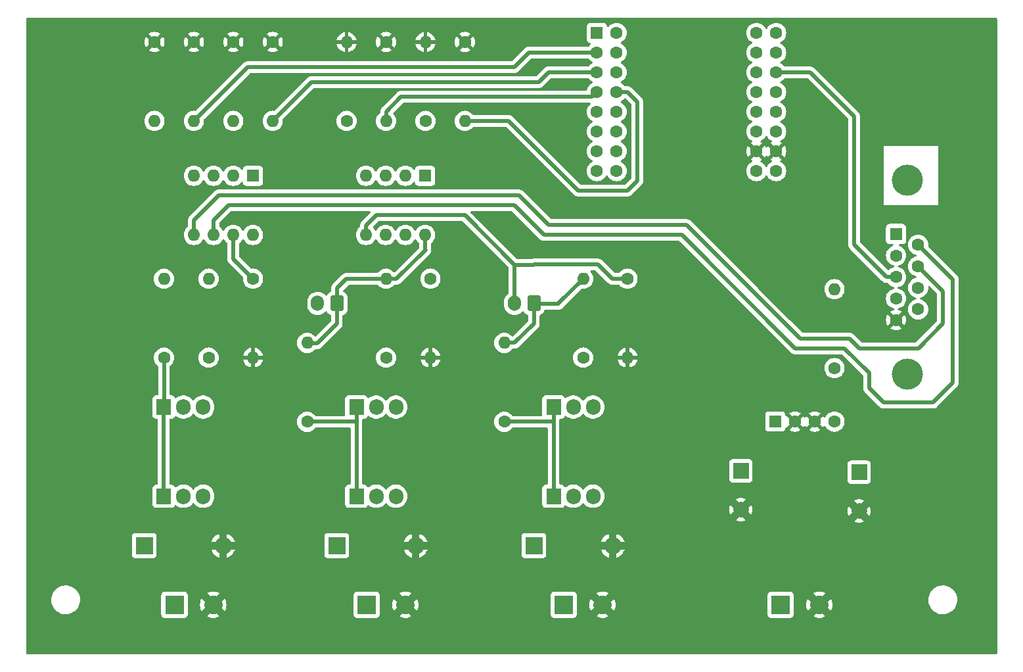
<source format=gbl>
G04 #@! TF.GenerationSoftware,KiCad,Pcbnew,7.0.1*
G04 #@! TF.CreationDate,2023-04-09T10:36:52+02:00*
G04 #@! TF.ProjectId,ESP32-BMS_Ctrl,45535033-322d-4424-9d53-5f4374726c2e,rev?*
G04 #@! TF.SameCoordinates,Original*
G04 #@! TF.FileFunction,Copper,L2,Bot*
G04 #@! TF.FilePolarity,Positive*
%FSLAX46Y46*%
G04 Gerber Fmt 4.6, Leading zero omitted, Abs format (unit mm)*
G04 Created by KiCad (PCBNEW 7.0.1) date 2023-04-09 10:36:52*
%MOMM*%
%LPD*%
G01*
G04 APERTURE LIST*
G04 Aperture macros list*
%AMRoundRect*
0 Rectangle with rounded corners*
0 $1 Rounding radius*
0 $2 $3 $4 $5 $6 $7 $8 $9 X,Y pos of 4 corners*
0 Add a 4 corners polygon primitive as box body*
4,1,4,$2,$3,$4,$5,$6,$7,$8,$9,$2,$3,0*
0 Add four circle primitives for the rounded corners*
1,1,$1+$1,$2,$3*
1,1,$1+$1,$4,$5*
1,1,$1+$1,$6,$7*
1,1,$1+$1,$8,$9*
0 Add four rect primitives between the rounded corners*
20,1,$1+$1,$2,$3,$4,$5,0*
20,1,$1+$1,$4,$5,$6,$7,0*
20,1,$1+$1,$6,$7,$8,$9,0*
20,1,$1+$1,$8,$9,$2,$3,0*%
G04 Aperture macros list end*
G04 #@! TA.AperFunction,ComponentPad*
%ADD10RoundRect,0.250000X0.600000X0.750000X-0.600000X0.750000X-0.600000X-0.750000X0.600000X-0.750000X0*%
G04 #@! TD*
G04 #@! TA.AperFunction,ComponentPad*
%ADD11O,1.700000X2.000000*%
G04 #@! TD*
G04 #@! TA.AperFunction,ComponentPad*
%ADD12C,1.600000*%
G04 #@! TD*
G04 #@! TA.AperFunction,ComponentPad*
%ADD13O,1.600000X1.600000*%
G04 #@! TD*
G04 #@! TA.AperFunction,ComponentPad*
%ADD14R,2.200000X2.200000*%
G04 #@! TD*
G04 #@! TA.AperFunction,ComponentPad*
%ADD15O,2.200000X2.200000*%
G04 #@! TD*
G04 #@! TA.AperFunction,ComponentPad*
%ADD16R,2.000000X2.000000*%
G04 #@! TD*
G04 #@! TA.AperFunction,ComponentPad*
%ADD17C,2.000000*%
G04 #@! TD*
G04 #@! TA.AperFunction,ComponentPad*
%ADD18R,1.905000X2.000000*%
G04 #@! TD*
G04 #@! TA.AperFunction,ComponentPad*
%ADD19O,1.905000X2.000000*%
G04 #@! TD*
G04 #@! TA.AperFunction,ComponentPad*
%ADD20R,1.600000X1.600000*%
G04 #@! TD*
G04 #@! TA.AperFunction,ComponentPad*
%ADD21R,2.400000X2.400000*%
G04 #@! TD*
G04 #@! TA.AperFunction,ComponentPad*
%ADD22C,2.400000*%
G04 #@! TD*
G04 #@! TA.AperFunction,ComponentPad*
%ADD23C,4.000000*%
G04 #@! TD*
G04 #@! TA.AperFunction,Conductor*
%ADD24C,0.500000*%
G04 #@! TD*
G04 APERTURE END LIST*
D10*
X133390000Y-86926000D03*
D11*
X130890000Y-86926000D03*
D12*
X139700000Y-53271000D03*
D13*
X139700000Y-63431000D03*
D14*
X158750000Y-118110000D03*
D15*
X168910000Y-118110000D03*
D16*
X200660000Y-108665000D03*
D17*
X200660000Y-113665000D03*
D16*
X185420000Y-108492677D03*
D17*
X185420000Y-113492677D03*
D12*
X145415000Y-83751000D03*
D13*
X145415000Y-93911000D03*
D18*
X135890000Y-111760000D03*
D19*
X138430000Y-111760000D03*
X140970000Y-111760000D03*
D12*
X129540000Y-102166000D03*
D13*
X129540000Y-92006000D03*
D12*
X170815000Y-83751000D03*
D13*
X170815000Y-93911000D03*
D20*
X144740000Y-70485000D03*
D13*
X142200000Y-70485000D03*
X139660000Y-70485000D03*
X137120000Y-70485000D03*
X137120000Y-78105000D03*
X139660000Y-78105000D03*
X142200000Y-78105000D03*
X144740000Y-78105000D03*
D14*
X133350000Y-118110000D03*
D15*
X143510000Y-118110000D03*
D12*
X154940000Y-102166000D03*
D13*
X154940000Y-92006000D03*
D10*
X158750000Y-86926000D03*
D11*
X156250000Y-86926000D03*
D12*
X139700000Y-93911000D03*
D13*
X139700000Y-83751000D03*
D18*
X135890000Y-100261000D03*
D19*
X138430000Y-100261000D03*
X140970000Y-100261000D03*
D12*
X125095000Y-53271000D03*
D13*
X125095000Y-63431000D03*
D12*
X149860000Y-53271000D03*
D13*
X149860000Y-63431000D03*
D18*
X111045000Y-111760000D03*
D19*
X113585000Y-111760000D03*
X116125000Y-111760000D03*
D12*
X134620000Y-63431000D03*
D13*
X134620000Y-53271000D03*
D21*
X112435000Y-125730000D03*
D22*
X117435000Y-125730000D03*
D12*
X197485000Y-95250000D03*
D13*
X197485000Y-85090000D03*
D18*
X161290000Y-111760000D03*
D19*
X163830000Y-111760000D03*
X166370000Y-111760000D03*
D18*
X111045000Y-100261000D03*
D19*
X113585000Y-100261000D03*
X116125000Y-100261000D03*
D12*
X109855000Y-53271000D03*
D13*
X109855000Y-63431000D03*
D23*
X206844669Y-96030000D03*
X206844669Y-71030000D03*
D20*
X205424669Y-77990000D03*
D12*
X205424669Y-80760000D03*
X205424669Y-83530000D03*
X205424669Y-86300000D03*
X205424669Y-89070000D03*
X208264669Y-79375000D03*
X208264669Y-82145000D03*
X208264669Y-84915000D03*
X208264669Y-87685000D03*
D21*
X162600000Y-125730000D03*
D22*
X167600000Y-125730000D03*
D21*
X190540000Y-125730000D03*
D22*
X195540000Y-125730000D03*
D14*
X108545000Y-118110000D03*
D15*
X118705000Y-118110000D03*
D18*
X161290000Y-100261000D03*
D19*
X163830000Y-100261000D03*
X166370000Y-100261000D03*
D20*
X189865000Y-102142677D03*
D12*
X192405000Y-102142677D03*
X194945000Y-102142677D03*
X197485000Y-102142677D03*
X122555000Y-83751000D03*
D13*
X122555000Y-93911000D03*
D12*
X144780000Y-63431000D03*
D13*
X144780000Y-53271000D03*
D20*
X166860000Y-52105000D03*
D12*
X169400000Y-52105000D03*
X169400000Y-54645000D03*
X166860000Y-54645000D03*
X169400000Y-57185000D03*
X166860000Y-57185000D03*
X169400000Y-59725000D03*
X166860000Y-59725000D03*
X169400000Y-62265000D03*
X166860000Y-62265000D03*
X169400000Y-64805000D03*
X166860000Y-64805000D03*
X166860000Y-67345000D03*
X169400000Y-67345000D03*
X169400000Y-69885000D03*
X166860000Y-69885000D03*
X187430000Y-67345000D03*
X189970000Y-67345000D03*
X189970000Y-69885000D03*
X187430000Y-69885000D03*
X189970000Y-64805000D03*
X187430000Y-64805000D03*
X189970000Y-62265000D03*
X187430000Y-62265000D03*
X189970000Y-59725000D03*
X187430000Y-59725000D03*
X189970000Y-57185000D03*
X187430000Y-57185000D03*
X189970000Y-54645000D03*
X187430000Y-54645000D03*
X189970000Y-52105000D03*
X187430000Y-52105000D03*
D20*
X122555000Y-70485000D03*
D13*
X120015000Y-70485000D03*
X117475000Y-70485000D03*
X114935000Y-70485000D03*
X114935000Y-78105000D03*
X117475000Y-78105000D03*
X120015000Y-78105000D03*
X122555000Y-78105000D03*
D12*
X116840000Y-93911000D03*
D13*
X116840000Y-83751000D03*
D12*
X165100000Y-93911000D03*
D13*
X165100000Y-83751000D03*
D12*
X114935000Y-53271000D03*
D13*
X114935000Y-63431000D03*
D12*
X111085000Y-93911000D03*
D13*
X111085000Y-83751000D03*
D12*
X120015000Y-53271000D03*
D13*
X120015000Y-63431000D03*
D21*
X137200000Y-125730000D03*
D22*
X142200000Y-125730000D03*
D24*
X133350000Y-89535000D02*
X130810000Y-92075000D01*
X139700000Y-83751000D02*
X141039000Y-83751000D01*
X144780000Y-80010000D02*
X144740000Y-79970000D01*
X130810000Y-92075000D02*
X129609000Y-92075000D01*
X139700000Y-83751000D02*
X134609365Y-83751000D01*
X141039000Y-83751000D02*
X144780000Y-80010000D01*
X134609365Y-83751000D02*
X133390000Y-84970365D01*
X133390000Y-84970365D02*
X133390000Y-86926000D01*
X144740000Y-79970000D02*
X144740000Y-78105000D01*
X133350000Y-86966000D02*
X133350000Y-89535000D01*
X158750000Y-89535000D02*
X158750000Y-86926000D01*
X161925000Y-86926000D02*
X165100000Y-83751000D01*
X158819000Y-86995000D02*
X161925000Y-86995000D01*
X154940000Y-92006000D02*
X156279000Y-92006000D01*
X156279000Y-92006000D02*
X158750000Y-89535000D01*
X161925000Y-86995000D02*
X161925000Y-86926000D01*
X156250000Y-81955000D02*
X156250000Y-86926000D01*
X138430000Y-75565000D02*
X137120000Y-76875000D01*
X149860000Y-75565000D02*
X138430000Y-75565000D01*
X167005000Y-81915000D02*
X158750000Y-81915000D01*
X156250000Y-81955000D02*
X149860000Y-75565000D01*
X158710000Y-81955000D02*
X158750000Y-81915000D01*
X137120000Y-76875000D02*
X137120000Y-78105000D01*
X156250000Y-81955000D02*
X158710000Y-81955000D01*
X170815000Y-83751000D02*
X168841000Y-83751000D01*
X168841000Y-83751000D02*
X167005000Y-81915000D01*
X200025000Y-62865000D02*
X200025000Y-79375000D01*
X204180000Y-83530000D02*
X205424669Y-83530000D01*
X200025000Y-79375000D02*
X204180000Y-83530000D01*
X194345000Y-57185000D02*
X200025000Y-62865000D01*
X189970000Y-57185000D02*
X194345000Y-57185000D01*
X156210000Y-74295000D02*
X160020000Y-78105000D01*
X201930000Y-97790000D02*
X203835000Y-99695000D01*
X212725000Y-83820000D02*
X212709669Y-83820000D01*
X117475000Y-76200000D02*
X117475000Y-78105000D01*
X117475000Y-76200000D02*
X119380000Y-74295000D01*
X203835000Y-99695000D02*
X210185000Y-99695000D01*
X212709669Y-83820000D02*
X208264669Y-79375000D01*
X210185000Y-99695000D02*
X212725000Y-97155000D01*
X212725000Y-97155000D02*
X212725000Y-83820000D01*
X119380000Y-74295000D02*
X156210000Y-74295000D01*
X201930000Y-95885000D02*
X201930000Y-97790000D01*
X177800000Y-78105000D02*
X192405000Y-92710000D01*
X160020000Y-78105000D02*
X177800000Y-78105000D01*
X198755000Y-92710000D02*
X201930000Y-95885000D01*
X192405000Y-92710000D02*
X198755000Y-92710000D01*
X211455000Y-89535000D02*
X211455000Y-85335331D01*
X114935000Y-76200000D02*
X118110000Y-73025000D01*
X193040000Y-91440000D02*
X199390000Y-91440000D01*
X199390000Y-91440000D02*
X200660000Y-92710000D01*
X156845000Y-73025000D02*
X160655000Y-76835000D01*
X211455000Y-85335331D02*
X208264669Y-82145000D01*
X114935000Y-78105000D02*
X114935000Y-76200000D01*
X160655000Y-76835000D02*
X178435000Y-76835000D01*
X208280000Y-92710000D02*
X211455000Y-89535000D01*
X200660000Y-92710000D02*
X208280000Y-92710000D01*
X178435000Y-76835000D02*
X193040000Y-91440000D01*
X118110000Y-73025000D02*
X156845000Y-73025000D01*
X111045000Y-100261000D02*
X111045000Y-111760000D01*
X111085000Y-93911000D02*
X111085000Y-100221000D01*
X135890000Y-102235000D02*
X135890000Y-111760000D01*
X129540000Y-102166000D02*
X135821000Y-102166000D01*
X135890000Y-100261000D02*
X135890000Y-102235000D01*
X135821000Y-102166000D02*
X135890000Y-102235000D01*
X161221000Y-102166000D02*
X161290000Y-102235000D01*
X161290000Y-102235000D02*
X161290000Y-100261000D01*
X161290000Y-102235000D02*
X161290000Y-111760000D01*
X154940000Y-102166000D02*
X161221000Y-102166000D01*
X120015000Y-78105000D02*
X120015000Y-81211000D01*
X120015000Y-81211000D02*
X122555000Y-83751000D01*
X159385000Y-58420000D02*
X160655000Y-57150000D01*
X130106000Y-58420000D02*
X125095000Y-63431000D01*
X160655000Y-57150000D02*
X160690000Y-57185000D01*
X130106000Y-58420000D02*
X159385000Y-58420000D01*
X160690000Y-57185000D02*
X166860000Y-57185000D01*
X172085000Y-60960000D02*
X172085000Y-71120000D01*
X155506000Y-63431000D02*
X149860000Y-63431000D01*
X170815000Y-72390000D02*
X164465000Y-72390000D01*
X170850000Y-59725000D02*
X172085000Y-60960000D01*
X172085000Y-71120000D02*
X170815000Y-72390000D01*
X169400000Y-59725000D02*
X170850000Y-59725000D01*
X164465000Y-72390000D02*
X155506000Y-63431000D01*
X141605000Y-60325000D02*
X166260000Y-60325000D01*
X139700000Y-62230000D02*
X141605000Y-60325000D01*
X166260000Y-60325000D02*
X166860000Y-59725000D01*
X139700000Y-63431000D02*
X139700000Y-62230000D01*
X158150000Y-54645000D02*
X166860000Y-54645000D01*
X121851000Y-56515000D02*
X156210000Y-56515000D01*
X114935000Y-63431000D02*
X121851000Y-56515000D01*
X156210000Y-56515000D02*
X158115000Y-54610000D01*
X158115000Y-54610000D02*
X158150000Y-54645000D01*
G04 #@! TA.AperFunction,Conductor*
G36*
X109592000Y-112807869D02*
G01*
X109598409Y-112867484D01*
X109619440Y-112923870D01*
X109648704Y-113002331D01*
X109734954Y-113117546D01*
X109850169Y-113203796D01*
X109985017Y-113254091D01*
X110044627Y-113260500D01*
X112045372Y-113260499D01*
X112104983Y-113254091D01*
X112239831Y-113203796D01*
X112355046Y-113117546D01*
X112441296Y-113002331D01*
X112452726Y-112971685D01*
X112484838Y-112923870D01*
X112535091Y-112895720D01*
X112592641Y-112893312D01*
X112645067Y-112917165D01*
X112787561Y-113028072D01*
X112999336Y-113142679D01*
X113227087Y-113220866D01*
X113464601Y-113260500D01*
X113705399Y-113260500D01*
X113942913Y-113220866D01*
X114170664Y-113142679D01*
X114382439Y-113028072D01*
X114572463Y-112880171D01*
X114735551Y-112703010D01*
X114751191Y-112679070D01*
X114795982Y-112637837D01*
X114855000Y-112622892D01*
X114914018Y-112637837D01*
X114958808Y-112679070D01*
X114974449Y-112703010D01*
X115137537Y-112880171D01*
X115327561Y-113028072D01*
X115539336Y-113142679D01*
X115767087Y-113220866D01*
X116004601Y-113260500D01*
X116245399Y-113260500D01*
X116482913Y-113220866D01*
X116710664Y-113142679D01*
X116922439Y-113028072D01*
X117112463Y-112880171D01*
X117275551Y-112703010D01*
X117407255Y-112501422D01*
X117503983Y-112280905D01*
X117563095Y-112047476D01*
X117578000Y-111867600D01*
X117578000Y-111760000D01*
X134437000Y-111760000D01*
X134437000Y-112807869D01*
X134443409Y-112867484D01*
X134464440Y-112923870D01*
X134493704Y-113002331D01*
X134579954Y-113117546D01*
X134695169Y-113203796D01*
X134830017Y-113254091D01*
X134889627Y-113260500D01*
X136890372Y-113260499D01*
X136949983Y-113254091D01*
X137084831Y-113203796D01*
X137200046Y-113117546D01*
X137286296Y-113002331D01*
X137297726Y-112971685D01*
X137329838Y-112923870D01*
X137380091Y-112895720D01*
X137437641Y-112893312D01*
X137490067Y-112917165D01*
X137632561Y-113028072D01*
X137844336Y-113142679D01*
X138072087Y-113220866D01*
X138309601Y-113260500D01*
X138550399Y-113260500D01*
X138787913Y-113220866D01*
X139015664Y-113142679D01*
X139227439Y-113028072D01*
X139417463Y-112880171D01*
X139580551Y-112703010D01*
X139596191Y-112679070D01*
X139640982Y-112637837D01*
X139700000Y-112622892D01*
X139759018Y-112637837D01*
X139803808Y-112679070D01*
X139819449Y-112703010D01*
X139982537Y-112880171D01*
X140172561Y-113028072D01*
X140384336Y-113142679D01*
X140612087Y-113220866D01*
X140849601Y-113260500D01*
X141090399Y-113260500D01*
X141327913Y-113220866D01*
X141555664Y-113142679D01*
X141767439Y-113028072D01*
X141957463Y-112880171D01*
X142120551Y-112703010D01*
X142252255Y-112501422D01*
X142348983Y-112280905D01*
X142408095Y-112047476D01*
X142423000Y-111867600D01*
X142423000Y-111760000D01*
X159837000Y-111760000D01*
X159837000Y-112807869D01*
X159843409Y-112867484D01*
X159864440Y-112923870D01*
X159893704Y-113002331D01*
X159979954Y-113117546D01*
X160095169Y-113203796D01*
X160230017Y-113254091D01*
X160289627Y-113260500D01*
X162290372Y-113260499D01*
X162349983Y-113254091D01*
X162484831Y-113203796D01*
X162600046Y-113117546D01*
X162686296Y-113002331D01*
X162697726Y-112971685D01*
X162729838Y-112923870D01*
X162780091Y-112895720D01*
X162837641Y-112893312D01*
X162890067Y-112917165D01*
X163032561Y-113028072D01*
X163244336Y-113142679D01*
X163472087Y-113220866D01*
X163709601Y-113260500D01*
X163950399Y-113260500D01*
X164187913Y-113220866D01*
X164415664Y-113142679D01*
X164627439Y-113028072D01*
X164817463Y-112880171D01*
X164980551Y-112703010D01*
X164996191Y-112679070D01*
X165040982Y-112637837D01*
X165100000Y-112622892D01*
X165159018Y-112637837D01*
X165203808Y-112679070D01*
X165219449Y-112703010D01*
X165382537Y-112880171D01*
X165572561Y-113028072D01*
X165784336Y-113142679D01*
X166012087Y-113220866D01*
X166249601Y-113260500D01*
X166490399Y-113260500D01*
X166727913Y-113220866D01*
X166955664Y-113142679D01*
X167167439Y-113028072D01*
X167357463Y-112880171D01*
X167520551Y-112703010D01*
X167652255Y-112501422D01*
X167748983Y-112280905D01*
X167785244Y-112137713D01*
X184772143Y-112137713D01*
X185420000Y-112785570D01*
X185420001Y-112785570D01*
X185895534Y-112310036D01*
X200012143Y-112310036D01*
X200660000Y-112957893D01*
X200660001Y-112957893D01*
X201307856Y-112310036D01*
X201264609Y-112286632D01*
X201029493Y-112205916D01*
X200784293Y-112165000D01*
X200535707Y-112165000D01*
X200290506Y-112205916D01*
X200055395Y-112286629D01*
X200012143Y-112310036D01*
X185895534Y-112310036D01*
X186067856Y-112137713D01*
X186024609Y-112114309D01*
X185789493Y-112033593D01*
X185544293Y-111992677D01*
X185295707Y-111992677D01*
X185050506Y-112033593D01*
X184815395Y-112114306D01*
X184772143Y-112137713D01*
X167785244Y-112137713D01*
X167808095Y-112047476D01*
X167823000Y-111867600D01*
X167823000Y-111760000D01*
X218439500Y-111760000D01*
X218439500Y-131955500D01*
X218422887Y-132017500D01*
X218377500Y-132062887D01*
X218315500Y-132079500D01*
X93469500Y-132079500D01*
X93407500Y-132062887D01*
X93362113Y-132017500D01*
X93345500Y-131955500D01*
X93345500Y-126977869D01*
X110734500Y-126977869D01*
X110740909Y-127037483D01*
X110791204Y-127172331D01*
X110877454Y-127287546D01*
X110992669Y-127373796D01*
X111127517Y-127424091D01*
X111187127Y-127430500D01*
X113682872Y-127430499D01*
X113742483Y-127424091D01*
X113877331Y-127373796D01*
X113992546Y-127287546D01*
X114033089Y-127233387D01*
X116638718Y-127233387D01*
X116812179Y-127316922D01*
X117055654Y-127392025D01*
X117307603Y-127430000D01*
X117562397Y-127430000D01*
X117814345Y-127392025D01*
X118057823Y-127316921D01*
X118231281Y-127233389D01*
X118231281Y-127233388D01*
X117975762Y-126977869D01*
X135499500Y-126977869D01*
X135505909Y-127037483D01*
X135556204Y-127172331D01*
X135642454Y-127287546D01*
X135757669Y-127373796D01*
X135892517Y-127424091D01*
X135952127Y-127430500D01*
X138447872Y-127430499D01*
X138507483Y-127424091D01*
X138642331Y-127373796D01*
X138757546Y-127287546D01*
X138798089Y-127233387D01*
X141403718Y-127233387D01*
X141577179Y-127316922D01*
X141820654Y-127392025D01*
X142072603Y-127430000D01*
X142327397Y-127430000D01*
X142579345Y-127392025D01*
X142822823Y-127316921D01*
X142996281Y-127233389D01*
X142996281Y-127233388D01*
X142740762Y-126977869D01*
X160899500Y-126977869D01*
X160905909Y-127037483D01*
X160956204Y-127172331D01*
X161042454Y-127287546D01*
X161157669Y-127373796D01*
X161292517Y-127424091D01*
X161352127Y-127430500D01*
X163847872Y-127430499D01*
X163907483Y-127424091D01*
X164042331Y-127373796D01*
X164157546Y-127287546D01*
X164198089Y-127233387D01*
X166803718Y-127233387D01*
X166977179Y-127316922D01*
X167220654Y-127392025D01*
X167472603Y-127430000D01*
X167727397Y-127430000D01*
X167979345Y-127392025D01*
X168222823Y-127316921D01*
X168396281Y-127233389D01*
X168396281Y-127233388D01*
X168140762Y-126977869D01*
X188839500Y-126977869D01*
X188845909Y-127037483D01*
X188896204Y-127172331D01*
X188982454Y-127287546D01*
X189097669Y-127373796D01*
X189232517Y-127424091D01*
X189292127Y-127430500D01*
X191787872Y-127430499D01*
X191847483Y-127424091D01*
X191982331Y-127373796D01*
X192097546Y-127287546D01*
X192138089Y-127233387D01*
X194743718Y-127233387D01*
X194917179Y-127316922D01*
X195160654Y-127392025D01*
X195412603Y-127430000D01*
X195667397Y-127430000D01*
X195919345Y-127392025D01*
X196162823Y-127316921D01*
X196336281Y-127233389D01*
X196336281Y-127233388D01*
X195540000Y-126437107D01*
X194743718Y-127233387D01*
X192138089Y-127233387D01*
X192183796Y-127172331D01*
X192234091Y-127037483D01*
X192240500Y-126977873D01*
X192240499Y-125730000D01*
X193835232Y-125730000D01*
X193854273Y-125984080D01*
X193910971Y-126232491D01*
X194004057Y-126469669D01*
X194036694Y-126526198D01*
X194832893Y-125730001D01*
X196247107Y-125730001D01*
X197043305Y-126526198D01*
X197043305Y-126526197D01*
X197075942Y-126469671D01*
X197169028Y-126232491D01*
X197225726Y-125984080D01*
X197244767Y-125730000D01*
X197225726Y-125475919D01*
X197169028Y-125227508D01*
X197143618Y-125162764D01*
X209600787Y-125162764D01*
X209630413Y-125432016D01*
X209630414Y-125432018D01*
X209698928Y-125694088D01*
X209752720Y-125820670D01*
X209804871Y-125943392D01*
X209945982Y-126174611D01*
X210035253Y-126281881D01*
X210119255Y-126382820D01*
X210320998Y-126563582D01*
X210546910Y-126713044D01*
X210653211Y-126762876D01*
X210792177Y-126828021D01*
X211051562Y-126906058D01*
X211051569Y-126906060D01*
X211319561Y-126945500D01*
X211522631Y-126945500D01*
X211522634Y-126945500D01*
X211725156Y-126930677D01*
X211725156Y-126930676D01*
X211989553Y-126871780D01*
X212242558Y-126775014D01*
X212478777Y-126642441D01*
X212693177Y-126476888D01*
X212881186Y-126281881D01*
X213038799Y-126061579D01*
X213162656Y-125820675D01*
X213250118Y-125564305D01*
X213299319Y-125297933D01*
X213309212Y-125027235D01*
X213279586Y-124757982D01*
X213211072Y-124495912D01*
X213105130Y-124246610D01*
X212976541Y-124035909D01*
X212964017Y-124015388D01*
X212790746Y-123807181D01*
X212685758Y-123713112D01*
X212589002Y-123626418D01*
X212363090Y-123476956D01*
X212363086Y-123476954D01*
X212117822Y-123361978D01*
X211858437Y-123283941D01*
X211858431Y-123283940D01*
X211590439Y-123244500D01*
X211387369Y-123244500D01*
X211387366Y-123244500D01*
X211184843Y-123259322D01*
X210920449Y-123318219D01*
X210667441Y-123414986D01*
X210431223Y-123547559D01*
X210216825Y-123713109D01*
X210028813Y-123908120D01*
X209871201Y-124128420D01*
X209747342Y-124369329D01*
X209659881Y-124625695D01*
X209610680Y-124892066D01*
X209600787Y-125162764D01*
X197143618Y-125162764D01*
X197075944Y-124990333D01*
X197043303Y-124933801D01*
X196247107Y-125730000D01*
X196247107Y-125730001D01*
X194832893Y-125730001D01*
X194832893Y-125730000D01*
X194036694Y-124933800D01*
X194036693Y-124933801D01*
X194004056Y-124990330D01*
X193910972Y-125227508D01*
X193854273Y-125475919D01*
X193835232Y-125730000D01*
X192240499Y-125730000D01*
X192240499Y-124482128D01*
X192234091Y-124422517D01*
X192183796Y-124287669D01*
X192138088Y-124226611D01*
X194743718Y-124226611D01*
X195540000Y-125022893D01*
X195540001Y-125022893D01*
X196336282Y-124226611D01*
X196336281Y-124226609D01*
X196162823Y-124143078D01*
X195919345Y-124067974D01*
X195667397Y-124030000D01*
X195412603Y-124030000D01*
X195160654Y-124067974D01*
X194917176Y-124143078D01*
X194743718Y-124226610D01*
X194743718Y-124226611D01*
X192138088Y-124226611D01*
X192097546Y-124172454D01*
X191982331Y-124086204D01*
X191847483Y-124035909D01*
X191787873Y-124029500D01*
X191787869Y-124029500D01*
X189292130Y-124029500D01*
X189232515Y-124035909D01*
X189097669Y-124086204D01*
X188982454Y-124172454D01*
X188896204Y-124287668D01*
X188845909Y-124422516D01*
X188839500Y-124482130D01*
X188839500Y-126977869D01*
X168140762Y-126977869D01*
X167600000Y-126437107D01*
X166803718Y-127233387D01*
X164198089Y-127233387D01*
X164243796Y-127172331D01*
X164294091Y-127037483D01*
X164300500Y-126977873D01*
X164300499Y-125730000D01*
X165895232Y-125730000D01*
X165914273Y-125984080D01*
X165970971Y-126232491D01*
X166064057Y-126469669D01*
X166096694Y-126526198D01*
X166892893Y-125730001D01*
X166892893Y-125730000D01*
X168307107Y-125730000D01*
X169103305Y-126526198D01*
X169103305Y-126526197D01*
X169135942Y-126469671D01*
X169229028Y-126232491D01*
X169285726Y-125984080D01*
X169304767Y-125730000D01*
X169285726Y-125475919D01*
X169229028Y-125227508D01*
X169135944Y-124990333D01*
X169103303Y-124933801D01*
X168307107Y-125730000D01*
X166892893Y-125730000D01*
X166096694Y-124933800D01*
X166096693Y-124933801D01*
X166064056Y-124990330D01*
X165970972Y-125227508D01*
X165914273Y-125475919D01*
X165895232Y-125730000D01*
X164300499Y-125730000D01*
X164300499Y-124482128D01*
X164294091Y-124422517D01*
X164243796Y-124287669D01*
X164198088Y-124226611D01*
X166803718Y-124226611D01*
X167600000Y-125022893D01*
X167600001Y-125022893D01*
X168396282Y-124226611D01*
X168396281Y-124226609D01*
X168222823Y-124143078D01*
X167979345Y-124067974D01*
X167727397Y-124030000D01*
X167472603Y-124030000D01*
X167220654Y-124067974D01*
X166977176Y-124143078D01*
X166803718Y-124226610D01*
X166803718Y-124226611D01*
X164198088Y-124226611D01*
X164157546Y-124172454D01*
X164042331Y-124086204D01*
X163907483Y-124035909D01*
X163847873Y-124029500D01*
X163847869Y-124029500D01*
X161352130Y-124029500D01*
X161292515Y-124035909D01*
X161157669Y-124086204D01*
X161042454Y-124172454D01*
X160956204Y-124287668D01*
X160905909Y-124422516D01*
X160899500Y-124482130D01*
X160899500Y-126977869D01*
X142740762Y-126977869D01*
X142200000Y-126437107D01*
X141403718Y-127233387D01*
X138798089Y-127233387D01*
X138843796Y-127172331D01*
X138894091Y-127037483D01*
X138900500Y-126977873D01*
X138900499Y-125730000D01*
X140495232Y-125730000D01*
X140514273Y-125984080D01*
X140570971Y-126232491D01*
X140664057Y-126469669D01*
X140696694Y-126526198D01*
X141492893Y-125730001D01*
X142907107Y-125730001D01*
X143703305Y-126526198D01*
X143703305Y-126526197D01*
X143735942Y-126469671D01*
X143829028Y-126232491D01*
X143885726Y-125984080D01*
X143904767Y-125730000D01*
X143885726Y-125475919D01*
X143829028Y-125227508D01*
X143735944Y-124990333D01*
X143703303Y-124933801D01*
X142907107Y-125730000D01*
X142907107Y-125730001D01*
X141492893Y-125730001D01*
X141492893Y-125730000D01*
X140696694Y-124933800D01*
X140696693Y-124933801D01*
X140664056Y-124990330D01*
X140570972Y-125227508D01*
X140514273Y-125475919D01*
X140495232Y-125730000D01*
X138900499Y-125730000D01*
X138900499Y-124482128D01*
X138894091Y-124422517D01*
X138843796Y-124287669D01*
X138798088Y-124226611D01*
X141403718Y-124226611D01*
X142200000Y-125022893D01*
X142200001Y-125022893D01*
X142996282Y-124226611D01*
X142996281Y-124226609D01*
X142822823Y-124143078D01*
X142579345Y-124067974D01*
X142327397Y-124030000D01*
X142072603Y-124030000D01*
X141820654Y-124067974D01*
X141577176Y-124143078D01*
X141403718Y-124226610D01*
X141403718Y-124226611D01*
X138798088Y-124226611D01*
X138757546Y-124172454D01*
X138642331Y-124086204D01*
X138507483Y-124035909D01*
X138447873Y-124029500D01*
X138447869Y-124029500D01*
X135952130Y-124029500D01*
X135892515Y-124035909D01*
X135757669Y-124086204D01*
X135642454Y-124172454D01*
X135556204Y-124287668D01*
X135505909Y-124422516D01*
X135499500Y-124482130D01*
X135499500Y-126977869D01*
X117975762Y-126977869D01*
X117435000Y-126437107D01*
X116638718Y-127233387D01*
X114033089Y-127233387D01*
X114078796Y-127172331D01*
X114129091Y-127037483D01*
X114135500Y-126977873D01*
X114135499Y-125729999D01*
X115730232Y-125729999D01*
X115749273Y-125984080D01*
X115805971Y-126232491D01*
X115899057Y-126469669D01*
X115931694Y-126526198D01*
X116727893Y-125730001D01*
X116727893Y-125730000D01*
X118142107Y-125730000D01*
X118938305Y-126526198D01*
X118938305Y-126526197D01*
X118970942Y-126469671D01*
X119064028Y-126232491D01*
X119120726Y-125984080D01*
X119139767Y-125729999D01*
X119120726Y-125475919D01*
X119064028Y-125227508D01*
X118970944Y-124990333D01*
X118938303Y-124933801D01*
X118142107Y-125730000D01*
X116727893Y-125730000D01*
X115931693Y-124933800D01*
X115931693Y-124933801D01*
X115899056Y-124990330D01*
X115805972Y-125227508D01*
X115749273Y-125475919D01*
X115730232Y-125729999D01*
X114135499Y-125729999D01*
X114135499Y-124482128D01*
X114129091Y-124422517D01*
X114078796Y-124287669D01*
X114033088Y-124226611D01*
X116638718Y-124226611D01*
X117435000Y-125022893D01*
X117435001Y-125022893D01*
X118231282Y-124226611D01*
X118231281Y-124226609D01*
X118057823Y-124143078D01*
X117814345Y-124067974D01*
X117562397Y-124030000D01*
X117307603Y-124030000D01*
X117055654Y-124067974D01*
X116812176Y-124143078D01*
X116638718Y-124226610D01*
X116638718Y-124226611D01*
X114033088Y-124226611D01*
X113992546Y-124172454D01*
X113877331Y-124086204D01*
X113742483Y-124035909D01*
X113682873Y-124029500D01*
X113682869Y-124029500D01*
X111187130Y-124029500D01*
X111127515Y-124035909D01*
X110992669Y-124086204D01*
X110877454Y-124172454D01*
X110791204Y-124287668D01*
X110740909Y-124422516D01*
X110734500Y-124482130D01*
X110734500Y-126977869D01*
X93345500Y-126977869D01*
X93345500Y-125162764D01*
X96570787Y-125162764D01*
X96600413Y-125432016D01*
X96600414Y-125432018D01*
X96668928Y-125694088D01*
X96722720Y-125820670D01*
X96774871Y-125943392D01*
X96915982Y-126174611D01*
X97005253Y-126281881D01*
X97089255Y-126382820D01*
X97290998Y-126563582D01*
X97516910Y-126713044D01*
X97623211Y-126762876D01*
X97762177Y-126828021D01*
X98021562Y-126906058D01*
X98021569Y-126906060D01*
X98289561Y-126945500D01*
X98492631Y-126945500D01*
X98492634Y-126945500D01*
X98695156Y-126930677D01*
X98695156Y-126930676D01*
X98959553Y-126871780D01*
X99212558Y-126775014D01*
X99448777Y-126642441D01*
X99663177Y-126476888D01*
X99851186Y-126281881D01*
X100008799Y-126061579D01*
X100132656Y-125820675D01*
X100220118Y-125564305D01*
X100269319Y-125297933D01*
X100279212Y-125027235D01*
X100249586Y-124757982D01*
X100181072Y-124495912D01*
X100075130Y-124246610D01*
X99946541Y-124035909D01*
X99934017Y-124015388D01*
X99760746Y-123807181D01*
X99655758Y-123713112D01*
X99559002Y-123626418D01*
X99333090Y-123476956D01*
X99333086Y-123476954D01*
X99087822Y-123361978D01*
X98828437Y-123283941D01*
X98828431Y-123283940D01*
X98560439Y-123244500D01*
X98357369Y-123244500D01*
X98357366Y-123244500D01*
X98154843Y-123259322D01*
X97890449Y-123318219D01*
X97637441Y-123414986D01*
X97401223Y-123547559D01*
X97186825Y-123713109D01*
X96998813Y-123908120D01*
X96841201Y-124128420D01*
X96717342Y-124369329D01*
X96629881Y-124625695D01*
X96580680Y-124892066D01*
X96570787Y-125162764D01*
X93345500Y-125162764D01*
X93345500Y-119257869D01*
X106944500Y-119257869D01*
X106950909Y-119317483D01*
X107001204Y-119452331D01*
X107087454Y-119567546D01*
X107202669Y-119653796D01*
X107337517Y-119704091D01*
X107397127Y-119710500D01*
X109692872Y-119710499D01*
X109752483Y-119704091D01*
X109887331Y-119653796D01*
X110002546Y-119567546D01*
X110088796Y-119452331D01*
X110139091Y-119317483D01*
X110145500Y-119257873D01*
X110145500Y-118610000D01*
X117180279Y-118610000D01*
X117274982Y-118838632D01*
X117406569Y-119053364D01*
X117570130Y-119244869D01*
X117761635Y-119408430D01*
X117976367Y-119540017D01*
X118204999Y-119634720D01*
X118205000Y-119634721D01*
X118205000Y-118610000D01*
X119205000Y-118610000D01*
X119205000Y-119634720D01*
X119433632Y-119540017D01*
X119648364Y-119408430D01*
X119824648Y-119257869D01*
X131749500Y-119257869D01*
X131755909Y-119317483D01*
X131806204Y-119452331D01*
X131892454Y-119567546D01*
X132007669Y-119653796D01*
X132142517Y-119704091D01*
X132202127Y-119710500D01*
X134497872Y-119710499D01*
X134557483Y-119704091D01*
X134692331Y-119653796D01*
X134807546Y-119567546D01*
X134893796Y-119452331D01*
X134944091Y-119317483D01*
X134950500Y-119257873D01*
X134950500Y-118610000D01*
X141985279Y-118610000D01*
X142079982Y-118838632D01*
X142211569Y-119053364D01*
X142375130Y-119244869D01*
X142566635Y-119408430D01*
X142781367Y-119540017D01*
X143009999Y-119634720D01*
X143010000Y-119634721D01*
X143010000Y-118610000D01*
X144010000Y-118610000D01*
X144010000Y-119634720D01*
X144238632Y-119540017D01*
X144453364Y-119408430D01*
X144629648Y-119257869D01*
X157149500Y-119257869D01*
X157155909Y-119317483D01*
X157206204Y-119452331D01*
X157292454Y-119567546D01*
X157407669Y-119653796D01*
X157542517Y-119704091D01*
X157602127Y-119710500D01*
X159897872Y-119710499D01*
X159957483Y-119704091D01*
X160092331Y-119653796D01*
X160207546Y-119567546D01*
X160293796Y-119452331D01*
X160344091Y-119317483D01*
X160350500Y-119257873D01*
X160350500Y-118610000D01*
X167385279Y-118610000D01*
X167479982Y-118838632D01*
X167611569Y-119053364D01*
X167775130Y-119244869D01*
X167966635Y-119408430D01*
X168181367Y-119540017D01*
X168409999Y-119634720D01*
X168410000Y-119634721D01*
X168410000Y-118610000D01*
X169410000Y-118610000D01*
X169410000Y-119634720D01*
X169638632Y-119540017D01*
X169853364Y-119408430D01*
X170044869Y-119244869D01*
X170208430Y-119053364D01*
X170340017Y-118838632D01*
X170434721Y-118610000D01*
X169410000Y-118610000D01*
X168410000Y-118610000D01*
X167385279Y-118610000D01*
X160350500Y-118610000D01*
X160350499Y-117610000D01*
X167385279Y-117610000D01*
X168410000Y-117610000D01*
X168410000Y-116585279D01*
X169410000Y-116585279D01*
X169410000Y-117610000D01*
X170434721Y-117610000D01*
X170434720Y-117609999D01*
X170340017Y-117381367D01*
X170208430Y-117166635D01*
X170044869Y-116975130D01*
X169853364Y-116811569D01*
X169638632Y-116679982D01*
X169410000Y-116585279D01*
X168410000Y-116585279D01*
X168409999Y-116585279D01*
X168181367Y-116679982D01*
X167966635Y-116811569D01*
X167775130Y-116975130D01*
X167611569Y-117166635D01*
X167479982Y-117381367D01*
X167385279Y-117609999D01*
X167385279Y-117610000D01*
X160350499Y-117610000D01*
X160350499Y-116962128D01*
X160344091Y-116902517D01*
X160293796Y-116767669D01*
X160207546Y-116652454D01*
X160092331Y-116566204D01*
X159957483Y-116515909D01*
X159897873Y-116509500D01*
X159897869Y-116509500D01*
X157602130Y-116509500D01*
X157542515Y-116515909D01*
X157407669Y-116566204D01*
X157292454Y-116652454D01*
X157206204Y-116767668D01*
X157155909Y-116902516D01*
X157149500Y-116962130D01*
X157149500Y-119257869D01*
X144629648Y-119257869D01*
X144644869Y-119244869D01*
X144808430Y-119053364D01*
X144940017Y-118838632D01*
X145034721Y-118610000D01*
X144010000Y-118610000D01*
X143010000Y-118610000D01*
X141985279Y-118610000D01*
X134950500Y-118610000D01*
X134950499Y-117610000D01*
X141985279Y-117610000D01*
X143010000Y-117610000D01*
X143010000Y-116585279D01*
X144010000Y-116585279D01*
X144010000Y-117610000D01*
X145034721Y-117610000D01*
X145034720Y-117609999D01*
X144940017Y-117381367D01*
X144808430Y-117166635D01*
X144644869Y-116975130D01*
X144453364Y-116811569D01*
X144238632Y-116679982D01*
X144010000Y-116585279D01*
X143010000Y-116585279D01*
X143009999Y-116585279D01*
X142781367Y-116679982D01*
X142566635Y-116811569D01*
X142375130Y-116975130D01*
X142211569Y-117166635D01*
X142079982Y-117381367D01*
X141985279Y-117609999D01*
X141985279Y-117610000D01*
X134950499Y-117610000D01*
X134950499Y-116962128D01*
X134944091Y-116902517D01*
X134893796Y-116767669D01*
X134807546Y-116652454D01*
X134692331Y-116566204D01*
X134557483Y-116515909D01*
X134497873Y-116509500D01*
X134497869Y-116509500D01*
X132202130Y-116509500D01*
X132142515Y-116515909D01*
X132007669Y-116566204D01*
X131892454Y-116652454D01*
X131806204Y-116767668D01*
X131755909Y-116902516D01*
X131749500Y-116962130D01*
X131749500Y-119257869D01*
X119824648Y-119257869D01*
X119839869Y-119244869D01*
X120003430Y-119053364D01*
X120135017Y-118838632D01*
X120229721Y-118610000D01*
X119205000Y-118610000D01*
X118205000Y-118610000D01*
X117180279Y-118610000D01*
X110145500Y-118610000D01*
X110145499Y-117610000D01*
X117180279Y-117610000D01*
X118205000Y-117610000D01*
X118205000Y-116585279D01*
X119205000Y-116585279D01*
X119205000Y-117610000D01*
X120229721Y-117610000D01*
X120229720Y-117609999D01*
X120135017Y-117381367D01*
X120003430Y-117166635D01*
X119839869Y-116975130D01*
X119648364Y-116811569D01*
X119433632Y-116679982D01*
X119205000Y-116585279D01*
X118205000Y-116585279D01*
X118204999Y-116585279D01*
X117976367Y-116679982D01*
X117761635Y-116811569D01*
X117570130Y-116975130D01*
X117406569Y-117166635D01*
X117274982Y-117381367D01*
X117180279Y-117609999D01*
X117180279Y-117610000D01*
X110145499Y-117610000D01*
X110145499Y-116962128D01*
X110139091Y-116902517D01*
X110088796Y-116767669D01*
X110002546Y-116652454D01*
X109887331Y-116566204D01*
X109752483Y-116515909D01*
X109692873Y-116509500D01*
X109692869Y-116509500D01*
X107397130Y-116509500D01*
X107337515Y-116515909D01*
X107202669Y-116566204D01*
X107087454Y-116652454D01*
X107001204Y-116767668D01*
X106950909Y-116902516D01*
X106944500Y-116962130D01*
X106944500Y-119257869D01*
X93345500Y-119257869D01*
X93345500Y-115019963D01*
X200012143Y-115019963D01*
X200055393Y-115043368D01*
X200290506Y-115124083D01*
X200535707Y-115165000D01*
X200784293Y-115165000D01*
X201029493Y-115124083D01*
X201264603Y-115043369D01*
X201307855Y-115019962D01*
X200660001Y-114372107D01*
X200660000Y-114372107D01*
X200012143Y-115019963D01*
X93345500Y-115019963D01*
X93345500Y-114847640D01*
X184772143Y-114847640D01*
X184815393Y-114871045D01*
X185050506Y-114951760D01*
X185295707Y-114992677D01*
X185544293Y-114992677D01*
X185789493Y-114951760D01*
X186024603Y-114871046D01*
X186067855Y-114847639D01*
X185420001Y-114199784D01*
X185420000Y-114199784D01*
X184772143Y-114847640D01*
X93345500Y-114847640D01*
X93345500Y-113492677D01*
X183914858Y-113492677D01*
X183935386Y-113740409D01*
X183996413Y-113981398D01*
X184065856Y-114139713D01*
X184712893Y-113492678D01*
X184712893Y-113492677D01*
X186127107Y-113492677D01*
X186774142Y-114139713D01*
X186774143Y-114139712D01*
X186843586Y-113981398D01*
X186904613Y-113740409D01*
X186910862Y-113665000D01*
X199154858Y-113665000D01*
X199175386Y-113912732D01*
X199236413Y-114153721D01*
X199305856Y-114312036D01*
X199952893Y-113665001D01*
X201367107Y-113665001D01*
X202014142Y-114312036D01*
X202014143Y-114312035D01*
X202083586Y-114153721D01*
X202144613Y-113912732D01*
X202165141Y-113665000D01*
X202144613Y-113417267D01*
X202083586Y-113176278D01*
X202014143Y-113017963D01*
X202014142Y-113017962D01*
X201367107Y-113665000D01*
X201367107Y-113665001D01*
X199952893Y-113665001D01*
X199952893Y-113665000D01*
X199305856Y-113017963D01*
X199236413Y-113176279D01*
X199175386Y-113417267D01*
X199154858Y-113665000D01*
X186910862Y-113665000D01*
X186925141Y-113492677D01*
X186904613Y-113244944D01*
X186843586Y-113003955D01*
X186774143Y-112845640D01*
X186774142Y-112845639D01*
X186127107Y-113492677D01*
X184712893Y-113492677D01*
X184065856Y-112845640D01*
X183996413Y-113003956D01*
X183935386Y-113244944D01*
X183914858Y-113492677D01*
X93345500Y-113492677D01*
X93345500Y-111760000D01*
X109592000Y-111760000D01*
X109592000Y-112807869D01*
G37*
G04 #@! TD.AperFunction*
G04 #@! TA.AperFunction,Conductor*
G36*
X218377500Y-50181613D02*
G01*
X218422887Y-50227000D01*
X218439500Y-50289000D01*
X218439500Y-111760000D01*
X167823000Y-111760000D01*
X167823000Y-111652394D01*
X167808095Y-111472528D01*
X167808095Y-111472524D01*
X167748983Y-111239095D01*
X167652255Y-111018578D01*
X167520551Y-110816990D01*
X167357463Y-110639829D01*
X167167439Y-110491928D01*
X166955664Y-110377321D01*
X166955660Y-110377319D01*
X166955659Y-110377319D01*
X166727915Y-110299134D01*
X166490399Y-110259500D01*
X166249601Y-110259500D01*
X166012084Y-110299134D01*
X165784340Y-110377319D01*
X165784336Y-110377320D01*
X165784336Y-110377321D01*
X165643152Y-110453725D01*
X165572559Y-110491929D01*
X165382536Y-110639829D01*
X165219448Y-110816991D01*
X165203808Y-110840930D01*
X165159017Y-110882162D01*
X165100000Y-110897107D01*
X165040983Y-110882162D01*
X164996192Y-110840930D01*
X164992649Y-110835508D01*
X164980551Y-110816990D01*
X164817463Y-110639829D01*
X164627439Y-110491928D01*
X164415664Y-110377321D01*
X164415660Y-110377319D01*
X164415659Y-110377319D01*
X164187915Y-110299134D01*
X163950399Y-110259500D01*
X163709601Y-110259500D01*
X163472084Y-110299134D01*
X163244340Y-110377319D01*
X163244336Y-110377320D01*
X163244336Y-110377321D01*
X163032561Y-110491928D01*
X163032559Y-110491928D01*
X163032556Y-110491931D01*
X162890067Y-110602833D01*
X162837639Y-110626687D01*
X162780089Y-110624279D01*
X162729836Y-110596129D01*
X162697725Y-110548313D01*
X162686296Y-110517669D01*
X162600046Y-110402454D01*
X162484831Y-110316204D01*
X162349983Y-110265909D01*
X162290373Y-110259500D01*
X162290369Y-110259500D01*
X162164500Y-110259500D01*
X162102500Y-110242887D01*
X162057113Y-110197500D01*
X162040500Y-110135500D01*
X162040500Y-109540546D01*
X183919500Y-109540546D01*
X183925909Y-109600160D01*
X183976204Y-109735008D01*
X184062454Y-109850223D01*
X184177669Y-109936473D01*
X184312517Y-109986768D01*
X184372127Y-109993177D01*
X186467872Y-109993176D01*
X186527483Y-109986768D01*
X186662331Y-109936473D01*
X186777546Y-109850223D01*
X186863796Y-109735008D01*
X186872053Y-109712869D01*
X199159500Y-109712869D01*
X199165909Y-109772483D01*
X199216204Y-109907331D01*
X199302454Y-110022546D01*
X199417669Y-110108796D01*
X199552517Y-110159091D01*
X199612127Y-110165500D01*
X201707872Y-110165499D01*
X201767483Y-110159091D01*
X201902331Y-110108796D01*
X202017546Y-110022546D01*
X202103796Y-109907331D01*
X202154091Y-109772483D01*
X202160500Y-109712873D01*
X202160499Y-107617128D01*
X202154091Y-107557517D01*
X202103796Y-107422669D01*
X202017546Y-107307454D01*
X201902331Y-107221204D01*
X201767483Y-107170909D01*
X201707873Y-107164500D01*
X201707869Y-107164500D01*
X199612130Y-107164500D01*
X199552515Y-107170909D01*
X199417669Y-107221204D01*
X199302454Y-107307454D01*
X199216204Y-107422668D01*
X199165909Y-107557516D01*
X199159500Y-107617130D01*
X199159500Y-109712869D01*
X186872053Y-109712869D01*
X186914091Y-109600160D01*
X186920500Y-109540550D01*
X186920499Y-107444805D01*
X186914091Y-107385194D01*
X186863796Y-107250346D01*
X186777546Y-107135131D01*
X186662331Y-107048881D01*
X186527483Y-106998586D01*
X186467873Y-106992177D01*
X186467869Y-106992177D01*
X184372130Y-106992177D01*
X184312515Y-106998586D01*
X184177669Y-107048881D01*
X184062454Y-107135131D01*
X183976204Y-107250345D01*
X183925909Y-107385193D01*
X183919500Y-107444807D01*
X183919500Y-109540546D01*
X162040500Y-109540546D01*
X162040500Y-102990546D01*
X188564500Y-102990546D01*
X188570909Y-103050160D01*
X188621204Y-103185008D01*
X188707454Y-103300223D01*
X188822669Y-103386473D01*
X188957517Y-103436768D01*
X189017127Y-103443177D01*
X190712872Y-103443176D01*
X190772483Y-103436768D01*
X190907331Y-103386473D01*
X191022546Y-103300223D01*
X191081326Y-103221703D01*
X191679526Y-103221703D01*
X191752515Y-103272810D01*
X191958673Y-103368943D01*
X192178397Y-103427818D01*
X192405000Y-103447643D01*
X192631602Y-103427818D01*
X192851326Y-103368943D01*
X193057480Y-103272811D01*
X193130471Y-103221703D01*
X194219526Y-103221703D01*
X194292515Y-103272810D01*
X194498673Y-103368943D01*
X194718397Y-103427818D01*
X194945000Y-103447643D01*
X195171602Y-103427818D01*
X195391326Y-103368943D01*
X195597480Y-103272811D01*
X195670472Y-103221702D01*
X194945001Y-102496230D01*
X194945000Y-102496230D01*
X194219526Y-103221702D01*
X194219526Y-103221703D01*
X193130471Y-103221703D01*
X193130472Y-103221702D01*
X192405001Y-102496230D01*
X192405000Y-102496230D01*
X191679526Y-103221702D01*
X191679526Y-103221703D01*
X191081326Y-103221703D01*
X191108796Y-103185008D01*
X191159091Y-103050160D01*
X191165500Y-102990550D01*
X191165499Y-102989443D01*
X191165690Y-102988769D01*
X191166210Y-102983942D01*
X191167034Y-102984030D01*
X191183955Y-102924343D01*
X191233844Y-102878623D01*
X191300308Y-102865903D01*
X191325974Y-102868148D01*
X192051446Y-102142678D01*
X192758553Y-102142678D01*
X193484025Y-102868149D01*
X193535135Y-102795156D01*
X193562618Y-102736220D01*
X193608375Y-102684044D01*
X193675000Y-102664624D01*
X193741625Y-102684044D01*
X193787382Y-102736220D01*
X193814865Y-102795159D01*
X193865972Y-102868148D01*
X193865974Y-102868149D01*
X194591446Y-102142678D01*
X195298553Y-102142678D01*
X196024025Y-102868149D01*
X196075136Y-102795156D01*
X196102342Y-102736812D01*
X196148098Y-102684636D01*
X196214723Y-102665216D01*
X196281348Y-102684635D01*
X196327105Y-102736809D01*
X196354432Y-102795411D01*
X196354433Y-102795413D01*
X196484953Y-102981817D01*
X196645859Y-103142723D01*
X196832264Y-103273244D01*
X196832265Y-103273244D01*
X196832266Y-103273245D01*
X197038504Y-103369416D01*
X197258308Y-103428312D01*
X197485000Y-103448145D01*
X197711692Y-103428312D01*
X197931496Y-103369416D01*
X198137734Y-103273245D01*
X198324139Y-103142724D01*
X198485047Y-102981816D01*
X198615568Y-102795411D01*
X198711739Y-102589173D01*
X198770635Y-102369369D01*
X198790468Y-102142677D01*
X198770635Y-101915985D01*
X198711739Y-101696181D01*
X198615568Y-101489943D01*
X198603485Y-101472687D01*
X198485046Y-101303536D01*
X198324140Y-101142630D01*
X198137735Y-101012109D01*
X197931497Y-100915938D01*
X197711689Y-100857041D01*
X197485000Y-100837208D01*
X197258310Y-100857041D01*
X197038502Y-100915938D01*
X196832264Y-101012109D01*
X196645859Y-101142630D01*
X196484953Y-101303536D01*
X196354430Y-101489944D01*
X196327105Y-101548543D01*
X196281348Y-101600718D01*
X196214723Y-101620137D01*
X196148099Y-101600717D01*
X196102342Y-101548542D01*
X196075133Y-101490192D01*
X196024025Y-101417203D01*
X195298553Y-102142677D01*
X195298553Y-102142678D01*
X194591446Y-102142678D01*
X194591446Y-102142677D01*
X193865973Y-101417203D01*
X193865973Y-101417204D01*
X193814866Y-101490192D01*
X193787381Y-101549134D01*
X193741623Y-101601309D01*
X193674998Y-101620728D01*
X193608373Y-101601308D01*
X193562617Y-101549132D01*
X193535134Y-101490194D01*
X193484025Y-101417203D01*
X192758553Y-102142677D01*
X192758553Y-102142678D01*
X192051446Y-102142678D01*
X192051446Y-102142677D01*
X191325974Y-101417204D01*
X191300308Y-101419450D01*
X191233849Y-101406733D01*
X191183961Y-101361019D01*
X191167030Y-101301323D01*
X191166209Y-101301412D01*
X191165691Y-101296602D01*
X191165499Y-101295922D01*
X191165499Y-101294807D01*
X191165499Y-101294804D01*
X191159091Y-101235194D01*
X191108796Y-101100346D01*
X191081325Y-101063650D01*
X191679526Y-101063650D01*
X192405000Y-101789123D01*
X192405001Y-101789123D01*
X193130472Y-101063651D01*
X193130471Y-101063650D01*
X194219526Y-101063650D01*
X194945000Y-101789123D01*
X194945001Y-101789123D01*
X195670472Y-101063651D01*
X195670471Y-101063649D01*
X195597484Y-101012543D01*
X195391326Y-100916410D01*
X195171602Y-100857535D01*
X194945000Y-100837710D01*
X194718397Y-100857535D01*
X194498672Y-100916410D01*
X194292516Y-101012542D01*
X194219527Y-101063650D01*
X194219526Y-101063650D01*
X193130471Y-101063650D01*
X193130471Y-101063649D01*
X193057484Y-101012543D01*
X192851326Y-100916410D01*
X192631602Y-100857535D01*
X192405000Y-100837710D01*
X192178397Y-100857535D01*
X191958672Y-100916410D01*
X191752516Y-101012542D01*
X191679527Y-101063650D01*
X191679526Y-101063650D01*
X191081325Y-101063650D01*
X191022546Y-100985131D01*
X190907331Y-100898881D01*
X190772483Y-100848586D01*
X190712873Y-100842177D01*
X190712869Y-100842177D01*
X189017130Y-100842177D01*
X188957515Y-100848586D01*
X188822669Y-100898881D01*
X188707454Y-100985131D01*
X188621204Y-101100345D01*
X188570909Y-101235192D01*
X188570909Y-101235194D01*
X188564856Y-101291500D01*
X188564500Y-101294807D01*
X188564500Y-102990546D01*
X162040500Y-102990546D01*
X162040500Y-102298706D01*
X162041809Y-102280736D01*
X162042338Y-102277118D01*
X162045289Y-102256977D01*
X162040972Y-102207631D01*
X162040500Y-102196824D01*
X162040500Y-101885499D01*
X162057113Y-101823499D01*
X162102500Y-101778112D01*
X162164500Y-101761499D01*
X162290370Y-101761499D01*
X162290372Y-101761499D01*
X162349983Y-101755091D01*
X162484831Y-101704796D01*
X162600046Y-101618546D01*
X162686296Y-101503331D01*
X162697726Y-101472685D01*
X162729838Y-101424870D01*
X162780091Y-101396720D01*
X162837641Y-101394312D01*
X162890067Y-101418165D01*
X163032561Y-101529072D01*
X163244336Y-101643679D01*
X163472087Y-101721866D01*
X163709601Y-101761500D01*
X163950399Y-101761500D01*
X164187913Y-101721866D01*
X164415664Y-101643679D01*
X164627439Y-101529072D01*
X164817463Y-101381171D01*
X164980551Y-101204010D01*
X164996191Y-101180070D01*
X165040982Y-101138837D01*
X165100000Y-101123892D01*
X165159018Y-101138837D01*
X165203808Y-101180070D01*
X165219449Y-101204010D01*
X165382537Y-101381171D01*
X165572561Y-101529072D01*
X165784336Y-101643679D01*
X166012087Y-101721866D01*
X166249601Y-101761500D01*
X166490399Y-101761500D01*
X166727913Y-101721866D01*
X166955664Y-101643679D01*
X167167439Y-101529072D01*
X167357463Y-101381171D01*
X167520551Y-101204010D01*
X167652255Y-101002422D01*
X167748983Y-100781905D01*
X167808095Y-100548476D01*
X167816943Y-100441693D01*
X167823000Y-100368606D01*
X167823000Y-100153394D01*
X167808095Y-99973528D01*
X167808095Y-99973524D01*
X167748983Y-99740095D01*
X167652255Y-99519578D01*
X167520551Y-99317990D01*
X167357463Y-99140829D01*
X167167439Y-98992928D01*
X166955664Y-98878321D01*
X166955660Y-98878319D01*
X166955659Y-98878319D01*
X166727915Y-98800134D01*
X166490399Y-98760500D01*
X166249601Y-98760500D01*
X166012084Y-98800134D01*
X165784340Y-98878319D01*
X165784336Y-98878320D01*
X165784336Y-98878321D01*
X165729160Y-98908181D01*
X165572559Y-98992929D01*
X165382536Y-99140829D01*
X165219448Y-99317991D01*
X165203808Y-99341930D01*
X165159017Y-99383162D01*
X165100000Y-99398107D01*
X165040983Y-99383162D01*
X164996192Y-99341930D01*
X164992649Y-99336508D01*
X164980551Y-99317990D01*
X164817463Y-99140829D01*
X164627439Y-98992928D01*
X164415664Y-98878321D01*
X164415660Y-98878319D01*
X164415659Y-98878319D01*
X164187915Y-98800134D01*
X163950399Y-98760500D01*
X163709601Y-98760500D01*
X163472084Y-98800134D01*
X163244340Y-98878319D01*
X163244336Y-98878320D01*
X163244336Y-98878321D01*
X163032561Y-98992928D01*
X163032559Y-98992928D01*
X163032556Y-98992931D01*
X162890067Y-99103833D01*
X162837639Y-99127687D01*
X162780089Y-99125279D01*
X162729836Y-99097129D01*
X162697725Y-99049313D01*
X162686296Y-99018669D01*
X162600046Y-98903454D01*
X162484831Y-98817204D01*
X162349983Y-98766909D01*
X162290373Y-98760500D01*
X162290369Y-98760500D01*
X160289630Y-98760500D01*
X160230015Y-98766909D01*
X160095169Y-98817204D01*
X159979954Y-98903454D01*
X159893704Y-99018668D01*
X159893703Y-99018670D01*
X159843409Y-99153517D01*
X159837000Y-99213127D01*
X159837000Y-100256591D01*
X159837001Y-101291500D01*
X159820388Y-101353500D01*
X159775001Y-101398887D01*
X159713001Y-101415500D01*
X156066663Y-101415500D01*
X156009406Y-101401489D01*
X155965088Y-101362623D01*
X155940046Y-101326859D01*
X155779140Y-101165953D01*
X155592735Y-101035432D01*
X155386497Y-100939261D01*
X155166689Y-100880364D01*
X154940000Y-100860531D01*
X154713310Y-100880364D01*
X154493502Y-100939261D01*
X154287264Y-101035432D01*
X154100859Y-101165953D01*
X153939953Y-101326859D01*
X153809432Y-101513264D01*
X153713261Y-101719502D01*
X153654364Y-101939310D01*
X153634531Y-102165999D01*
X153654364Y-102392689D01*
X153713261Y-102612497D01*
X153809432Y-102818735D01*
X153939953Y-103005140D01*
X154100859Y-103166046D01*
X154287264Y-103296567D01*
X154287265Y-103296567D01*
X154287266Y-103296568D01*
X154493504Y-103392739D01*
X154713308Y-103451635D01*
X154940000Y-103471468D01*
X155166692Y-103451635D01*
X155386496Y-103392739D01*
X155592734Y-103296568D01*
X155779139Y-103166047D01*
X155940047Y-103005139D01*
X155965088Y-102969377D01*
X156009406Y-102930511D01*
X156066663Y-102916500D01*
X160415500Y-102916500D01*
X160477500Y-102933113D01*
X160522887Y-102978500D01*
X160539500Y-103040500D01*
X160539500Y-110135501D01*
X160522887Y-110197501D01*
X160477500Y-110242888D01*
X160415500Y-110259501D01*
X160289628Y-110259501D01*
X160259822Y-110262705D01*
X160230015Y-110265909D01*
X160095169Y-110316204D01*
X159979954Y-110402454D01*
X159893704Y-110517668D01*
X159893703Y-110517670D01*
X159843409Y-110652517D01*
X159837000Y-110712127D01*
X159837000Y-111652400D01*
X159837001Y-111760000D01*
X142423000Y-111760000D01*
X142423000Y-111652394D01*
X142408095Y-111472528D01*
X142408095Y-111472524D01*
X142348983Y-111239095D01*
X142252255Y-111018578D01*
X142120551Y-110816990D01*
X141957463Y-110639829D01*
X141767439Y-110491928D01*
X141555664Y-110377321D01*
X141555660Y-110377319D01*
X141555659Y-110377319D01*
X141327915Y-110299134D01*
X141090399Y-110259500D01*
X140849601Y-110259500D01*
X140612084Y-110299134D01*
X140384340Y-110377319D01*
X140384336Y-110377320D01*
X140384336Y-110377321D01*
X140243152Y-110453725D01*
X140172559Y-110491929D01*
X139982536Y-110639829D01*
X139819448Y-110816991D01*
X139803808Y-110840930D01*
X139759017Y-110882162D01*
X139700000Y-110897107D01*
X139640983Y-110882162D01*
X139596192Y-110840930D01*
X139592649Y-110835508D01*
X139580551Y-110816990D01*
X139417463Y-110639829D01*
X139227439Y-110491928D01*
X139015664Y-110377321D01*
X139015660Y-110377319D01*
X139015659Y-110377319D01*
X138787915Y-110299134D01*
X138550399Y-110259500D01*
X138309601Y-110259500D01*
X138072084Y-110299134D01*
X137844340Y-110377319D01*
X137844336Y-110377320D01*
X137844336Y-110377321D01*
X137632561Y-110491928D01*
X137632559Y-110491928D01*
X137632556Y-110491931D01*
X137490067Y-110602833D01*
X137437639Y-110626687D01*
X137380089Y-110624279D01*
X137329836Y-110596129D01*
X137297725Y-110548313D01*
X137286296Y-110517669D01*
X137200046Y-110402454D01*
X137084831Y-110316204D01*
X136949983Y-110265909D01*
X136890373Y-110259500D01*
X136890369Y-110259500D01*
X136764500Y-110259500D01*
X136702500Y-110242887D01*
X136657113Y-110197500D01*
X136640500Y-110135500D01*
X136640500Y-102298706D01*
X136641809Y-102280736D01*
X136642338Y-102277118D01*
X136645289Y-102256977D01*
X136640972Y-102207631D01*
X136640500Y-102196824D01*
X136640500Y-101885499D01*
X136657113Y-101823499D01*
X136702500Y-101778112D01*
X136764500Y-101761499D01*
X136890370Y-101761499D01*
X136890372Y-101761499D01*
X136949983Y-101755091D01*
X137084831Y-101704796D01*
X137200046Y-101618546D01*
X137286296Y-101503331D01*
X137297726Y-101472685D01*
X137329838Y-101424870D01*
X137380091Y-101396720D01*
X137437641Y-101394312D01*
X137490067Y-101418165D01*
X137632561Y-101529072D01*
X137844336Y-101643679D01*
X138072087Y-101721866D01*
X138309601Y-101761500D01*
X138550399Y-101761500D01*
X138787913Y-101721866D01*
X139015664Y-101643679D01*
X139227439Y-101529072D01*
X139417463Y-101381171D01*
X139580551Y-101204010D01*
X139596191Y-101180070D01*
X139640982Y-101138837D01*
X139700000Y-101123892D01*
X139759018Y-101138837D01*
X139803808Y-101180070D01*
X139819449Y-101204010D01*
X139982537Y-101381171D01*
X140172561Y-101529072D01*
X140384336Y-101643679D01*
X140612087Y-101721866D01*
X140849601Y-101761500D01*
X141090399Y-101761500D01*
X141327913Y-101721866D01*
X141555664Y-101643679D01*
X141767439Y-101529072D01*
X141957463Y-101381171D01*
X142120551Y-101204010D01*
X142252255Y-101002422D01*
X142348983Y-100781905D01*
X142408095Y-100548476D01*
X142416943Y-100441693D01*
X142423000Y-100368606D01*
X142423000Y-100153394D01*
X142408095Y-99973528D01*
X142408095Y-99973524D01*
X142348983Y-99740095D01*
X142252255Y-99519578D01*
X142120551Y-99317990D01*
X141957463Y-99140829D01*
X141767439Y-98992928D01*
X141555664Y-98878321D01*
X141555660Y-98878319D01*
X141555659Y-98878319D01*
X141327915Y-98800134D01*
X141090399Y-98760500D01*
X140849601Y-98760500D01*
X140612084Y-98800134D01*
X140384340Y-98878319D01*
X140384336Y-98878320D01*
X140384336Y-98878321D01*
X140329160Y-98908181D01*
X140172559Y-98992929D01*
X139982536Y-99140829D01*
X139819448Y-99317991D01*
X139803808Y-99341930D01*
X139759017Y-99383162D01*
X139700000Y-99398107D01*
X139640983Y-99383162D01*
X139596192Y-99341930D01*
X139592649Y-99336508D01*
X139580551Y-99317990D01*
X139417463Y-99140829D01*
X139227439Y-98992928D01*
X139015664Y-98878321D01*
X139015660Y-98878319D01*
X139015659Y-98878319D01*
X138787915Y-98800134D01*
X138550399Y-98760500D01*
X138309601Y-98760500D01*
X138072084Y-98800134D01*
X137844340Y-98878319D01*
X137844336Y-98878320D01*
X137844336Y-98878321D01*
X137632561Y-98992928D01*
X137632559Y-98992928D01*
X137632556Y-98992931D01*
X137490067Y-99103833D01*
X137437639Y-99127687D01*
X137380089Y-99125279D01*
X137329836Y-99097129D01*
X137297725Y-99049313D01*
X137286296Y-99018669D01*
X137200046Y-98903454D01*
X137084831Y-98817204D01*
X136949983Y-98766909D01*
X136890373Y-98760500D01*
X136890369Y-98760500D01*
X134889630Y-98760500D01*
X134830015Y-98766909D01*
X134695169Y-98817204D01*
X134579954Y-98903454D01*
X134493704Y-99018668D01*
X134493703Y-99018670D01*
X134443409Y-99153517D01*
X134437000Y-99213127D01*
X134437000Y-100256591D01*
X134437001Y-101291500D01*
X134420388Y-101353500D01*
X134375001Y-101398887D01*
X134313001Y-101415500D01*
X130666663Y-101415500D01*
X130609406Y-101401489D01*
X130565088Y-101362623D01*
X130540046Y-101326859D01*
X130379140Y-101165953D01*
X130192735Y-101035432D01*
X129986497Y-100939261D01*
X129766689Y-100880364D01*
X129540000Y-100860531D01*
X129313310Y-100880364D01*
X129093502Y-100939261D01*
X128887264Y-101035432D01*
X128700859Y-101165953D01*
X128539953Y-101326859D01*
X128409432Y-101513264D01*
X128313261Y-101719502D01*
X128254364Y-101939310D01*
X128234531Y-102166000D01*
X128254364Y-102392689D01*
X128313261Y-102612497D01*
X128409432Y-102818735D01*
X128539953Y-103005140D01*
X128700859Y-103166046D01*
X128887264Y-103296567D01*
X128887265Y-103296567D01*
X128887266Y-103296568D01*
X129093504Y-103392739D01*
X129313308Y-103451635D01*
X129540000Y-103471468D01*
X129766692Y-103451635D01*
X129986496Y-103392739D01*
X130192734Y-103296568D01*
X130379139Y-103166047D01*
X130540047Y-103005139D01*
X130565088Y-102969377D01*
X130609406Y-102930511D01*
X130666663Y-102916500D01*
X135015500Y-102916500D01*
X135077500Y-102933113D01*
X135122887Y-102978500D01*
X135139500Y-103040500D01*
X135139500Y-110135501D01*
X135122887Y-110197501D01*
X135077500Y-110242888D01*
X135015500Y-110259501D01*
X134889628Y-110259501D01*
X134859822Y-110262705D01*
X134830015Y-110265909D01*
X134695169Y-110316204D01*
X134579954Y-110402454D01*
X134493704Y-110517668D01*
X134493703Y-110517670D01*
X134443409Y-110652517D01*
X134437000Y-110712127D01*
X134437000Y-111652400D01*
X134437001Y-111760000D01*
X117578000Y-111760000D01*
X117578000Y-111652394D01*
X117563095Y-111472528D01*
X117563095Y-111472524D01*
X117503983Y-111239095D01*
X117407255Y-111018578D01*
X117275551Y-110816990D01*
X117112463Y-110639829D01*
X116922439Y-110491928D01*
X116710664Y-110377321D01*
X116710660Y-110377319D01*
X116710659Y-110377319D01*
X116482915Y-110299134D01*
X116245399Y-110259500D01*
X116004601Y-110259500D01*
X115767084Y-110299134D01*
X115539340Y-110377319D01*
X115539336Y-110377320D01*
X115539336Y-110377321D01*
X115398152Y-110453725D01*
X115327559Y-110491929D01*
X115137536Y-110639829D01*
X114974448Y-110816991D01*
X114958808Y-110840930D01*
X114914017Y-110882162D01*
X114855000Y-110897107D01*
X114795983Y-110882162D01*
X114751192Y-110840930D01*
X114747649Y-110835508D01*
X114735551Y-110816990D01*
X114572463Y-110639829D01*
X114382439Y-110491928D01*
X114170664Y-110377321D01*
X114170660Y-110377319D01*
X114170659Y-110377319D01*
X113942915Y-110299134D01*
X113705399Y-110259500D01*
X113464601Y-110259500D01*
X113227084Y-110299134D01*
X112999340Y-110377319D01*
X112999336Y-110377320D01*
X112999336Y-110377321D01*
X112787561Y-110491928D01*
X112787559Y-110491928D01*
X112787556Y-110491931D01*
X112645067Y-110602833D01*
X112592639Y-110626687D01*
X112535089Y-110624279D01*
X112484836Y-110596129D01*
X112452725Y-110548313D01*
X112441296Y-110517669D01*
X112355046Y-110402454D01*
X112239831Y-110316204D01*
X112104983Y-110265909D01*
X112045373Y-110259500D01*
X112045369Y-110259500D01*
X111919500Y-110259500D01*
X111857500Y-110242887D01*
X111812113Y-110197500D01*
X111795500Y-110135500D01*
X111795500Y-101885499D01*
X111812113Y-101823499D01*
X111857500Y-101778112D01*
X111919500Y-101761499D01*
X112045370Y-101761499D01*
X112045372Y-101761499D01*
X112104983Y-101755091D01*
X112239831Y-101704796D01*
X112355046Y-101618546D01*
X112441296Y-101503331D01*
X112452726Y-101472685D01*
X112484838Y-101424870D01*
X112535091Y-101396720D01*
X112592641Y-101394312D01*
X112645067Y-101418165D01*
X112787561Y-101529072D01*
X112999336Y-101643679D01*
X113227087Y-101721866D01*
X113464601Y-101761500D01*
X113705399Y-101761500D01*
X113942913Y-101721866D01*
X114170664Y-101643679D01*
X114382439Y-101529072D01*
X114572463Y-101381171D01*
X114735551Y-101204010D01*
X114751191Y-101180070D01*
X114795982Y-101138837D01*
X114855000Y-101123892D01*
X114914018Y-101138837D01*
X114958808Y-101180070D01*
X114974449Y-101204010D01*
X115137537Y-101381171D01*
X115327561Y-101529072D01*
X115539336Y-101643679D01*
X115767087Y-101721866D01*
X116004601Y-101761500D01*
X116245399Y-101761500D01*
X116482913Y-101721866D01*
X116710664Y-101643679D01*
X116922439Y-101529072D01*
X117112463Y-101381171D01*
X117275551Y-101204010D01*
X117407255Y-101002422D01*
X117503983Y-100781905D01*
X117563095Y-100548476D01*
X117571943Y-100441693D01*
X117578000Y-100368606D01*
X117578000Y-100153394D01*
X117563095Y-99973528D01*
X117563095Y-99973524D01*
X117503983Y-99740095D01*
X117407255Y-99519578D01*
X117275551Y-99317990D01*
X117112463Y-99140829D01*
X116922439Y-98992928D01*
X116710664Y-98878321D01*
X116710660Y-98878319D01*
X116710659Y-98878319D01*
X116482915Y-98800134D01*
X116245399Y-98760500D01*
X116004601Y-98760500D01*
X115767084Y-98800134D01*
X115539340Y-98878319D01*
X115539336Y-98878320D01*
X115539336Y-98878321D01*
X115484160Y-98908181D01*
X115327559Y-98992929D01*
X115137536Y-99140829D01*
X114974448Y-99317991D01*
X114958808Y-99341930D01*
X114914017Y-99383162D01*
X114855000Y-99398107D01*
X114795983Y-99383162D01*
X114751192Y-99341930D01*
X114747649Y-99336508D01*
X114735551Y-99317990D01*
X114572463Y-99140829D01*
X114382439Y-98992928D01*
X114170664Y-98878321D01*
X114170660Y-98878319D01*
X114170659Y-98878319D01*
X113942915Y-98800134D01*
X113705399Y-98760500D01*
X113464601Y-98760500D01*
X113227084Y-98800134D01*
X112999340Y-98878319D01*
X112999336Y-98878320D01*
X112999336Y-98878321D01*
X112787561Y-98992928D01*
X112787559Y-98992928D01*
X112787556Y-98992931D01*
X112645067Y-99103833D01*
X112592639Y-99127687D01*
X112535089Y-99125279D01*
X112484836Y-99097129D01*
X112452725Y-99049313D01*
X112441296Y-99018669D01*
X112355046Y-98903454D01*
X112239831Y-98817204D01*
X112104983Y-98766909D01*
X112045373Y-98760500D01*
X112045369Y-98760500D01*
X111959500Y-98760500D01*
X111897500Y-98743887D01*
X111852113Y-98698500D01*
X111835500Y-98636500D01*
X111835500Y-95250000D01*
X196179531Y-95250000D01*
X196199364Y-95476689D01*
X196258261Y-95696497D01*
X196354432Y-95902735D01*
X196484953Y-96089140D01*
X196645859Y-96250046D01*
X196832264Y-96380567D01*
X196832265Y-96380567D01*
X196832266Y-96380568D01*
X197038504Y-96476739D01*
X197258308Y-96535635D01*
X197485000Y-96555468D01*
X197711692Y-96535635D01*
X197931496Y-96476739D01*
X198137734Y-96380568D01*
X198324139Y-96250047D01*
X198485047Y-96089139D01*
X198615568Y-95902734D01*
X198711739Y-95696496D01*
X198770635Y-95476692D01*
X198790468Y-95250000D01*
X198770635Y-95023308D01*
X198711739Y-94803504D01*
X198615568Y-94597266D01*
X198485047Y-94410861D01*
X198485046Y-94410859D01*
X198324140Y-94249953D01*
X198137735Y-94119432D01*
X197931497Y-94023261D01*
X197711689Y-93964364D01*
X197485000Y-93944531D01*
X197258310Y-93964364D01*
X197038502Y-94023261D01*
X196832264Y-94119432D01*
X196645859Y-94249953D01*
X196484953Y-94410859D01*
X196354432Y-94597264D01*
X196258261Y-94803502D01*
X196199364Y-95023310D01*
X196179531Y-95250000D01*
X111835500Y-95250000D01*
X111835500Y-95037663D01*
X111849511Y-94980406D01*
X111888377Y-94936088D01*
X111924140Y-94911046D01*
X112085046Y-94750140D01*
X112215567Y-94563735D01*
X112215568Y-94563734D01*
X112311739Y-94357496D01*
X112370635Y-94137692D01*
X112390468Y-93911000D01*
X115534531Y-93911000D01*
X115554364Y-94137689D01*
X115613261Y-94357497D01*
X115709432Y-94563735D01*
X115839953Y-94750140D01*
X116000859Y-94911046D01*
X116187264Y-95041567D01*
X116187265Y-95041567D01*
X116187266Y-95041568D01*
X116393504Y-95137739D01*
X116613308Y-95196635D01*
X116840000Y-95216468D01*
X117066692Y-95196635D01*
X117286496Y-95137739D01*
X117492734Y-95041568D01*
X117679139Y-94911047D01*
X117840047Y-94750139D01*
X117970568Y-94563734D01*
X118066739Y-94357496D01*
X118119390Y-94161000D01*
X121276128Y-94161000D01*
X121328733Y-94357326D01*
X121424865Y-94563480D01*
X121555341Y-94749819D01*
X121716180Y-94910658D01*
X121902519Y-95041134D01*
X122108673Y-95137266D01*
X122304999Y-95189871D01*
X122305000Y-95189872D01*
X122305000Y-94161000D01*
X122805000Y-94161000D01*
X122805000Y-95189871D01*
X123001326Y-95137266D01*
X123207480Y-95041134D01*
X123393819Y-94910658D01*
X123554658Y-94749819D01*
X123685134Y-94563480D01*
X123781266Y-94357326D01*
X123833872Y-94161000D01*
X122805000Y-94161000D01*
X122305000Y-94161000D01*
X121276128Y-94161000D01*
X118119390Y-94161000D01*
X118125635Y-94137692D01*
X118145468Y-93911000D01*
X138394531Y-93911000D01*
X138414364Y-94137689D01*
X138473261Y-94357497D01*
X138569432Y-94563735D01*
X138699953Y-94750140D01*
X138860859Y-94911046D01*
X139047264Y-95041567D01*
X139047265Y-95041567D01*
X139047266Y-95041568D01*
X139253504Y-95137739D01*
X139473308Y-95196635D01*
X139700000Y-95216468D01*
X139926692Y-95196635D01*
X140146496Y-95137739D01*
X140352734Y-95041568D01*
X140539139Y-94911047D01*
X140700047Y-94750139D01*
X140830568Y-94563734D01*
X140926739Y-94357496D01*
X140979390Y-94161000D01*
X144136128Y-94161000D01*
X144188733Y-94357326D01*
X144284865Y-94563480D01*
X144415341Y-94749819D01*
X144576180Y-94910658D01*
X144762519Y-95041134D01*
X144968673Y-95137266D01*
X145164999Y-95189871D01*
X145165000Y-95189872D01*
X145165000Y-94161000D01*
X145665000Y-94161000D01*
X145665000Y-95189871D01*
X145861326Y-95137266D01*
X146067480Y-95041134D01*
X146253819Y-94910658D01*
X146414658Y-94749819D01*
X146545134Y-94563480D01*
X146641266Y-94357326D01*
X146693872Y-94161000D01*
X145665000Y-94161000D01*
X145165000Y-94161000D01*
X144136128Y-94161000D01*
X140979390Y-94161000D01*
X140985635Y-94137692D01*
X141005468Y-93911000D01*
X141005468Y-93910999D01*
X163794531Y-93910999D01*
X163814364Y-94137689D01*
X163873261Y-94357497D01*
X163969432Y-94563735D01*
X164099953Y-94750140D01*
X164260859Y-94911046D01*
X164447264Y-95041567D01*
X164447265Y-95041567D01*
X164447266Y-95041568D01*
X164653504Y-95137739D01*
X164873308Y-95196635D01*
X165100000Y-95216468D01*
X165326692Y-95196635D01*
X165546496Y-95137739D01*
X165752734Y-95041568D01*
X165939139Y-94911047D01*
X166100047Y-94750139D01*
X166230568Y-94563734D01*
X166326739Y-94357496D01*
X166379390Y-94161000D01*
X169536128Y-94161000D01*
X169588733Y-94357326D01*
X169684865Y-94563480D01*
X169815341Y-94749819D01*
X169976180Y-94910658D01*
X170162519Y-95041134D01*
X170368673Y-95137266D01*
X170564999Y-95189871D01*
X170565000Y-95189872D01*
X170565000Y-94161000D01*
X171065000Y-94161000D01*
X171065000Y-95189871D01*
X171261326Y-95137266D01*
X171467480Y-95041134D01*
X171653819Y-94910658D01*
X171814658Y-94749819D01*
X171945134Y-94563480D01*
X172041266Y-94357326D01*
X172093872Y-94161000D01*
X171065000Y-94161000D01*
X170565000Y-94161000D01*
X169536128Y-94161000D01*
X166379390Y-94161000D01*
X166385635Y-94137692D01*
X166405468Y-93911000D01*
X166385635Y-93684308D01*
X166379390Y-93661000D01*
X169536128Y-93661000D01*
X170565000Y-93661000D01*
X170565000Y-92632128D01*
X171065000Y-92632128D01*
X171065000Y-93661000D01*
X172093872Y-93661000D01*
X172093871Y-93660999D01*
X172041266Y-93464673D01*
X171945134Y-93258519D01*
X171814658Y-93072180D01*
X171653819Y-92911341D01*
X171467480Y-92780865D01*
X171261326Y-92684733D01*
X171065000Y-92632128D01*
X170565000Y-92632128D01*
X170564999Y-92632128D01*
X170368673Y-92684733D01*
X170162519Y-92780865D01*
X169976180Y-92911341D01*
X169815341Y-93072180D01*
X169684865Y-93258519D01*
X169588733Y-93464673D01*
X169536128Y-93660999D01*
X169536128Y-93661000D01*
X166379390Y-93661000D01*
X166326739Y-93464504D01*
X166230568Y-93258266D01*
X166212864Y-93232982D01*
X166100046Y-93071859D01*
X165939140Y-92910953D01*
X165752735Y-92780432D01*
X165546497Y-92684261D01*
X165326689Y-92625364D01*
X165100000Y-92605531D01*
X164873310Y-92625364D01*
X164653502Y-92684261D01*
X164447264Y-92780432D01*
X164260859Y-92910953D01*
X164099953Y-93071859D01*
X163969432Y-93258264D01*
X163873261Y-93464502D01*
X163814364Y-93684310D01*
X163794531Y-93910999D01*
X141005468Y-93910999D01*
X140985635Y-93684308D01*
X140979390Y-93661000D01*
X144136128Y-93661000D01*
X145165000Y-93661000D01*
X145165000Y-92632128D01*
X145665000Y-92632128D01*
X145665000Y-93661000D01*
X146693872Y-93661000D01*
X146693871Y-93660999D01*
X146641266Y-93464673D01*
X146545134Y-93258519D01*
X146414658Y-93072180D01*
X146253819Y-92911341D01*
X146067480Y-92780865D01*
X145861326Y-92684733D01*
X145665000Y-92632128D01*
X145165000Y-92632128D01*
X145164999Y-92632128D01*
X144968673Y-92684733D01*
X144762519Y-92780865D01*
X144576180Y-92911341D01*
X144415341Y-93072180D01*
X144284865Y-93258519D01*
X144188733Y-93464673D01*
X144136128Y-93660999D01*
X144136128Y-93661000D01*
X140979390Y-93661000D01*
X140926739Y-93464504D01*
X140830568Y-93258266D01*
X140812864Y-93232982D01*
X140700046Y-93071859D01*
X140539140Y-92910953D01*
X140352735Y-92780432D01*
X140146497Y-92684261D01*
X139926689Y-92625364D01*
X139700000Y-92605531D01*
X139473310Y-92625364D01*
X139253502Y-92684261D01*
X139047264Y-92780432D01*
X138860859Y-92910953D01*
X138699953Y-93071859D01*
X138569432Y-93258264D01*
X138473261Y-93464502D01*
X138414364Y-93684310D01*
X138394531Y-93911000D01*
X118145468Y-93911000D01*
X118125635Y-93684308D01*
X118119390Y-93661000D01*
X121276128Y-93661000D01*
X122305000Y-93661000D01*
X122305000Y-92632128D01*
X122805000Y-92632128D01*
X122805000Y-93661000D01*
X123833872Y-93661000D01*
X123833871Y-93660999D01*
X123781266Y-93464673D01*
X123685134Y-93258519D01*
X123554658Y-93072180D01*
X123393819Y-92911341D01*
X123207480Y-92780865D01*
X123001326Y-92684733D01*
X122805000Y-92632128D01*
X122305000Y-92632128D01*
X122304999Y-92632128D01*
X122108673Y-92684733D01*
X121902519Y-92780865D01*
X121716180Y-92911341D01*
X121555341Y-93072180D01*
X121424865Y-93258519D01*
X121328733Y-93464673D01*
X121276128Y-93660999D01*
X121276128Y-93661000D01*
X118119390Y-93661000D01*
X118066739Y-93464504D01*
X117970568Y-93258266D01*
X117952864Y-93232982D01*
X117840046Y-93071859D01*
X117679140Y-92910953D01*
X117492735Y-92780432D01*
X117286497Y-92684261D01*
X117066689Y-92625364D01*
X116840000Y-92605531D01*
X116613310Y-92625364D01*
X116393502Y-92684261D01*
X116187264Y-92780432D01*
X116000859Y-92910953D01*
X115839953Y-93071859D01*
X115709432Y-93258264D01*
X115613261Y-93464502D01*
X115554364Y-93684310D01*
X115534531Y-93911000D01*
X112390468Y-93911000D01*
X112370635Y-93684308D01*
X112311739Y-93464504D01*
X112215568Y-93258266D01*
X112197864Y-93232982D01*
X112085046Y-93071859D01*
X111924140Y-92910953D01*
X111737735Y-92780432D01*
X111531497Y-92684261D01*
X111311689Y-92625364D01*
X111085000Y-92605531D01*
X110858310Y-92625364D01*
X110638502Y-92684261D01*
X110432264Y-92780432D01*
X110245859Y-92910953D01*
X110084953Y-93071859D01*
X109954432Y-93258264D01*
X109858261Y-93464502D01*
X109799364Y-93684310D01*
X109779531Y-93911000D01*
X109799364Y-94137689D01*
X109858261Y-94357497D01*
X109954432Y-94563735D01*
X110084953Y-94750140D01*
X110245859Y-94911046D01*
X110281623Y-94936088D01*
X110320489Y-94980406D01*
X110334500Y-95037663D01*
X110334500Y-98636501D01*
X110317887Y-98698501D01*
X110272500Y-98743888D01*
X110210500Y-98760501D01*
X110044628Y-98760501D01*
X110014822Y-98763705D01*
X109985015Y-98766909D01*
X109850169Y-98817204D01*
X109734954Y-98903454D01*
X109648704Y-99018668D01*
X109598409Y-99153516D01*
X109592000Y-99213130D01*
X109592000Y-101308869D01*
X109598409Y-101368484D01*
X109617418Y-101419450D01*
X109648704Y-101503331D01*
X109734954Y-101618546D01*
X109850169Y-101704796D01*
X109985017Y-101755091D01*
X110044627Y-101761500D01*
X110170500Y-101761500D01*
X110232500Y-101778113D01*
X110277887Y-101823500D01*
X110294500Y-101885500D01*
X110294500Y-110135501D01*
X110277887Y-110197501D01*
X110232500Y-110242888D01*
X110170500Y-110259501D01*
X110044628Y-110259501D01*
X110014822Y-110262705D01*
X109985015Y-110265909D01*
X109850169Y-110316204D01*
X109734954Y-110402454D01*
X109648704Y-110517668D01*
X109648703Y-110517670D01*
X109598409Y-110652517D01*
X109592000Y-110712127D01*
X109592000Y-111652400D01*
X109592001Y-111760000D01*
X93345500Y-111760000D01*
X93345500Y-83751000D01*
X109779531Y-83751000D01*
X109799364Y-83977689D01*
X109858261Y-84197497D01*
X109954432Y-84403735D01*
X110084953Y-84590140D01*
X110245859Y-84751046D01*
X110432264Y-84881567D01*
X110432265Y-84881567D01*
X110432266Y-84881568D01*
X110638504Y-84977739D01*
X110858308Y-85036635D01*
X110998212Y-85048875D01*
X111084999Y-85056468D01*
X111084999Y-85056467D01*
X111085000Y-85056468D01*
X111311692Y-85036635D01*
X111531496Y-84977739D01*
X111737734Y-84881568D01*
X111924139Y-84751047D01*
X112085047Y-84590139D01*
X112215568Y-84403734D01*
X112311739Y-84197496D01*
X112370635Y-83977692D01*
X112390468Y-83751000D01*
X115534531Y-83751000D01*
X115554364Y-83977689D01*
X115613261Y-84197497D01*
X115709432Y-84403735D01*
X115839953Y-84590140D01*
X116000859Y-84751046D01*
X116187264Y-84881567D01*
X116187265Y-84881567D01*
X116187266Y-84881568D01*
X116393504Y-84977739D01*
X116613308Y-85036635D01*
X116753212Y-85048875D01*
X116839999Y-85056468D01*
X116839999Y-85056467D01*
X116840000Y-85056468D01*
X117066692Y-85036635D01*
X117286496Y-84977739D01*
X117492734Y-84881568D01*
X117679139Y-84751047D01*
X117840047Y-84590139D01*
X117970568Y-84403734D01*
X118066739Y-84197496D01*
X118125635Y-83977692D01*
X118145468Y-83751000D01*
X118125635Y-83524308D01*
X118066739Y-83304504D01*
X117970568Y-83098266D01*
X117960230Y-83083502D01*
X117840046Y-82911859D01*
X117679140Y-82750953D01*
X117492735Y-82620432D01*
X117286497Y-82524261D01*
X117066689Y-82465364D01*
X116840000Y-82445531D01*
X116613310Y-82465364D01*
X116393502Y-82524261D01*
X116187264Y-82620432D01*
X116000859Y-82750953D01*
X115839953Y-82911859D01*
X115709432Y-83098264D01*
X115613261Y-83304502D01*
X115554364Y-83524310D01*
X115534531Y-83751000D01*
X112390468Y-83751000D01*
X112370635Y-83524308D01*
X112311739Y-83304504D01*
X112215568Y-83098266D01*
X112205230Y-83083502D01*
X112085046Y-82911859D01*
X111924140Y-82750953D01*
X111737735Y-82620432D01*
X111531497Y-82524261D01*
X111311689Y-82465364D01*
X111085000Y-82445531D01*
X110858310Y-82465364D01*
X110638502Y-82524261D01*
X110432264Y-82620432D01*
X110245859Y-82750953D01*
X110084953Y-82911859D01*
X109954432Y-83098264D01*
X109858261Y-83304502D01*
X109799364Y-83524310D01*
X109779531Y-83751000D01*
X93345500Y-83751000D01*
X93345500Y-78105000D01*
X113629531Y-78105000D01*
X113649364Y-78331689D01*
X113708261Y-78551497D01*
X113804432Y-78757735D01*
X113934953Y-78944140D01*
X114095859Y-79105046D01*
X114282264Y-79235567D01*
X114282265Y-79235567D01*
X114282266Y-79235568D01*
X114488504Y-79331739D01*
X114708308Y-79390635D01*
X114842428Y-79402369D01*
X114934999Y-79410468D01*
X114934999Y-79410467D01*
X114935000Y-79410468D01*
X115161692Y-79390635D01*
X115381496Y-79331739D01*
X115587734Y-79235568D01*
X115774139Y-79105047D01*
X115935047Y-78944139D01*
X116065568Y-78757734D01*
X116092618Y-78699724D01*
X116138375Y-78647549D01*
X116205000Y-78628129D01*
X116271625Y-78647549D01*
X116317382Y-78699725D01*
X116344431Y-78757733D01*
X116474953Y-78944140D01*
X116635859Y-79105046D01*
X116822264Y-79235567D01*
X116822265Y-79235567D01*
X116822266Y-79235568D01*
X117028504Y-79331739D01*
X117248308Y-79390635D01*
X117382428Y-79402369D01*
X117474999Y-79410468D01*
X117474999Y-79410467D01*
X117475000Y-79410468D01*
X117701692Y-79390635D01*
X117921496Y-79331739D01*
X118127734Y-79235568D01*
X118314139Y-79105047D01*
X118475047Y-78944139D01*
X118605568Y-78757734D01*
X118632618Y-78699724D01*
X118678375Y-78647549D01*
X118745000Y-78628129D01*
X118811625Y-78647549D01*
X118857382Y-78699725D01*
X118884431Y-78757733D01*
X119014953Y-78944140D01*
X119175859Y-79105046D01*
X119211623Y-79130088D01*
X119250489Y-79174406D01*
X119264500Y-79231663D01*
X119264500Y-81147294D01*
X119263191Y-81165264D01*
X119259711Y-81189023D01*
X119264028Y-81238369D01*
X119264500Y-81249176D01*
X119264500Y-81254708D01*
X119268098Y-81285496D01*
X119268464Y-81289081D01*
X119272209Y-81331890D01*
X119275110Y-81365041D01*
X119279329Y-81384071D01*
X119279758Y-81385251D01*
X119279759Y-81385255D01*
X119305413Y-81455742D01*
X119306582Y-81459107D01*
X119330580Y-81531524D01*
X119339075Y-81549072D01*
X119380979Y-81612784D01*
X119382889Y-81615782D01*
X119422288Y-81679656D01*
X119422952Y-81680732D01*
X119435253Y-81695830D01*
X119436168Y-81696693D01*
X119436170Y-81696696D01*
X119490709Y-81748151D01*
X119493296Y-81750664D01*
X121228282Y-83485650D01*
X121257123Y-83530920D01*
X121264129Y-83584138D01*
X121249531Y-83750999D01*
X121269364Y-83977689D01*
X121328261Y-84197497D01*
X121424432Y-84403735D01*
X121554953Y-84590140D01*
X121715859Y-84751046D01*
X121902264Y-84881567D01*
X121902265Y-84881567D01*
X121902266Y-84881568D01*
X122108504Y-84977739D01*
X122328308Y-85036635D01*
X122468212Y-85048875D01*
X122554999Y-85056468D01*
X122554999Y-85056467D01*
X122555000Y-85056468D01*
X122781692Y-85036635D01*
X123001496Y-84977739D01*
X123207734Y-84881568D01*
X123394139Y-84751047D01*
X123555047Y-84590139D01*
X123685568Y-84403734D01*
X123781739Y-84197496D01*
X123840635Y-83977692D01*
X123860468Y-83751000D01*
X123840635Y-83524308D01*
X123781739Y-83304504D01*
X123685568Y-83098266D01*
X123675230Y-83083502D01*
X123555046Y-82911859D01*
X123394140Y-82750953D01*
X123207735Y-82620432D01*
X123001497Y-82524261D01*
X122781689Y-82465364D01*
X122554999Y-82445531D01*
X122388138Y-82460129D01*
X122334920Y-82453123D01*
X122289650Y-82424282D01*
X120801819Y-80936451D01*
X120774939Y-80896223D01*
X120765500Y-80848770D01*
X120765500Y-79231663D01*
X120779511Y-79174406D01*
X120818377Y-79130088D01*
X120854140Y-79105046D01*
X121015046Y-78944140D01*
X121015047Y-78944139D01*
X121145568Y-78757734D01*
X121172618Y-78699724D01*
X121218375Y-78647549D01*
X121285000Y-78628129D01*
X121351625Y-78647549D01*
X121397382Y-78699725D01*
X121424431Y-78757733D01*
X121554953Y-78944140D01*
X121715859Y-79105046D01*
X121902264Y-79235567D01*
X121902265Y-79235567D01*
X121902266Y-79235568D01*
X122108504Y-79331739D01*
X122328308Y-79390635D01*
X122462428Y-79402369D01*
X122554999Y-79410468D01*
X122554999Y-79410467D01*
X122555000Y-79410468D01*
X122781692Y-79390635D01*
X123001496Y-79331739D01*
X123207734Y-79235568D01*
X123394139Y-79105047D01*
X123555047Y-78944139D01*
X123685568Y-78757734D01*
X123781739Y-78551496D01*
X123840635Y-78331692D01*
X123860468Y-78105000D01*
X123840635Y-77878308D01*
X123781739Y-77658504D01*
X123685568Y-77452266D01*
X123555048Y-77265863D01*
X123555046Y-77265859D01*
X123394140Y-77104953D01*
X123207735Y-76974432D01*
X123001497Y-76878261D01*
X122781689Y-76819364D01*
X122554999Y-76799531D01*
X122328310Y-76819364D01*
X122108502Y-76878261D01*
X121902264Y-76974432D01*
X121715859Y-77104953D01*
X121554953Y-77265859D01*
X121424433Y-77452263D01*
X121397382Y-77510275D01*
X121351625Y-77562450D01*
X121285000Y-77581869D01*
X121218375Y-77562450D01*
X121172618Y-77510275D01*
X121145568Y-77452266D01*
X121145566Y-77452263D01*
X121015046Y-77265859D01*
X120854140Y-77104953D01*
X120667735Y-76974432D01*
X120461497Y-76878261D01*
X120241689Y-76819364D01*
X120014999Y-76799531D01*
X119788310Y-76819364D01*
X119568502Y-76878261D01*
X119362264Y-76974432D01*
X119175859Y-77104953D01*
X119014953Y-77265859D01*
X118884433Y-77452263D01*
X118857382Y-77510275D01*
X118811625Y-77562450D01*
X118745000Y-77581869D01*
X118678375Y-77562450D01*
X118632618Y-77510275D01*
X118605568Y-77452266D01*
X118605566Y-77452263D01*
X118475046Y-77265859D01*
X118314140Y-77104953D01*
X118278377Y-77079912D01*
X118239511Y-77035594D01*
X118225500Y-76978337D01*
X118225500Y-76562230D01*
X118234939Y-76514777D01*
X118261819Y-76474549D01*
X119654549Y-75081819D01*
X119694777Y-75054939D01*
X119742230Y-75045500D01*
X137588771Y-75045500D01*
X137645066Y-75059015D01*
X137689089Y-75096615D01*
X137711244Y-75150102D01*
X137706702Y-75207818D01*
X137676452Y-75257181D01*
X136634359Y-76299271D01*
X136620728Y-76311051D01*
X136601469Y-76325389D01*
X136569633Y-76363329D01*
X136562341Y-76371289D01*
X136558408Y-76375222D01*
X136539176Y-76399545D01*
X136536902Y-76402337D01*
X136487894Y-76460744D01*
X136477418Y-76477187D01*
X136445192Y-76546294D01*
X136443622Y-76549536D01*
X136409393Y-76617692D01*
X136402996Y-76636098D01*
X136387573Y-76710788D01*
X136386793Y-76714305D01*
X136369208Y-76788505D01*
X136367229Y-76807878D01*
X136369448Y-76884131D01*
X136369500Y-76887737D01*
X136369500Y-76978337D01*
X136355489Y-77035594D01*
X136316623Y-77079912D01*
X136280859Y-77104953D01*
X136119953Y-77265859D01*
X135989432Y-77452264D01*
X135893261Y-77658502D01*
X135834364Y-77878310D01*
X135814531Y-78105000D01*
X135834364Y-78331689D01*
X135893261Y-78551497D01*
X135989432Y-78757735D01*
X136119953Y-78944140D01*
X136280859Y-79105046D01*
X136467264Y-79235567D01*
X136467265Y-79235567D01*
X136467266Y-79235568D01*
X136673504Y-79331739D01*
X136893308Y-79390635D01*
X137027428Y-79402369D01*
X137119999Y-79410468D01*
X137119999Y-79410467D01*
X137120000Y-79410468D01*
X137346692Y-79390635D01*
X137566496Y-79331739D01*
X137772734Y-79235568D01*
X137959139Y-79105047D01*
X138120047Y-78944139D01*
X138250568Y-78757734D01*
X138277618Y-78699724D01*
X138323375Y-78647549D01*
X138390000Y-78628129D01*
X138456625Y-78647549D01*
X138502382Y-78699725D01*
X138529431Y-78757733D01*
X138659953Y-78944140D01*
X138820859Y-79105046D01*
X139007264Y-79235567D01*
X139007265Y-79235567D01*
X139007266Y-79235568D01*
X139213504Y-79331739D01*
X139433308Y-79390635D01*
X139567428Y-79402369D01*
X139659999Y-79410468D01*
X139659999Y-79410467D01*
X139660000Y-79410468D01*
X139886692Y-79390635D01*
X140106496Y-79331739D01*
X140312734Y-79235568D01*
X140499139Y-79105047D01*
X140660047Y-78944139D01*
X140790568Y-78757734D01*
X140817618Y-78699724D01*
X140863375Y-78647549D01*
X140930000Y-78628129D01*
X140996625Y-78647549D01*
X141042382Y-78699725D01*
X141069431Y-78757733D01*
X141199953Y-78944140D01*
X141360859Y-79105046D01*
X141547264Y-79235567D01*
X141547265Y-79235567D01*
X141547266Y-79235568D01*
X141753504Y-79331739D01*
X141973308Y-79390635D01*
X142107428Y-79402369D01*
X142199999Y-79410468D01*
X142199999Y-79410467D01*
X142200000Y-79410468D01*
X142426692Y-79390635D01*
X142646496Y-79331739D01*
X142852734Y-79235568D01*
X143039139Y-79105047D01*
X143200047Y-78944139D01*
X143330568Y-78757734D01*
X143357618Y-78699724D01*
X143403375Y-78647549D01*
X143470000Y-78628129D01*
X143536625Y-78647549D01*
X143582382Y-78699725D01*
X143609431Y-78757733D01*
X143739953Y-78944140D01*
X143900859Y-79105046D01*
X143936623Y-79130088D01*
X143975489Y-79174406D01*
X143989500Y-79231663D01*
X143989500Y-79687771D01*
X143980061Y-79735224D01*
X143953181Y-79775452D01*
X140846090Y-82882541D01*
X140790503Y-82914635D01*
X140726315Y-82914635D01*
X140670728Y-82882541D01*
X140539140Y-82750953D01*
X140352735Y-82620432D01*
X140146497Y-82524261D01*
X139926689Y-82465364D01*
X139700000Y-82445531D01*
X139473310Y-82465364D01*
X139253502Y-82524261D01*
X139047264Y-82620432D01*
X138860859Y-82750953D01*
X138699953Y-82911859D01*
X138674912Y-82947623D01*
X138630594Y-82986489D01*
X138573337Y-83000500D01*
X134673072Y-83000500D01*
X134655103Y-82999191D01*
X134631342Y-82995711D01*
X134581996Y-83000028D01*
X134571189Y-83000500D01*
X134565656Y-83000500D01*
X134534866Y-83004098D01*
X134531282Y-83004464D01*
X134455326Y-83011109D01*
X134436286Y-83015330D01*
X134364597Y-83041421D01*
X134361196Y-83042603D01*
X134288839Y-83066580D01*
X134271292Y-83075075D01*
X134207586Y-83116975D01*
X134204546Y-83118912D01*
X134139645Y-83158944D01*
X134124530Y-83171256D01*
X134072197Y-83226725D01*
X134069685Y-83229311D01*
X132904359Y-84394637D01*
X132890726Y-84406419D01*
X132871467Y-84420756D01*
X132839633Y-84458694D01*
X132832341Y-84466654D01*
X132828408Y-84470587D01*
X132809176Y-84494910D01*
X132806902Y-84497702D01*
X132757894Y-84556109D01*
X132747418Y-84572552D01*
X132715192Y-84641659D01*
X132713622Y-84644901D01*
X132679393Y-84713057D01*
X132672996Y-84731463D01*
X132657573Y-84806153D01*
X132656793Y-84809670D01*
X132639208Y-84883870D01*
X132637229Y-84903243D01*
X132639448Y-84979496D01*
X132639500Y-84983102D01*
X132639500Y-85345699D01*
X132628877Y-85395914D01*
X132598829Y-85437526D01*
X132554504Y-85463404D01*
X132521609Y-85474305D01*
X132470665Y-85491186D01*
X132321342Y-85583288D01*
X132197289Y-85707341D01*
X132101821Y-85862121D01*
X132062907Y-85901604D01*
X132010678Y-85920186D01*
X131955571Y-85914150D01*
X131908601Y-85884705D01*
X131761404Y-85737508D01*
X131761401Y-85737505D01*
X131567830Y-85601965D01*
X131353663Y-85502097D01*
X131292502Y-85485709D01*
X131125407Y-85440936D01*
X130890000Y-85420340D01*
X130654592Y-85440936D01*
X130426336Y-85502097D01*
X130212170Y-85601965D01*
X130018598Y-85737505D01*
X129851505Y-85904598D01*
X129715965Y-86098170D01*
X129616097Y-86312336D01*
X129554936Y-86540592D01*
X129539500Y-86717032D01*
X129539500Y-87134968D01*
X129554936Y-87311407D01*
X129591059Y-87446220D01*
X129616097Y-87539663D01*
X129715965Y-87753829D01*
X129851505Y-87947401D01*
X130018599Y-88114495D01*
X130212170Y-88250035D01*
X130426337Y-88349903D01*
X130626385Y-88403505D01*
X130654592Y-88411063D01*
X130889999Y-88431659D01*
X130889999Y-88431658D01*
X130890000Y-88431659D01*
X131125408Y-88411063D01*
X131353663Y-88349903D01*
X131567829Y-88250035D01*
X131761401Y-88114495D01*
X131908601Y-87967294D01*
X131955572Y-87937849D01*
X132010679Y-87931814D01*
X132062909Y-87950395D01*
X132101822Y-87989879D01*
X132105185Y-87995331D01*
X132105186Y-87995334D01*
X132150840Y-88069352D01*
X132197288Y-88144657D01*
X132321342Y-88268711D01*
X132321344Y-88268712D01*
X132470666Y-88360814D01*
X132514505Y-88375340D01*
X132558829Y-88401219D01*
X132588877Y-88442830D01*
X132599500Y-88493046D01*
X132599500Y-89172771D01*
X132590061Y-89220224D01*
X132563181Y-89260452D01*
X130686090Y-91137541D01*
X130630503Y-91169635D01*
X130566315Y-91169635D01*
X130510728Y-91137541D01*
X130379140Y-91005953D01*
X130192735Y-90875432D01*
X129986497Y-90779261D01*
X129766689Y-90720364D01*
X129540000Y-90700531D01*
X129313310Y-90720364D01*
X129093502Y-90779261D01*
X128887264Y-90875432D01*
X128700859Y-91005953D01*
X128539953Y-91166859D01*
X128409432Y-91353264D01*
X128313261Y-91559502D01*
X128254364Y-91779310D01*
X128234531Y-92006000D01*
X128254364Y-92232689D01*
X128313261Y-92452497D01*
X128409432Y-92658735D01*
X128539953Y-92845140D01*
X128700859Y-93006046D01*
X128887264Y-93136567D01*
X128887265Y-93136567D01*
X128887266Y-93136568D01*
X129093504Y-93232739D01*
X129313308Y-93291635D01*
X129432352Y-93302050D01*
X129539999Y-93311468D01*
X129539999Y-93311467D01*
X129540000Y-93311468D01*
X129766692Y-93291635D01*
X129986496Y-93232739D01*
X130192734Y-93136568D01*
X130379139Y-93006047D01*
X130379139Y-93006046D01*
X130523368Y-92861819D01*
X130563596Y-92834939D01*
X130611049Y-92825500D01*
X130746294Y-92825500D01*
X130764264Y-92826809D01*
X130768320Y-92827402D01*
X130788023Y-92830289D01*
X130837368Y-92825972D01*
X130848176Y-92825500D01*
X130853706Y-92825500D01*
X130853709Y-92825500D01*
X130884550Y-92821894D01*
X130888031Y-92821539D01*
X130962797Y-92814999D01*
X130962797Y-92814998D01*
X130964052Y-92814889D01*
X130983062Y-92810674D01*
X130984250Y-92810241D01*
X130984255Y-92810241D01*
X131054820Y-92784557D01*
X131058095Y-92783419D01*
X131129334Y-92759814D01*
X131129336Y-92759812D01*
X131130536Y-92759415D01*
X131148063Y-92750929D01*
X131149112Y-92750238D01*
X131149117Y-92750237D01*
X131211806Y-92709005D01*
X131214798Y-92707099D01*
X131278656Y-92667712D01*
X131278656Y-92667711D01*
X131279729Y-92667050D01*
X131294824Y-92654753D01*
X131295692Y-92653832D01*
X131295696Y-92653830D01*
X131347185Y-92599253D01*
X131349631Y-92596735D01*
X133835638Y-90110727D01*
X133849256Y-90098957D01*
X133868530Y-90084610D01*
X133900382Y-90046649D01*
X133907679Y-90038687D01*
X133911590Y-90034777D01*
X133930859Y-90010405D01*
X133933054Y-90007711D01*
X133981302Y-89950214D01*
X133981302Y-89950212D01*
X133982117Y-89949242D01*
X133992566Y-89932840D01*
X133993105Y-89931682D01*
X133993110Y-89931677D01*
X134024832Y-89863647D01*
X134026348Y-89860516D01*
X134060040Y-89793433D01*
X134060040Y-89793429D01*
X134060610Y-89792296D01*
X134066999Y-89773917D01*
X134067256Y-89772673D01*
X134082431Y-89699171D01*
X134083186Y-89695767D01*
X134100500Y-89622721D01*
X134100500Y-89622719D01*
X134100790Y-89621495D01*
X134102769Y-89602123D01*
X134102732Y-89600859D01*
X134102733Y-89600856D01*
X134100552Y-89525889D01*
X134100500Y-89522284D01*
X134100500Y-88519556D01*
X134111123Y-88469341D01*
X134141171Y-88427729D01*
X134185496Y-88401850D01*
X134194014Y-88399027D01*
X134309334Y-88360814D01*
X134458656Y-88268712D01*
X134582712Y-88144656D01*
X134674814Y-87995334D01*
X134729999Y-87828797D01*
X134740500Y-87726009D01*
X134740499Y-86125992D01*
X134735117Y-86073310D01*
X134729999Y-86023203D01*
X134729998Y-86023202D01*
X134674814Y-85856666D01*
X134582712Y-85707344D01*
X134582711Y-85707342D01*
X134458657Y-85583288D01*
X134309334Y-85491186D01*
X134309333Y-85491185D01*
X134225495Y-85463404D01*
X134181171Y-85437526D01*
X134151123Y-85395914D01*
X134140500Y-85345699D01*
X134140500Y-85332595D01*
X134149939Y-85285142D01*
X134176819Y-85244914D01*
X134883913Y-84537819D01*
X134924141Y-84510939D01*
X134971594Y-84501500D01*
X138573337Y-84501500D01*
X138630594Y-84515511D01*
X138674912Y-84554377D01*
X138699953Y-84590140D01*
X138860859Y-84751046D01*
X139047264Y-84881567D01*
X139047265Y-84881567D01*
X139047266Y-84881568D01*
X139253504Y-84977739D01*
X139473308Y-85036635D01*
X139613212Y-85048875D01*
X139699999Y-85056468D01*
X139699999Y-85056467D01*
X139700000Y-85056468D01*
X139926692Y-85036635D01*
X140146496Y-84977739D01*
X140352734Y-84881568D01*
X140539139Y-84751047D01*
X140700047Y-84590139D01*
X140725088Y-84554377D01*
X140769406Y-84515511D01*
X140826663Y-84501500D01*
X140975294Y-84501500D01*
X140993264Y-84502809D01*
X140997320Y-84503402D01*
X141017023Y-84506289D01*
X141066368Y-84501972D01*
X141077176Y-84501500D01*
X141082706Y-84501500D01*
X141082709Y-84501500D01*
X141113550Y-84497894D01*
X141117031Y-84497539D01*
X141191797Y-84490999D01*
X141191797Y-84490998D01*
X141193052Y-84490889D01*
X141212062Y-84486674D01*
X141213250Y-84486241D01*
X141213255Y-84486241D01*
X141283820Y-84460557D01*
X141287095Y-84459419D01*
X141358334Y-84435814D01*
X141358336Y-84435812D01*
X141359536Y-84435415D01*
X141377063Y-84426929D01*
X141378112Y-84426238D01*
X141378117Y-84426237D01*
X141440806Y-84385005D01*
X141443798Y-84383099D01*
X141507656Y-84343712D01*
X141507656Y-84343711D01*
X141508729Y-84343050D01*
X141523824Y-84330753D01*
X141524692Y-84329832D01*
X141524696Y-84329830D01*
X141576184Y-84275254D01*
X141578630Y-84272736D01*
X142100367Y-83750999D01*
X144109531Y-83750999D01*
X144129364Y-83977689D01*
X144188261Y-84197497D01*
X144284432Y-84403735D01*
X144414953Y-84590140D01*
X144575859Y-84751046D01*
X144762264Y-84881567D01*
X144762265Y-84881567D01*
X144762266Y-84881568D01*
X144968504Y-84977739D01*
X145188308Y-85036635D01*
X145328212Y-85048875D01*
X145414999Y-85056468D01*
X145414999Y-85056467D01*
X145415000Y-85056468D01*
X145641692Y-85036635D01*
X145861496Y-84977739D01*
X146067734Y-84881568D01*
X146254139Y-84751047D01*
X146415047Y-84590139D01*
X146545568Y-84403734D01*
X146641739Y-84197496D01*
X146700635Y-83977692D01*
X146720468Y-83751000D01*
X146700635Y-83524308D01*
X146641739Y-83304504D01*
X146545568Y-83098266D01*
X146535230Y-83083502D01*
X146415046Y-82911859D01*
X146254140Y-82750953D01*
X146067735Y-82620432D01*
X145861497Y-82524261D01*
X145641689Y-82465364D01*
X145415000Y-82445531D01*
X145188310Y-82465364D01*
X144968502Y-82524261D01*
X144762264Y-82620432D01*
X144575859Y-82750953D01*
X144414953Y-82911859D01*
X144284432Y-83098264D01*
X144188261Y-83304502D01*
X144129364Y-83524310D01*
X144109531Y-83750999D01*
X142100367Y-83750999D01*
X145292698Y-80558668D01*
X145297909Y-80553751D01*
X145344460Y-80512326D01*
X145380191Y-80461294D01*
X145384476Y-80455537D01*
X145423111Y-80406677D01*
X145427852Y-80396507D01*
X145438650Y-80377806D01*
X145445088Y-80368612D01*
X145468089Y-80310713D01*
X145470936Y-80304115D01*
X145497257Y-80247673D01*
X145499524Y-80236689D01*
X145505721Y-80215990D01*
X145509863Y-80205567D01*
X145518891Y-80143927D01*
X145520135Y-80136870D01*
X145532734Y-80075856D01*
X145532407Y-80064644D01*
X145533664Y-80043068D01*
X145535289Y-80031977D01*
X145529861Y-79969942D01*
X145529442Y-79962749D01*
X145527631Y-79900487D01*
X145524728Y-79889656D01*
X145520975Y-79868370D01*
X145519999Y-79857203D01*
X145500411Y-79798090D01*
X145498343Y-79791181D01*
X145494726Y-79777683D01*
X145490500Y-79745588D01*
X145490500Y-79231663D01*
X145504511Y-79174406D01*
X145543377Y-79130088D01*
X145579140Y-79105046D01*
X145740046Y-78944140D01*
X145750994Y-78928504D01*
X145870568Y-78757734D01*
X145966739Y-78551496D01*
X146025635Y-78331692D01*
X146045468Y-78105000D01*
X146025635Y-77878308D01*
X145966739Y-77658504D01*
X145870568Y-77452266D01*
X145740048Y-77265863D01*
X145740046Y-77265859D01*
X145579140Y-77104953D01*
X145392735Y-76974432D01*
X145186497Y-76878261D01*
X144966689Y-76819364D01*
X144739999Y-76799531D01*
X144513310Y-76819364D01*
X144293502Y-76878261D01*
X144087264Y-76974432D01*
X143900859Y-77104953D01*
X143739953Y-77265859D01*
X143609433Y-77452263D01*
X143582382Y-77510275D01*
X143536625Y-77562450D01*
X143470000Y-77581869D01*
X143403375Y-77562450D01*
X143357618Y-77510275D01*
X143330568Y-77452266D01*
X143330566Y-77452263D01*
X143200046Y-77265859D01*
X143039140Y-77104953D01*
X142852735Y-76974432D01*
X142646497Y-76878261D01*
X142426689Y-76819364D01*
X142199999Y-76799531D01*
X141973310Y-76819364D01*
X141753502Y-76878261D01*
X141547264Y-76974432D01*
X141360859Y-77104953D01*
X141199953Y-77265859D01*
X141069433Y-77452263D01*
X141042382Y-77510275D01*
X140996625Y-77562450D01*
X140930000Y-77581869D01*
X140863375Y-77562450D01*
X140817618Y-77510275D01*
X140790568Y-77452266D01*
X140790566Y-77452263D01*
X140660046Y-77265859D01*
X140499140Y-77104953D01*
X140312735Y-76974432D01*
X140106497Y-76878261D01*
X139886689Y-76819364D01*
X139659999Y-76799531D01*
X139433310Y-76819364D01*
X139213502Y-76878261D01*
X139007264Y-76974432D01*
X138820859Y-77104953D01*
X138659953Y-77265859D01*
X138529433Y-77452263D01*
X138502382Y-77510275D01*
X138456625Y-77562450D01*
X138390000Y-77581869D01*
X138323375Y-77562450D01*
X138277618Y-77510275D01*
X138250568Y-77452266D01*
X138250566Y-77452263D01*
X138120049Y-77265863D01*
X138120045Y-77265859D01*
X138042955Y-77188769D01*
X138010863Y-77133184D01*
X138010863Y-77068997D01*
X138042955Y-77013411D01*
X138704548Y-76351819D01*
X138744777Y-76324939D01*
X138792230Y-76315500D01*
X149497770Y-76315500D01*
X149545223Y-76324939D01*
X149585451Y-76351819D01*
X155463181Y-82229548D01*
X155490061Y-82269776D01*
X155499500Y-82317229D01*
X155499500Y-85588299D01*
X155485489Y-85645556D01*
X155446623Y-85689874D01*
X155378598Y-85737505D01*
X155211506Y-85904597D01*
X155075965Y-86098170D01*
X154976097Y-86312336D01*
X154914936Y-86540592D01*
X154899500Y-86717032D01*
X154899500Y-87134968D01*
X154914936Y-87311407D01*
X154951059Y-87446220D01*
X154976097Y-87539663D01*
X155075965Y-87753829D01*
X155211505Y-87947401D01*
X155378599Y-88114495D01*
X155572170Y-88250035D01*
X155786337Y-88349903D01*
X155986385Y-88403505D01*
X156014592Y-88411063D01*
X156249999Y-88431659D01*
X156249999Y-88431658D01*
X156250000Y-88431659D01*
X156485408Y-88411063D01*
X156713663Y-88349903D01*
X156927829Y-88250035D01*
X157121401Y-88114495D01*
X157268602Y-87967294D01*
X157315572Y-87937849D01*
X157370679Y-87931814D01*
X157422909Y-87950395D01*
X157461822Y-87989879D01*
X157465185Y-87995331D01*
X157465186Y-87995334D01*
X157510840Y-88069352D01*
X157557288Y-88144657D01*
X157681342Y-88268711D01*
X157681344Y-88268712D01*
X157830666Y-88360814D01*
X157914504Y-88388595D01*
X157958829Y-88414474D01*
X157988877Y-88456086D01*
X157999500Y-88506301D01*
X157999500Y-89172771D01*
X157990061Y-89220224D01*
X157963181Y-89260452D01*
X156086090Y-91137541D01*
X156030503Y-91169635D01*
X155966315Y-91169635D01*
X155910728Y-91137541D01*
X155779140Y-91005953D01*
X155592735Y-90875432D01*
X155386497Y-90779261D01*
X155166689Y-90720364D01*
X154940000Y-90700531D01*
X154713310Y-90720364D01*
X154493502Y-90779261D01*
X154287264Y-90875432D01*
X154100859Y-91005953D01*
X153939953Y-91166859D01*
X153809432Y-91353264D01*
X153713261Y-91559502D01*
X153654364Y-91779310D01*
X153634531Y-92005999D01*
X153654364Y-92232689D01*
X153713261Y-92452497D01*
X153809432Y-92658735D01*
X153939953Y-92845140D01*
X154100859Y-93006046D01*
X154287264Y-93136567D01*
X154287265Y-93136567D01*
X154287266Y-93136568D01*
X154493504Y-93232739D01*
X154713308Y-93291635D01*
X154832352Y-93302050D01*
X154939999Y-93311468D01*
X154939999Y-93311467D01*
X154940000Y-93311468D01*
X155166692Y-93291635D01*
X155386496Y-93232739D01*
X155592734Y-93136568D01*
X155779139Y-93006047D01*
X155940047Y-92845139D01*
X155963585Y-92811523D01*
X155965088Y-92809377D01*
X156009406Y-92770511D01*
X156066663Y-92756500D01*
X156215294Y-92756500D01*
X156233264Y-92757809D01*
X156237320Y-92758402D01*
X156257023Y-92761289D01*
X156306368Y-92756972D01*
X156317176Y-92756500D01*
X156322706Y-92756500D01*
X156322709Y-92756500D01*
X156353550Y-92752894D01*
X156357031Y-92752539D01*
X156431797Y-92745999D01*
X156431797Y-92745998D01*
X156433052Y-92745889D01*
X156452062Y-92741674D01*
X156453250Y-92741241D01*
X156453255Y-92741241D01*
X156523820Y-92715557D01*
X156527095Y-92714419D01*
X156598334Y-92690814D01*
X156598336Y-92690812D01*
X156599536Y-92690415D01*
X156617063Y-92681929D01*
X156618112Y-92681238D01*
X156618117Y-92681237D01*
X156680806Y-92640005D01*
X156683798Y-92638099D01*
X156747656Y-92598712D01*
X156747656Y-92598711D01*
X156748729Y-92598050D01*
X156763824Y-92585753D01*
X156764692Y-92584832D01*
X156764696Y-92584830D01*
X156816184Y-92530254D01*
X156818630Y-92527736D01*
X159235642Y-90110724D01*
X159249260Y-90098954D01*
X159268530Y-90084610D01*
X159300376Y-90046656D01*
X159307662Y-90038704D01*
X159311591Y-90034777D01*
X159330833Y-90010439D01*
X159333090Y-90007670D01*
X159347853Y-89990075D01*
X159381302Y-89950214D01*
X159381303Y-89950211D01*
X159382115Y-89949244D01*
X159392573Y-89932827D01*
X159393106Y-89931682D01*
X159393111Y-89931677D01*
X159424833Y-89863646D01*
X159426362Y-89860488D01*
X159460040Y-89793433D01*
X159460040Y-89793432D01*
X159460612Y-89792294D01*
X159467000Y-89773915D01*
X159467255Y-89772675D01*
X159467257Y-89772673D01*
X159482435Y-89699157D01*
X159483200Y-89695708D01*
X159500500Y-89622721D01*
X159500500Y-89622719D01*
X159500791Y-89621491D01*
X159502770Y-89602120D01*
X159502733Y-89600858D01*
X159502734Y-89600855D01*
X159500552Y-89525868D01*
X159500500Y-89522262D01*
X159500500Y-88506301D01*
X159511123Y-88456086D01*
X159541171Y-88414474D01*
X159585495Y-88388595D01*
X159669334Y-88360814D01*
X159818656Y-88268712D01*
X159942712Y-88144656D01*
X160034814Y-87995334D01*
X160089436Y-87830495D01*
X160115315Y-87786171D01*
X160156927Y-87756123D01*
X160207142Y-87745500D01*
X161899554Y-87745500D01*
X161906764Y-87745710D01*
X161909367Y-87745861D01*
X161968935Y-87749331D01*
X162030304Y-87738508D01*
X162037384Y-87737471D01*
X162099255Y-87730241D01*
X162109790Y-87726405D01*
X162130661Y-87720812D01*
X162141711Y-87718865D01*
X162198899Y-87694196D01*
X162205580Y-87691541D01*
X162264117Y-87670237D01*
X162273479Y-87664078D01*
X162292517Y-87653814D01*
X162294024Y-87653164D01*
X162302804Y-87649377D01*
X162352786Y-87612165D01*
X162358648Y-87608061D01*
X162410696Y-87573830D01*
X162418391Y-87565673D01*
X162434534Y-87551306D01*
X162443530Y-87544610D01*
X162483567Y-87496893D01*
X162488333Y-87491537D01*
X162531092Y-87446218D01*
X162536699Y-87436504D01*
X162549097Y-87418800D01*
X162556302Y-87410214D01*
X162584255Y-87354551D01*
X162587668Y-87348223D01*
X162593177Y-87338680D01*
X162611643Y-87306697D01*
X162631344Y-87281022D01*
X164834652Y-85077714D01*
X164879921Y-85048875D01*
X164933136Y-85041869D01*
X165100000Y-85056468D01*
X165326692Y-85036635D01*
X165546496Y-84977739D01*
X165752734Y-84881568D01*
X165939139Y-84751047D01*
X166100047Y-84590139D01*
X166230568Y-84403734D01*
X166326739Y-84197496D01*
X166385635Y-83977692D01*
X166405468Y-83751000D01*
X166385635Y-83524308D01*
X166326739Y-83304504D01*
X166230568Y-83098266D01*
X166220230Y-83083502D01*
X166100046Y-82911859D01*
X166065368Y-82877181D01*
X166035118Y-82827818D01*
X166030576Y-82770102D01*
X166052731Y-82716615D01*
X166096754Y-82679015D01*
X166153049Y-82665500D01*
X166642770Y-82665500D01*
X166690223Y-82674939D01*
X166730451Y-82701819D01*
X168265267Y-84236634D01*
X168277048Y-84250266D01*
X168285982Y-84262266D01*
X168291390Y-84269530D01*
X168329355Y-84301386D01*
X168337317Y-84308684D01*
X168341224Y-84312591D01*
X168365542Y-84331819D01*
X168368298Y-84334063D01*
X168425786Y-84382302D01*
X168425788Y-84382303D01*
X168426757Y-84383116D01*
X168443179Y-84393578D01*
X168512320Y-84425819D01*
X168515560Y-84427388D01*
X168580444Y-84459974D01*
X168583700Y-84461609D01*
X168602088Y-84468000D01*
X168603322Y-84468254D01*
X168603327Y-84468257D01*
X168676829Y-84483432D01*
X168680307Y-84484204D01*
X168708510Y-84490889D01*
X168754502Y-84501790D01*
X168773876Y-84503769D01*
X168775140Y-84503732D01*
X168775144Y-84503733D01*
X168850110Y-84501552D01*
X168853716Y-84501500D01*
X169688337Y-84501500D01*
X169745594Y-84515511D01*
X169789912Y-84554377D01*
X169814953Y-84590140D01*
X169975859Y-84751046D01*
X170162264Y-84881567D01*
X170162265Y-84881567D01*
X170162266Y-84881568D01*
X170368504Y-84977739D01*
X170588308Y-85036635D01*
X170728212Y-85048875D01*
X170814999Y-85056468D01*
X170814999Y-85056467D01*
X170815000Y-85056468D01*
X171041692Y-85036635D01*
X171261496Y-84977739D01*
X171467734Y-84881568D01*
X171654139Y-84751047D01*
X171815047Y-84590139D01*
X171945568Y-84403734D01*
X172041739Y-84197496D01*
X172100635Y-83977692D01*
X172120468Y-83751000D01*
X172100635Y-83524308D01*
X172041739Y-83304504D01*
X171945568Y-83098266D01*
X171935230Y-83083502D01*
X171815046Y-82911859D01*
X171654140Y-82750953D01*
X171467735Y-82620432D01*
X171261497Y-82524261D01*
X171041689Y-82465364D01*
X170815000Y-82445531D01*
X170588310Y-82465364D01*
X170368502Y-82524261D01*
X170162264Y-82620432D01*
X169975859Y-82750953D01*
X169814953Y-82911859D01*
X169789912Y-82947623D01*
X169745594Y-82986489D01*
X169688337Y-83000500D01*
X169203230Y-83000500D01*
X169155777Y-82991061D01*
X169115549Y-82964181D01*
X167580728Y-81429360D01*
X167568946Y-81415727D01*
X167554609Y-81396469D01*
X167516666Y-81364631D01*
X167508691Y-81357323D01*
X167504782Y-81353414D01*
X167504777Y-81353409D01*
X167480423Y-81334152D01*
X167477647Y-81331890D01*
X167419251Y-81282890D01*
X167402821Y-81272422D01*
X167333691Y-81240186D01*
X167330447Y-81238615D01*
X167262306Y-81204394D01*
X167243903Y-81197997D01*
X167169211Y-81182574D01*
X167165692Y-81181794D01*
X167091490Y-81164208D01*
X167072121Y-81162229D01*
X166995869Y-81164448D01*
X166992263Y-81164500D01*
X158813707Y-81164500D01*
X158795738Y-81163191D01*
X158771977Y-81159711D01*
X158722631Y-81164028D01*
X158711824Y-81164500D01*
X158706291Y-81164500D01*
X158675501Y-81168098D01*
X158671917Y-81168464D01*
X158595961Y-81175109D01*
X158576923Y-81179330D01*
X158528315Y-81197022D01*
X158485905Y-81204500D01*
X156612229Y-81204500D01*
X156564776Y-81195061D01*
X156524548Y-81168181D01*
X150613549Y-75257181D01*
X150583299Y-75207818D01*
X150578757Y-75150102D01*
X150600912Y-75096615D01*
X150644935Y-75059015D01*
X150701230Y-75045500D01*
X155847770Y-75045500D01*
X155895223Y-75054939D01*
X155935451Y-75081819D01*
X159444267Y-78590634D01*
X159456048Y-78604266D01*
X159470389Y-78623529D01*
X159508339Y-78655373D01*
X159516314Y-78662680D01*
X159520224Y-78666591D01*
X159538672Y-78681178D01*
X159544543Y-78685820D01*
X159547330Y-78688090D01*
X159604786Y-78736302D01*
X159604788Y-78736303D01*
X159605750Y-78737110D01*
X159622180Y-78747578D01*
X159623322Y-78748110D01*
X159623323Y-78748111D01*
X159691350Y-78779832D01*
X159694527Y-78781371D01*
X159761567Y-78815040D01*
X159762702Y-78815610D01*
X159781085Y-78821999D01*
X159782322Y-78822254D01*
X159782328Y-78822257D01*
X159855852Y-78837437D01*
X159859286Y-78838199D01*
X159905566Y-78849168D01*
X159933506Y-78855791D01*
X159952879Y-78857770D01*
X159954141Y-78857733D01*
X159954145Y-78857734D01*
X160026534Y-78855627D01*
X160029132Y-78855552D01*
X160032738Y-78855500D01*
X177437770Y-78855500D01*
X177485223Y-78864939D01*
X177525451Y-78891819D01*
X191829269Y-93195637D01*
X191841051Y-93209270D01*
X191855389Y-93228529D01*
X191893337Y-93260372D01*
X191901311Y-93267680D01*
X191905221Y-93271590D01*
X191929537Y-93290816D01*
X191932336Y-93293096D01*
X191990752Y-93342113D01*
X192007179Y-93352578D01*
X192076320Y-93384819D01*
X192079560Y-93386388D01*
X192144444Y-93418974D01*
X192147700Y-93420609D01*
X192166088Y-93427000D01*
X192167322Y-93427254D01*
X192167327Y-93427257D01*
X192240829Y-93442432D01*
X192244307Y-93443204D01*
X192272510Y-93449889D01*
X192318502Y-93460790D01*
X192337876Y-93462769D01*
X192339140Y-93462732D01*
X192339144Y-93462733D01*
X192414110Y-93460552D01*
X192417716Y-93460500D01*
X198392770Y-93460500D01*
X198440223Y-93469939D01*
X198480451Y-93496819D01*
X201143181Y-96159549D01*
X201170061Y-96199777D01*
X201179500Y-96247230D01*
X201179500Y-97726294D01*
X201178191Y-97744264D01*
X201174711Y-97768023D01*
X201179028Y-97817369D01*
X201179500Y-97828176D01*
X201179500Y-97833708D01*
X201183098Y-97864496D01*
X201183464Y-97868081D01*
X201190110Y-97944041D01*
X201194329Y-97963071D01*
X201194758Y-97964251D01*
X201194759Y-97964255D01*
X201220413Y-98034742D01*
X201221582Y-98038107D01*
X201245580Y-98110524D01*
X201254075Y-98128072D01*
X201295979Y-98191784D01*
X201297889Y-98194782D01*
X201337288Y-98258656D01*
X201337952Y-98259732D01*
X201350253Y-98274830D01*
X201351168Y-98275693D01*
X201351170Y-98275696D01*
X201373745Y-98296994D01*
X201405708Y-98327150D01*
X201408295Y-98329663D01*
X203259269Y-100180637D01*
X203271051Y-100194270D01*
X203285390Y-100213530D01*
X203292253Y-100219289D01*
X203323337Y-100245372D01*
X203331311Y-100252680D01*
X203335221Y-100256590D01*
X203359537Y-100275816D01*
X203362336Y-100278096D01*
X203420752Y-100327113D01*
X203437179Y-100337578D01*
X203506320Y-100369819D01*
X203509567Y-100371391D01*
X203577699Y-100405609D01*
X203596087Y-100412000D01*
X203597323Y-100412255D01*
X203597327Y-100412257D01*
X203670895Y-100427447D01*
X203674242Y-100428189D01*
X203747279Y-100445500D01*
X203747281Y-100445500D01*
X203748509Y-100445791D01*
X203767878Y-100447770D01*
X203769140Y-100447733D01*
X203769144Y-100447734D01*
X203841533Y-100445627D01*
X203844131Y-100445552D01*
X203847737Y-100445500D01*
X210121294Y-100445500D01*
X210139264Y-100446809D01*
X210143320Y-100447402D01*
X210163023Y-100450289D01*
X210212368Y-100445972D01*
X210223176Y-100445500D01*
X210228706Y-100445500D01*
X210228709Y-100445500D01*
X210259550Y-100441894D01*
X210263031Y-100441539D01*
X210337797Y-100434999D01*
X210337797Y-100434998D01*
X210339052Y-100434889D01*
X210358062Y-100430674D01*
X210359250Y-100430241D01*
X210359255Y-100430241D01*
X210429820Y-100404557D01*
X210433095Y-100403419D01*
X210504334Y-100379814D01*
X210504336Y-100379812D01*
X210505536Y-100379415D01*
X210523063Y-100370929D01*
X210524112Y-100370238D01*
X210524117Y-100370237D01*
X210586806Y-100329005D01*
X210589798Y-100327099D01*
X210653656Y-100287712D01*
X210653656Y-100287711D01*
X210654729Y-100287050D01*
X210669824Y-100274753D01*
X210670692Y-100273832D01*
X210670696Y-100273830D01*
X210722185Y-100219253D01*
X210724631Y-100216735D01*
X213210638Y-97730727D01*
X213224256Y-97718957D01*
X213243530Y-97704610D01*
X213275382Y-97666649D01*
X213282668Y-97658697D01*
X213286590Y-97654777D01*
X213305859Y-97630405D01*
X213308054Y-97627711D01*
X213356302Y-97570214D01*
X213356302Y-97570212D01*
X213357117Y-97569242D01*
X213367566Y-97552840D01*
X213368105Y-97551682D01*
X213368110Y-97551677D01*
X213399832Y-97483647D01*
X213401348Y-97480516D01*
X213435040Y-97413433D01*
X213435040Y-97413429D01*
X213435610Y-97412296D01*
X213441999Y-97393917D01*
X213442256Y-97392673D01*
X213457431Y-97319171D01*
X213458186Y-97315767D01*
X213475500Y-97242721D01*
X213475500Y-97242719D01*
X213475790Y-97241495D01*
X213477769Y-97222123D01*
X213477732Y-97220859D01*
X213477733Y-97220856D01*
X213475552Y-97145889D01*
X213475500Y-97142284D01*
X213475500Y-83845446D01*
X213475710Y-83838236D01*
X213479331Y-83776066D01*
X213468515Y-83714731D01*
X213467469Y-83707591D01*
X213465210Y-83688261D01*
X213460241Y-83645745D01*
X213456404Y-83635206D01*
X213450810Y-83614324D01*
X213448865Y-83603289D01*
X213424193Y-83546094D01*
X213421535Y-83539400D01*
X213400238Y-83480884D01*
X213394076Y-83471516D01*
X213383817Y-83452490D01*
X213379429Y-83442317D01*
X213379377Y-83442196D01*
X213342187Y-83392243D01*
X213338054Y-83386340D01*
X213328451Y-83371739D01*
X213303830Y-83334304D01*
X213295673Y-83326608D01*
X213281304Y-83310462D01*
X213274610Y-83301470D01*
X213226894Y-83261432D01*
X213221543Y-83256670D01*
X213176218Y-83213908D01*
X213176216Y-83213906D01*
X213176213Y-83213904D01*
X213166503Y-83208298D01*
X213148801Y-83195903D01*
X213141381Y-83189677D01*
X213133405Y-83182368D01*
X209591385Y-79640348D01*
X209562544Y-79595077D01*
X209555538Y-79541861D01*
X209570137Y-79375000D01*
X209550304Y-79148308D01*
X209491408Y-78928504D01*
X209395237Y-78722266D01*
X209369717Y-78685820D01*
X209264715Y-78535859D01*
X209103809Y-78374953D01*
X208917404Y-78244432D01*
X208711166Y-78148261D01*
X208491358Y-78089364D01*
X208264668Y-78069531D01*
X208037979Y-78089364D01*
X207818171Y-78148261D01*
X207611933Y-78244432D01*
X207425528Y-78374953D01*
X207264622Y-78535859D01*
X207134101Y-78722264D01*
X207037930Y-78928502D01*
X206979033Y-79148310D01*
X206959200Y-79375000D01*
X206979033Y-79601689D01*
X207037930Y-79821497D01*
X207134101Y-80027735D01*
X207264622Y-80214140D01*
X207425528Y-80375046D01*
X207611933Y-80505567D01*
X207611934Y-80505567D01*
X207611935Y-80505568D01*
X207818173Y-80601739D01*
X207932211Y-80632295D01*
X207961805Y-80640225D01*
X208017392Y-80672319D01*
X208049486Y-80727906D01*
X208049486Y-80792094D01*
X208017392Y-80847681D01*
X207961805Y-80879775D01*
X207818171Y-80918261D01*
X207611933Y-81014432D01*
X207425528Y-81144953D01*
X207264622Y-81305859D01*
X207134101Y-81492264D01*
X207037930Y-81698502D01*
X206979033Y-81918310D01*
X206959200Y-82144999D01*
X206979033Y-82371689D01*
X207037930Y-82591497D01*
X207134101Y-82797735D01*
X207264622Y-82984140D01*
X207425528Y-83145046D01*
X207611933Y-83275567D01*
X207611934Y-83275567D01*
X207611935Y-83275568D01*
X207818173Y-83371739D01*
X207961805Y-83410225D01*
X208017392Y-83442317D01*
X208049486Y-83497905D01*
X208049486Y-83562092D01*
X208017393Y-83617680D01*
X207961805Y-83649774D01*
X207818171Y-83688261D01*
X207611933Y-83784432D01*
X207425528Y-83914953D01*
X207264622Y-84075859D01*
X207134101Y-84262264D01*
X207037930Y-84468502D01*
X206979033Y-84688310D01*
X206959200Y-84914999D01*
X206979033Y-85141689D01*
X207037930Y-85361497D01*
X207134101Y-85567735D01*
X207264622Y-85754140D01*
X207425528Y-85915046D01*
X207611933Y-86045567D01*
X207611934Y-86045567D01*
X207611935Y-86045568D01*
X207818173Y-86141739D01*
X207932211Y-86172295D01*
X207961805Y-86180225D01*
X208017392Y-86212319D01*
X208049486Y-86267906D01*
X208049486Y-86332094D01*
X208017392Y-86387681D01*
X207961805Y-86419775D01*
X207818171Y-86458261D01*
X207611933Y-86554432D01*
X207425528Y-86684953D01*
X207264622Y-86845859D01*
X207134101Y-87032264D01*
X207037930Y-87238502D01*
X206979033Y-87458310D01*
X206959200Y-87685000D01*
X206979033Y-87911689D01*
X207037930Y-88131497D01*
X207134101Y-88337735D01*
X207264622Y-88524140D01*
X207425528Y-88685046D01*
X207611933Y-88815567D01*
X207611934Y-88815567D01*
X207611935Y-88815568D01*
X207818173Y-88911739D01*
X208037977Y-88970635D01*
X208264669Y-88990468D01*
X208491361Y-88970635D01*
X208711165Y-88911739D01*
X208917403Y-88815568D01*
X209103808Y-88685047D01*
X209264716Y-88524139D01*
X209395237Y-88337734D01*
X209491408Y-88131496D01*
X209550304Y-87911692D01*
X209570137Y-87685000D01*
X209550304Y-87458308D01*
X209491408Y-87238504D01*
X209395237Y-87032266D01*
X209339549Y-86952735D01*
X209264715Y-86845859D01*
X209103809Y-86684953D01*
X208917404Y-86554432D01*
X208711165Y-86458261D01*
X208567533Y-86419775D01*
X208511945Y-86387681D01*
X208479851Y-86332094D01*
X208479851Y-86267906D01*
X208511945Y-86212319D01*
X208567533Y-86180225D01*
X208582971Y-86176088D01*
X208711165Y-86141739D01*
X208917403Y-86045568D01*
X209103808Y-85915047D01*
X209264716Y-85754139D01*
X209395237Y-85567734D01*
X209491408Y-85361496D01*
X209550304Y-85141692D01*
X209570137Y-84915000D01*
X209568273Y-84893690D01*
X209561176Y-84812571D01*
X209570561Y-84753313D01*
X209606668Y-84705398D01*
X209661044Y-84680042D01*
X209720958Y-84683182D01*
X209772385Y-84714083D01*
X210668181Y-85609879D01*
X210695061Y-85650107D01*
X210704500Y-85697560D01*
X210704500Y-89172770D01*
X210695061Y-89220223D01*
X210668181Y-89260451D01*
X208005451Y-91923181D01*
X207965223Y-91950061D01*
X207917770Y-91959500D01*
X201022230Y-91959500D01*
X200974777Y-91950061D01*
X200934549Y-91923181D01*
X199965728Y-90954360D01*
X199953946Y-90940727D01*
X199939609Y-90921469D01*
X199901666Y-90889631D01*
X199893691Y-90882323D01*
X199889782Y-90878414D01*
X199889777Y-90878409D01*
X199865423Y-90859152D01*
X199862647Y-90856890D01*
X199804251Y-90807890D01*
X199787821Y-90797422D01*
X199718691Y-90765186D01*
X199715447Y-90763615D01*
X199647306Y-90729394D01*
X199628903Y-90722997D01*
X199627673Y-90722743D01*
X199554206Y-90707572D01*
X199550692Y-90706794D01*
X199476490Y-90689208D01*
X199457121Y-90687229D01*
X199380869Y-90689448D01*
X199377263Y-90689500D01*
X193402230Y-90689500D01*
X193354777Y-90680061D01*
X193314549Y-90653181D01*
X192810394Y-90149026D01*
X204699195Y-90149026D01*
X204772184Y-90200133D01*
X204978342Y-90296266D01*
X205198066Y-90355141D01*
X205424668Y-90374966D01*
X205651271Y-90355141D01*
X205870995Y-90296266D01*
X206077149Y-90200134D01*
X206150141Y-90149025D01*
X205424670Y-89423553D01*
X205424669Y-89423553D01*
X204699195Y-90149025D01*
X204699195Y-90149026D01*
X192810394Y-90149026D01*
X191731368Y-89070000D01*
X204119702Y-89070000D01*
X204139527Y-89296602D01*
X204198402Y-89516326D01*
X204294535Y-89722484D01*
X204345641Y-89795471D01*
X204345642Y-89795472D01*
X205071115Y-89070000D01*
X205778222Y-89070000D01*
X206503694Y-89795472D01*
X206554803Y-89722480D01*
X206650935Y-89516326D01*
X206709810Y-89296602D01*
X206729635Y-89070000D01*
X206709810Y-88843397D01*
X206650935Y-88623673D01*
X206554802Y-88417515D01*
X206503694Y-88344526D01*
X205778222Y-89069998D01*
X205778222Y-89070000D01*
X205071115Y-89070000D01*
X205071115Y-89069998D01*
X204345642Y-88344527D01*
X204294534Y-88417516D01*
X204198402Y-88623672D01*
X204139527Y-88843397D01*
X204119702Y-89070000D01*
X191731368Y-89070000D01*
X187751368Y-85090000D01*
X196179531Y-85090000D01*
X196199364Y-85316689D01*
X196258261Y-85536497D01*
X196354432Y-85742735D01*
X196484953Y-85929140D01*
X196645859Y-86090046D01*
X196832264Y-86220567D01*
X196832265Y-86220567D01*
X196832266Y-86220568D01*
X197038504Y-86316739D01*
X197258308Y-86375635D01*
X197485000Y-86395468D01*
X197711692Y-86375635D01*
X197931496Y-86316739D01*
X198137734Y-86220568D01*
X198324139Y-86090047D01*
X198485047Y-85929139D01*
X198615568Y-85742734D01*
X198711739Y-85536496D01*
X198770635Y-85316692D01*
X198790468Y-85090000D01*
X198770635Y-84863308D01*
X198711739Y-84643504D01*
X198615568Y-84437266D01*
X198614551Y-84435814D01*
X198485046Y-84250859D01*
X198324140Y-84089953D01*
X198137735Y-83959432D01*
X197931497Y-83863261D01*
X197711689Y-83804364D01*
X197485000Y-83784531D01*
X197258310Y-83804364D01*
X197038502Y-83863261D01*
X196832264Y-83959432D01*
X196645859Y-84089953D01*
X196484953Y-84250859D01*
X196354432Y-84437264D01*
X196258261Y-84643502D01*
X196199364Y-84863310D01*
X196179531Y-85090000D01*
X187751368Y-85090000D01*
X179010728Y-76349360D01*
X178998946Y-76335727D01*
X178991250Y-76325390D01*
X178984610Y-76316470D01*
X178946667Y-76284631D01*
X178938691Y-76277323D01*
X178934782Y-76273414D01*
X178934782Y-76273413D01*
X178934777Y-76273409D01*
X178910423Y-76254152D01*
X178907647Y-76251890D01*
X178849251Y-76202890D01*
X178832821Y-76192422D01*
X178763691Y-76160186D01*
X178760447Y-76158615D01*
X178692306Y-76124394D01*
X178673903Y-76117997D01*
X178599211Y-76102574D01*
X178595692Y-76101794D01*
X178521490Y-76084208D01*
X178502121Y-76082229D01*
X178425869Y-76084448D01*
X178422263Y-76084500D01*
X161017229Y-76084500D01*
X160969776Y-76075061D01*
X160929548Y-76048181D01*
X159176367Y-74295000D01*
X157420728Y-72539360D01*
X157408946Y-72525727D01*
X157394609Y-72506469D01*
X157356666Y-72474631D01*
X157348691Y-72467323D01*
X157344782Y-72463414D01*
X157344777Y-72463409D01*
X157320423Y-72444152D01*
X157317647Y-72441890D01*
X157259251Y-72392890D01*
X157242821Y-72382422D01*
X157173691Y-72350186D01*
X157170447Y-72348615D01*
X157102306Y-72314394D01*
X157083903Y-72307997D01*
X157009211Y-72292574D01*
X157005692Y-72291794D01*
X156931490Y-72274208D01*
X156912121Y-72272229D01*
X156835869Y-72274448D01*
X156832263Y-72274500D01*
X118173706Y-72274500D01*
X118155736Y-72273191D01*
X118141853Y-72271157D01*
X118131977Y-72269711D01*
X118131976Y-72269711D01*
X118082631Y-72274028D01*
X118071824Y-72274500D01*
X118066291Y-72274500D01*
X118035501Y-72278098D01*
X118031917Y-72278464D01*
X117955961Y-72285109D01*
X117936921Y-72289330D01*
X117865232Y-72315421D01*
X117861831Y-72316603D01*
X117789479Y-72340579D01*
X117771925Y-72349077D01*
X117708228Y-72390970D01*
X117705190Y-72392905D01*
X117640281Y-72432943D01*
X117625164Y-72445256D01*
X117572848Y-72500708D01*
X117570336Y-72503294D01*
X114449358Y-75624272D01*
X114435727Y-75636053D01*
X114416467Y-75650392D01*
X114384633Y-75688329D01*
X114377341Y-75696289D01*
X114373408Y-75700222D01*
X114354176Y-75724545D01*
X114351902Y-75727337D01*
X114302894Y-75785744D01*
X114292418Y-75802187D01*
X114260192Y-75871294D01*
X114258622Y-75874536D01*
X114224393Y-75942692D01*
X114217996Y-75961098D01*
X114202573Y-76035788D01*
X114201793Y-76039305D01*
X114184208Y-76113505D01*
X114182229Y-76132878D01*
X114184448Y-76209131D01*
X114184500Y-76212737D01*
X114184500Y-76978337D01*
X114170489Y-77035594D01*
X114131623Y-77079912D01*
X114095859Y-77104953D01*
X113934953Y-77265859D01*
X113804432Y-77452264D01*
X113708261Y-77658502D01*
X113649364Y-77878310D01*
X113629531Y-78105000D01*
X93345500Y-78105000D01*
X93345500Y-70485000D01*
X113629531Y-70485000D01*
X113649364Y-70711689D01*
X113708261Y-70931497D01*
X113804432Y-71137735D01*
X113934953Y-71324140D01*
X114095859Y-71485046D01*
X114282264Y-71615567D01*
X114282265Y-71615567D01*
X114282266Y-71615568D01*
X114488504Y-71711739D01*
X114708308Y-71770635D01*
X114859436Y-71783857D01*
X114934999Y-71790468D01*
X114934999Y-71790467D01*
X114935000Y-71790468D01*
X115161692Y-71770635D01*
X115381496Y-71711739D01*
X115587734Y-71615568D01*
X115774139Y-71485047D01*
X115935047Y-71324139D01*
X116065568Y-71137734D01*
X116092618Y-71079724D01*
X116138375Y-71027549D01*
X116205000Y-71008129D01*
X116271625Y-71027549D01*
X116317382Y-71079725D01*
X116344431Y-71137733D01*
X116474953Y-71324140D01*
X116635859Y-71485046D01*
X116822264Y-71615567D01*
X116822265Y-71615567D01*
X116822266Y-71615568D01*
X117028504Y-71711739D01*
X117248308Y-71770635D01*
X117399436Y-71783857D01*
X117474999Y-71790468D01*
X117474999Y-71790467D01*
X117475000Y-71790468D01*
X117701692Y-71770635D01*
X117921496Y-71711739D01*
X118127734Y-71615568D01*
X118314139Y-71485047D01*
X118475047Y-71324139D01*
X118605568Y-71137734D01*
X118632618Y-71079724D01*
X118678375Y-71027549D01*
X118745000Y-71008129D01*
X118811625Y-71027549D01*
X118857382Y-71079725D01*
X118884431Y-71137733D01*
X119014953Y-71324140D01*
X119175859Y-71485046D01*
X119362264Y-71615567D01*
X119362265Y-71615567D01*
X119362266Y-71615568D01*
X119568504Y-71711739D01*
X119788308Y-71770635D01*
X119939436Y-71783857D01*
X120014999Y-71790468D01*
X120014999Y-71790467D01*
X120015000Y-71790468D01*
X120241692Y-71770635D01*
X120461496Y-71711739D01*
X120667734Y-71615568D01*
X120854139Y-71485047D01*
X121015047Y-71324139D01*
X121032273Y-71299536D01*
X121077113Y-71260400D01*
X121135027Y-71246666D01*
X121192669Y-71261499D01*
X121236758Y-71301483D01*
X121257138Y-71357405D01*
X121260909Y-71392483D01*
X121311204Y-71527331D01*
X121397454Y-71642546D01*
X121512669Y-71728796D01*
X121647517Y-71779091D01*
X121707127Y-71785500D01*
X123402872Y-71785499D01*
X123462483Y-71779091D01*
X123597331Y-71728796D01*
X123712546Y-71642546D01*
X123798796Y-71527331D01*
X123849091Y-71392483D01*
X123855500Y-71332873D01*
X123855499Y-70485000D01*
X135814531Y-70485000D01*
X135834364Y-70711689D01*
X135893261Y-70931497D01*
X135989432Y-71137735D01*
X136119953Y-71324140D01*
X136280859Y-71485046D01*
X136467264Y-71615567D01*
X136467265Y-71615567D01*
X136467266Y-71615568D01*
X136673504Y-71711739D01*
X136893308Y-71770635D01*
X137044436Y-71783857D01*
X137119999Y-71790468D01*
X137119999Y-71790467D01*
X137120000Y-71790468D01*
X137346692Y-71770635D01*
X137566496Y-71711739D01*
X137772734Y-71615568D01*
X137959139Y-71485047D01*
X138120047Y-71324139D01*
X138250568Y-71137734D01*
X138277618Y-71079724D01*
X138323375Y-71027549D01*
X138390000Y-71008129D01*
X138456625Y-71027549D01*
X138502382Y-71079725D01*
X138529431Y-71137733D01*
X138659953Y-71324140D01*
X138820859Y-71485046D01*
X139007264Y-71615567D01*
X139007265Y-71615567D01*
X139007266Y-71615568D01*
X139213504Y-71711739D01*
X139433308Y-71770635D01*
X139584436Y-71783857D01*
X139659999Y-71790468D01*
X139659999Y-71790467D01*
X139660000Y-71790468D01*
X139886692Y-71770635D01*
X140106496Y-71711739D01*
X140312734Y-71615568D01*
X140499139Y-71485047D01*
X140660047Y-71324139D01*
X140790568Y-71137734D01*
X140817618Y-71079724D01*
X140863375Y-71027549D01*
X140930000Y-71008129D01*
X140996625Y-71027549D01*
X141042382Y-71079725D01*
X141069431Y-71137733D01*
X141199953Y-71324140D01*
X141360859Y-71485046D01*
X141547264Y-71615567D01*
X141547265Y-71615567D01*
X141547266Y-71615568D01*
X141753504Y-71711739D01*
X141973308Y-71770635D01*
X142124436Y-71783857D01*
X142199999Y-71790468D01*
X142199999Y-71790467D01*
X142200000Y-71790468D01*
X142426692Y-71770635D01*
X142646496Y-71711739D01*
X142852734Y-71615568D01*
X143039139Y-71485047D01*
X143200047Y-71324139D01*
X143217273Y-71299536D01*
X143262113Y-71260400D01*
X143320027Y-71246666D01*
X143377669Y-71261499D01*
X143421758Y-71301483D01*
X143442138Y-71357405D01*
X143445909Y-71392483D01*
X143496204Y-71527331D01*
X143582454Y-71642546D01*
X143697669Y-71728796D01*
X143832517Y-71779091D01*
X143892127Y-71785500D01*
X145587872Y-71785499D01*
X145647483Y-71779091D01*
X145782331Y-71728796D01*
X145897546Y-71642546D01*
X145983796Y-71527331D01*
X146034091Y-71392483D01*
X146040500Y-71332873D01*
X146040499Y-69637128D01*
X146034091Y-69577517D01*
X145983796Y-69442669D01*
X145897546Y-69327454D01*
X145782331Y-69241204D01*
X145647483Y-69190909D01*
X145587873Y-69184500D01*
X145587869Y-69184500D01*
X143892130Y-69184500D01*
X143832515Y-69190909D01*
X143697669Y-69241204D01*
X143582454Y-69327454D01*
X143496204Y-69442668D01*
X143445909Y-69577516D01*
X143442138Y-69612593D01*
X143421759Y-69668515D01*
X143377670Y-69708498D01*
X143320029Y-69723332D01*
X143262116Y-69709599D01*
X143217273Y-69670462D01*
X143200044Y-69645857D01*
X143039140Y-69484953D01*
X142852735Y-69354432D01*
X142646497Y-69258261D01*
X142426689Y-69199364D01*
X142200000Y-69179531D01*
X141973310Y-69199364D01*
X141753502Y-69258261D01*
X141547264Y-69354432D01*
X141360859Y-69484953D01*
X141199953Y-69645859D01*
X141069433Y-69832263D01*
X141042382Y-69890275D01*
X140996625Y-69942450D01*
X140930000Y-69961869D01*
X140863375Y-69942450D01*
X140817618Y-69890275D01*
X140815158Y-69884999D01*
X140790568Y-69832266D01*
X140790566Y-69832263D01*
X140660046Y-69645859D01*
X140499140Y-69484953D01*
X140312735Y-69354432D01*
X140106497Y-69258261D01*
X139886689Y-69199364D01*
X139660000Y-69179531D01*
X139433310Y-69199364D01*
X139213502Y-69258261D01*
X139007264Y-69354432D01*
X138820859Y-69484953D01*
X138659953Y-69645859D01*
X138529433Y-69832263D01*
X138502382Y-69890275D01*
X138456625Y-69942450D01*
X138390000Y-69961869D01*
X138323375Y-69942450D01*
X138277618Y-69890275D01*
X138275158Y-69884999D01*
X138250568Y-69832266D01*
X138250566Y-69832263D01*
X138120046Y-69645859D01*
X137959140Y-69484953D01*
X137772735Y-69354432D01*
X137566497Y-69258261D01*
X137346689Y-69199364D01*
X137120000Y-69179531D01*
X136893310Y-69199364D01*
X136673502Y-69258261D01*
X136467264Y-69354432D01*
X136280859Y-69484953D01*
X136119953Y-69645859D01*
X135989432Y-69832264D01*
X135893261Y-70038502D01*
X135834364Y-70258310D01*
X135814531Y-70485000D01*
X123855499Y-70485000D01*
X123855499Y-69637128D01*
X123849091Y-69577517D01*
X123798796Y-69442669D01*
X123712546Y-69327454D01*
X123597331Y-69241204D01*
X123462483Y-69190909D01*
X123402873Y-69184500D01*
X123402869Y-69184500D01*
X121707130Y-69184500D01*
X121647515Y-69190909D01*
X121512669Y-69241204D01*
X121397454Y-69327454D01*
X121311204Y-69442668D01*
X121260909Y-69577516D01*
X121257138Y-69612593D01*
X121236759Y-69668515D01*
X121192670Y-69708498D01*
X121135029Y-69723332D01*
X121077116Y-69709599D01*
X121032273Y-69670462D01*
X121015044Y-69645857D01*
X120854140Y-69484953D01*
X120667735Y-69354432D01*
X120461497Y-69258261D01*
X120241689Y-69199364D01*
X120015000Y-69179531D01*
X119788310Y-69199364D01*
X119568502Y-69258261D01*
X119362264Y-69354432D01*
X119175859Y-69484953D01*
X119014953Y-69645859D01*
X118884433Y-69832263D01*
X118857382Y-69890275D01*
X118811625Y-69942450D01*
X118745000Y-69961869D01*
X118678375Y-69942450D01*
X118632618Y-69890275D01*
X118630158Y-69884999D01*
X118605568Y-69832266D01*
X118605566Y-69832263D01*
X118475046Y-69645859D01*
X118314140Y-69484953D01*
X118127735Y-69354432D01*
X117921497Y-69258261D01*
X117701689Y-69199364D01*
X117475000Y-69179531D01*
X117248310Y-69199364D01*
X117028502Y-69258261D01*
X116822264Y-69354432D01*
X116635859Y-69484953D01*
X116474953Y-69645859D01*
X116344433Y-69832263D01*
X116317382Y-69890275D01*
X116271625Y-69942450D01*
X116205000Y-69961869D01*
X116138375Y-69942450D01*
X116092618Y-69890275D01*
X116090158Y-69884999D01*
X116065568Y-69832266D01*
X116065566Y-69832263D01*
X115935046Y-69645859D01*
X115774140Y-69484953D01*
X115587735Y-69354432D01*
X115381497Y-69258261D01*
X115161689Y-69199364D01*
X114935000Y-69179531D01*
X114708310Y-69199364D01*
X114488502Y-69258261D01*
X114282264Y-69354432D01*
X114095859Y-69484953D01*
X113934953Y-69645859D01*
X113804432Y-69832264D01*
X113708261Y-70038502D01*
X113649364Y-70258310D01*
X113629531Y-70485000D01*
X93345500Y-70485000D01*
X93345500Y-63430999D01*
X108549531Y-63430999D01*
X108569364Y-63657689D01*
X108628261Y-63877497D01*
X108724432Y-64083735D01*
X108854953Y-64270140D01*
X109015859Y-64431046D01*
X109202264Y-64561567D01*
X109202265Y-64561567D01*
X109202266Y-64561568D01*
X109408504Y-64657739D01*
X109628308Y-64716635D01*
X109855000Y-64736468D01*
X110081692Y-64716635D01*
X110301496Y-64657739D01*
X110507734Y-64561568D01*
X110694139Y-64431047D01*
X110855047Y-64270139D01*
X110985568Y-64083734D01*
X111081739Y-63877496D01*
X111140635Y-63657692D01*
X111160468Y-63431000D01*
X111160468Y-63430999D01*
X113629531Y-63430999D01*
X113649364Y-63657689D01*
X113708261Y-63877497D01*
X113804432Y-64083735D01*
X113934953Y-64270140D01*
X114095859Y-64431046D01*
X114282264Y-64561567D01*
X114282265Y-64561567D01*
X114282266Y-64561568D01*
X114488504Y-64657739D01*
X114708308Y-64716635D01*
X114935000Y-64736468D01*
X115161692Y-64716635D01*
X115381496Y-64657739D01*
X115587734Y-64561568D01*
X115774139Y-64431047D01*
X115935047Y-64270139D01*
X116065568Y-64083734D01*
X116161739Y-63877496D01*
X116220635Y-63657692D01*
X116240468Y-63431000D01*
X116240468Y-63430999D01*
X118709531Y-63430999D01*
X118729364Y-63657689D01*
X118788261Y-63877497D01*
X118884432Y-64083735D01*
X119014953Y-64270140D01*
X119175859Y-64431046D01*
X119362264Y-64561567D01*
X119362265Y-64561567D01*
X119362266Y-64561568D01*
X119568504Y-64657739D01*
X119788308Y-64716635D01*
X120015000Y-64736468D01*
X120241692Y-64716635D01*
X120461496Y-64657739D01*
X120667734Y-64561568D01*
X120854139Y-64431047D01*
X121015047Y-64270139D01*
X121145568Y-64083734D01*
X121241739Y-63877496D01*
X121300635Y-63657692D01*
X121320468Y-63431000D01*
X121300635Y-63204308D01*
X121241739Y-62984504D01*
X121145568Y-62778266D01*
X121105442Y-62720960D01*
X121015046Y-62591859D01*
X120854140Y-62430953D01*
X120667735Y-62300432D01*
X120461497Y-62204261D01*
X120241689Y-62145364D01*
X120015000Y-62125531D01*
X119788310Y-62145364D01*
X119568502Y-62204261D01*
X119362264Y-62300432D01*
X119175859Y-62430953D01*
X119014953Y-62591859D01*
X118884432Y-62778264D01*
X118788261Y-62984502D01*
X118729364Y-63204310D01*
X118709531Y-63430999D01*
X116240468Y-63430999D01*
X116225869Y-63264136D01*
X116232875Y-63210921D01*
X116261714Y-63165652D01*
X122125548Y-57301819D01*
X122165777Y-57274939D01*
X122213230Y-57265500D01*
X156146294Y-57265500D01*
X156164264Y-57266809D01*
X156168320Y-57267402D01*
X156188023Y-57270289D01*
X156237368Y-57265972D01*
X156248176Y-57265500D01*
X156253706Y-57265500D01*
X156253709Y-57265500D01*
X156284550Y-57261894D01*
X156288031Y-57261539D01*
X156362797Y-57254999D01*
X156362797Y-57254998D01*
X156364052Y-57254889D01*
X156383062Y-57250674D01*
X156384250Y-57250241D01*
X156384255Y-57250241D01*
X156454820Y-57224557D01*
X156458095Y-57223419D01*
X156529334Y-57199814D01*
X156529336Y-57199812D01*
X156530536Y-57199415D01*
X156548063Y-57190929D01*
X156549112Y-57190238D01*
X156549117Y-57190237D01*
X156611806Y-57149005D01*
X156614798Y-57147099D01*
X156678656Y-57107712D01*
X156678656Y-57107711D01*
X156679729Y-57107050D01*
X156694824Y-57094753D01*
X156695692Y-57093832D01*
X156695696Y-57093830D01*
X156747184Y-57039254D01*
X156749630Y-57036736D01*
X158354548Y-55431819D01*
X158394777Y-55404939D01*
X158442230Y-55395500D01*
X165733337Y-55395500D01*
X165790594Y-55409511D01*
X165834912Y-55448377D01*
X165859953Y-55484140D01*
X166020859Y-55645046D01*
X166196895Y-55768306D01*
X166207266Y-55775568D01*
X166265275Y-55802618D01*
X166317450Y-55848375D01*
X166336869Y-55915000D01*
X166317450Y-55981625D01*
X166265275Y-56027382D01*
X166207263Y-56054433D01*
X166020859Y-56184953D01*
X165859953Y-56345859D01*
X165834912Y-56381623D01*
X165790594Y-56420489D01*
X165733337Y-56434500D01*
X160913850Y-56434500D01*
X160888766Y-56431936D01*
X160881677Y-56430472D01*
X160860989Y-56424278D01*
X160850565Y-56420137D01*
X160788948Y-56411111D01*
X160781846Y-56409859D01*
X160720858Y-56397265D01*
X160709636Y-56397592D01*
X160688066Y-56396335D01*
X160686946Y-56396171D01*
X160676975Y-56394710D01*
X160614956Y-56400136D01*
X160607759Y-56400555D01*
X160545489Y-56402368D01*
X160534646Y-56405273D01*
X160513377Y-56409023D01*
X160502204Y-56410001D01*
X160443092Y-56429587D01*
X160436189Y-56431654D01*
X160376021Y-56447777D01*
X160366145Y-56453102D01*
X160346316Y-56461655D01*
X160335668Y-56465184D01*
X160282664Y-56497876D01*
X160276422Y-56501480D01*
X160221597Y-56531042D01*
X160213214Y-56538502D01*
X160195888Y-56551400D01*
X160186342Y-56557288D01*
X160142307Y-56601323D01*
X160137064Y-56606270D01*
X160090539Y-56647674D01*
X160084107Y-56656861D01*
X160070217Y-56673413D01*
X159110451Y-57633181D01*
X159070223Y-57660061D01*
X159022770Y-57669500D01*
X130169706Y-57669500D01*
X130151736Y-57668191D01*
X130137853Y-57666157D01*
X130127977Y-57664711D01*
X130127976Y-57664711D01*
X130078634Y-57669028D01*
X130067827Y-57669500D01*
X130062289Y-57669500D01*
X130031487Y-57673099D01*
X130027906Y-57673465D01*
X129951952Y-57680111D01*
X129932923Y-57684329D01*
X129861271Y-57710408D01*
X129857868Y-57711591D01*
X129785479Y-57735579D01*
X129767927Y-57744076D01*
X129704228Y-57785970D01*
X129701190Y-57787905D01*
X129636281Y-57827943D01*
X129621164Y-57840256D01*
X129568848Y-57895708D01*
X129566336Y-57898294D01*
X125360348Y-62104282D01*
X125315078Y-62133123D01*
X125261860Y-62140129D01*
X125095000Y-62125531D01*
X124868310Y-62145364D01*
X124648502Y-62204261D01*
X124442264Y-62300432D01*
X124255859Y-62430953D01*
X124094953Y-62591859D01*
X123964432Y-62778264D01*
X123868261Y-62984502D01*
X123809364Y-63204310D01*
X123789531Y-63430999D01*
X123809364Y-63657689D01*
X123868261Y-63877497D01*
X123964432Y-64083735D01*
X124094953Y-64270140D01*
X124255859Y-64431046D01*
X124442264Y-64561567D01*
X124442265Y-64561567D01*
X124442266Y-64561568D01*
X124648504Y-64657739D01*
X124868308Y-64716635D01*
X125095000Y-64736468D01*
X125321692Y-64716635D01*
X125541496Y-64657739D01*
X125747734Y-64561568D01*
X125934139Y-64431047D01*
X126095047Y-64270139D01*
X126225568Y-64083734D01*
X126321739Y-63877496D01*
X126380635Y-63657692D01*
X126400468Y-63431000D01*
X126400468Y-63430999D01*
X133314531Y-63430999D01*
X133334364Y-63657689D01*
X133393261Y-63877497D01*
X133489432Y-64083735D01*
X133619953Y-64270140D01*
X133780859Y-64431046D01*
X133967264Y-64561567D01*
X133967265Y-64561567D01*
X133967266Y-64561568D01*
X134173504Y-64657739D01*
X134393308Y-64716635D01*
X134620000Y-64736468D01*
X134846692Y-64716635D01*
X135066496Y-64657739D01*
X135272734Y-64561568D01*
X135459139Y-64431047D01*
X135620047Y-64270139D01*
X135750568Y-64083734D01*
X135846739Y-63877496D01*
X135905635Y-63657692D01*
X135925468Y-63431000D01*
X135905635Y-63204308D01*
X135846739Y-62984504D01*
X135750568Y-62778266D01*
X135710442Y-62720960D01*
X135620046Y-62591859D01*
X135459140Y-62430953D01*
X135272735Y-62300432D01*
X135066497Y-62204261D01*
X134846689Y-62145364D01*
X134620000Y-62125531D01*
X134393310Y-62145364D01*
X134173502Y-62204261D01*
X133967264Y-62300432D01*
X133780859Y-62430953D01*
X133619953Y-62591859D01*
X133489432Y-62778264D01*
X133393261Y-62984502D01*
X133334364Y-63204310D01*
X133314531Y-63430999D01*
X126400468Y-63430999D01*
X126385869Y-63264136D01*
X126392875Y-63210921D01*
X126421714Y-63165652D01*
X130380548Y-59206818D01*
X130420776Y-59179939D01*
X130468229Y-59170500D01*
X159321294Y-59170500D01*
X159339264Y-59171809D01*
X159343320Y-59172402D01*
X159363023Y-59175289D01*
X159412368Y-59170972D01*
X159423176Y-59170500D01*
X159428706Y-59170500D01*
X159428709Y-59170500D01*
X159459550Y-59166894D01*
X159463031Y-59166539D01*
X159537797Y-59159999D01*
X159537797Y-59159998D01*
X159539052Y-59159889D01*
X159558062Y-59155674D01*
X159559250Y-59155241D01*
X159559255Y-59155241D01*
X159629820Y-59129557D01*
X159633095Y-59128419D01*
X159704334Y-59104814D01*
X159704336Y-59104812D01*
X159705536Y-59104415D01*
X159723063Y-59095929D01*
X159724112Y-59095238D01*
X159724117Y-59095237D01*
X159786806Y-59054005D01*
X159789798Y-59052099D01*
X159853656Y-59012712D01*
X159853656Y-59012711D01*
X159854729Y-59012050D01*
X159869824Y-58999753D01*
X159870692Y-58998832D01*
X159870696Y-58998830D01*
X159922185Y-58944253D01*
X159924631Y-58941735D01*
X160894548Y-57971819D01*
X160934776Y-57944939D01*
X160982229Y-57935500D01*
X165733337Y-57935500D01*
X165790594Y-57949511D01*
X165834912Y-57988377D01*
X165859953Y-58024140D01*
X166020859Y-58185046D01*
X166207265Y-58315567D01*
X166207266Y-58315568D01*
X166265273Y-58342617D01*
X166317449Y-58388373D01*
X166336869Y-58454997D01*
X166317451Y-58521622D01*
X166265276Y-58567380D01*
X166207266Y-58594431D01*
X166020859Y-58724953D01*
X165859953Y-58885859D01*
X165729432Y-59072264D01*
X165633261Y-59278502D01*
X165578575Y-59482594D01*
X165553789Y-59530206D01*
X165511205Y-59562882D01*
X165458800Y-59574500D01*
X141668706Y-59574500D01*
X141650736Y-59573191D01*
X141636853Y-59571157D01*
X141626977Y-59569711D01*
X141626976Y-59569711D01*
X141577631Y-59574028D01*
X141566824Y-59574500D01*
X141561291Y-59574500D01*
X141530501Y-59578098D01*
X141526917Y-59578464D01*
X141450961Y-59585109D01*
X141431921Y-59589330D01*
X141360232Y-59615421D01*
X141356831Y-59616603D01*
X141284474Y-59640580D01*
X141266927Y-59649075D01*
X141203221Y-59690975D01*
X141200181Y-59692912D01*
X141135280Y-59732944D01*
X141120164Y-59745257D01*
X141067831Y-59800726D01*
X141065319Y-59803312D01*
X139214358Y-61654272D01*
X139200727Y-61666053D01*
X139181467Y-61680392D01*
X139149633Y-61718329D01*
X139142341Y-61726289D01*
X139138408Y-61730222D01*
X139119176Y-61754545D01*
X139116902Y-61757337D01*
X139067894Y-61815744D01*
X139057418Y-61832187D01*
X139025192Y-61901294D01*
X139023622Y-61904536D01*
X138989393Y-61972692D01*
X138982996Y-61991098D01*
X138967573Y-62065788D01*
X138966793Y-62069305D01*
X138949208Y-62143505D01*
X138947229Y-62162878D01*
X138949448Y-62239131D01*
X138949500Y-62242737D01*
X138949500Y-62304337D01*
X138935489Y-62361594D01*
X138896623Y-62405912D01*
X138860859Y-62430953D01*
X138699953Y-62591859D01*
X138569432Y-62778264D01*
X138473261Y-62984502D01*
X138414364Y-63204310D01*
X138394531Y-63430999D01*
X138414364Y-63657689D01*
X138473261Y-63877497D01*
X138569432Y-64083735D01*
X138699953Y-64270140D01*
X138860859Y-64431046D01*
X139047264Y-64561567D01*
X139047265Y-64561567D01*
X139047266Y-64561568D01*
X139253504Y-64657739D01*
X139473308Y-64716635D01*
X139700000Y-64736468D01*
X139926692Y-64716635D01*
X140146496Y-64657739D01*
X140352734Y-64561568D01*
X140539139Y-64431047D01*
X140700047Y-64270139D01*
X140830568Y-64083734D01*
X140926739Y-63877496D01*
X140985635Y-63657692D01*
X141005468Y-63431000D01*
X141005468Y-63430999D01*
X143474531Y-63430999D01*
X143494364Y-63657689D01*
X143553261Y-63877497D01*
X143649432Y-64083735D01*
X143779953Y-64270140D01*
X143940859Y-64431046D01*
X144127264Y-64561567D01*
X144127265Y-64561567D01*
X144127266Y-64561568D01*
X144333504Y-64657739D01*
X144553308Y-64716635D01*
X144780000Y-64736468D01*
X145006692Y-64716635D01*
X145226496Y-64657739D01*
X145432734Y-64561568D01*
X145619139Y-64431047D01*
X145780047Y-64270139D01*
X145910568Y-64083734D01*
X146006739Y-63877496D01*
X146065635Y-63657692D01*
X146085468Y-63431000D01*
X146065635Y-63204308D01*
X146006739Y-62984504D01*
X145910568Y-62778266D01*
X145870442Y-62720960D01*
X145780046Y-62591859D01*
X145619140Y-62430953D01*
X145432735Y-62300432D01*
X145226497Y-62204261D01*
X145006689Y-62145364D01*
X144780000Y-62125531D01*
X144553310Y-62145364D01*
X144333502Y-62204261D01*
X144127264Y-62300432D01*
X143940859Y-62430953D01*
X143779953Y-62591859D01*
X143649432Y-62778264D01*
X143553261Y-62984502D01*
X143494364Y-63204310D01*
X143474531Y-63430999D01*
X141005468Y-63430999D01*
X140985635Y-63204308D01*
X140926739Y-62984504D01*
X140830568Y-62778266D01*
X140790442Y-62720960D01*
X140700046Y-62591859D01*
X140637458Y-62529271D01*
X140605364Y-62473684D01*
X140605364Y-62409496D01*
X140637456Y-62353911D01*
X141879549Y-61111819D01*
X141919777Y-61084939D01*
X141967230Y-61075500D01*
X165910951Y-61075500D01*
X165967246Y-61089015D01*
X166011269Y-61126615D01*
X166033424Y-61180102D01*
X166028882Y-61237818D01*
X165998632Y-61287181D01*
X165859953Y-61425859D01*
X165729432Y-61612264D01*
X165633261Y-61818502D01*
X165574364Y-62038310D01*
X165554531Y-62265000D01*
X165574364Y-62491689D01*
X165633261Y-62711497D01*
X165729432Y-62917735D01*
X165859953Y-63104140D01*
X166020859Y-63265046D01*
X166207263Y-63395566D01*
X166207266Y-63395568D01*
X166265275Y-63422618D01*
X166317450Y-63468375D01*
X166336869Y-63535000D01*
X166317450Y-63601625D01*
X166265275Y-63647382D01*
X166207263Y-63674433D01*
X166020859Y-63804953D01*
X165859953Y-63965859D01*
X165729432Y-64152264D01*
X165633261Y-64358502D01*
X165574364Y-64578310D01*
X165554531Y-64804999D01*
X165574364Y-65031689D01*
X165633261Y-65251497D01*
X165729432Y-65457735D01*
X165859953Y-65644140D01*
X166020859Y-65805046D01*
X166207263Y-65935566D01*
X166207266Y-65935568D01*
X166265275Y-65962618D01*
X166317450Y-66008375D01*
X166336869Y-66075000D01*
X166317450Y-66141625D01*
X166265275Y-66187382D01*
X166207263Y-66214433D01*
X166020859Y-66344953D01*
X165859953Y-66505859D01*
X165729432Y-66692264D01*
X165633261Y-66898502D01*
X165574364Y-67118310D01*
X165554531Y-67344999D01*
X165574364Y-67571689D01*
X165633261Y-67791497D01*
X165729432Y-67997735D01*
X165859953Y-68184140D01*
X166020859Y-68345046D01*
X166206645Y-68475133D01*
X166207266Y-68475568D01*
X166264683Y-68502342D01*
X166265275Y-68502618D01*
X166317450Y-68548375D01*
X166336869Y-68615000D01*
X166317450Y-68681625D01*
X166265275Y-68727382D01*
X166207263Y-68754433D01*
X166020859Y-68884953D01*
X165859953Y-69045859D01*
X165729432Y-69232264D01*
X165633261Y-69438502D01*
X165574364Y-69658310D01*
X165554531Y-69884999D01*
X165574364Y-70111689D01*
X165633261Y-70331497D01*
X165729432Y-70537735D01*
X165859953Y-70724140D01*
X166020859Y-70885046D01*
X166207264Y-71015567D01*
X166207265Y-71015567D01*
X166207266Y-71015568D01*
X166413504Y-71111739D01*
X166633308Y-71170635D01*
X166860000Y-71190468D01*
X167086692Y-71170635D01*
X167306496Y-71111739D01*
X167512734Y-71015568D01*
X167699139Y-70885047D01*
X167860047Y-70724139D01*
X167990568Y-70537734D01*
X168017618Y-70479724D01*
X168063375Y-70427549D01*
X168130000Y-70408129D01*
X168196625Y-70427549D01*
X168242382Y-70479725D01*
X168269431Y-70537733D01*
X168399953Y-70724140D01*
X168560859Y-70885046D01*
X168747264Y-71015567D01*
X168747265Y-71015567D01*
X168747266Y-71015568D01*
X168953504Y-71111739D01*
X169173308Y-71170635D01*
X169400000Y-71190468D01*
X169626692Y-71170635D01*
X169846496Y-71111739D01*
X170052734Y-71015568D01*
X170239139Y-70885047D01*
X170400047Y-70724139D01*
X170530568Y-70537734D01*
X170626739Y-70331496D01*
X170685635Y-70111692D01*
X170705468Y-69885000D01*
X170685635Y-69658308D01*
X170626739Y-69438504D01*
X170530568Y-69232266D01*
X170497122Y-69184500D01*
X170400046Y-69045859D01*
X170239140Y-68884953D01*
X170052733Y-68754431D01*
X169994725Y-68727382D01*
X169942549Y-68681625D01*
X169923129Y-68615000D01*
X169942549Y-68548375D01*
X169994725Y-68502618D01*
X169995317Y-68502342D01*
X170052734Y-68475568D01*
X170239139Y-68345047D01*
X170400047Y-68184139D01*
X170530568Y-67997734D01*
X170626739Y-67791496D01*
X170685635Y-67571692D01*
X170705468Y-67345000D01*
X170685635Y-67118308D01*
X170626739Y-66898504D01*
X170530568Y-66692266D01*
X170518478Y-66675000D01*
X170400046Y-66505859D01*
X170239140Y-66344953D01*
X170052733Y-66214431D01*
X169994725Y-66187382D01*
X169942549Y-66141625D01*
X169923129Y-66075000D01*
X169942549Y-66008375D01*
X169994725Y-65962618D01*
X170052734Y-65935568D01*
X170239139Y-65805047D01*
X170400047Y-65644139D01*
X170530568Y-65457734D01*
X170626739Y-65251496D01*
X170685635Y-65031692D01*
X170705468Y-64805000D01*
X170685635Y-64578308D01*
X170626739Y-64358504D01*
X170530568Y-64152266D01*
X170400047Y-63965861D01*
X170400046Y-63965859D01*
X170239140Y-63804953D01*
X170052733Y-63674431D01*
X169994725Y-63647382D01*
X169942549Y-63601625D01*
X169923129Y-63535000D01*
X169942549Y-63468375D01*
X169994725Y-63422618D01*
X170052734Y-63395568D01*
X170239139Y-63265047D01*
X170400047Y-63104139D01*
X170530568Y-62917734D01*
X170626739Y-62711496D01*
X170685635Y-62491692D01*
X170705468Y-62265000D01*
X170685635Y-62038308D01*
X170626739Y-61818504D01*
X170530568Y-61612266D01*
X170400047Y-61425861D01*
X170400046Y-61425859D01*
X170239140Y-61264953D01*
X170052732Y-61134430D01*
X169994724Y-61107380D01*
X169942549Y-61061623D01*
X169923130Y-60994997D01*
X169942550Y-60928373D01*
X169994721Y-60882619D01*
X170052734Y-60855568D01*
X170239139Y-60725047D01*
X170400047Y-60564139D01*
X170409068Y-60551254D01*
X170448642Y-60514990D01*
X170499835Y-60498847D01*
X170553054Y-60505853D01*
X170598326Y-60534694D01*
X171298181Y-61234549D01*
X171325061Y-61274777D01*
X171334500Y-61322230D01*
X171334500Y-70757770D01*
X171325061Y-70805223D01*
X171298181Y-70845451D01*
X170540451Y-71603181D01*
X170500223Y-71630061D01*
X170452770Y-71639500D01*
X164827230Y-71639500D01*
X164779777Y-71630061D01*
X164739549Y-71603181D01*
X156081728Y-62945360D01*
X156069946Y-62931727D01*
X156059529Y-62917735D01*
X156055610Y-62912470D01*
X156017667Y-62880631D01*
X156009691Y-62873323D01*
X156005782Y-62869414D01*
X156005777Y-62869409D01*
X155981423Y-62850152D01*
X155978647Y-62847890D01*
X155920251Y-62798890D01*
X155903821Y-62788422D01*
X155834691Y-62756186D01*
X155831447Y-62754615D01*
X155763306Y-62720394D01*
X155744903Y-62713997D01*
X155670211Y-62698574D01*
X155666692Y-62697794D01*
X155592490Y-62680208D01*
X155573121Y-62678229D01*
X155496869Y-62680448D01*
X155493263Y-62680500D01*
X150986663Y-62680500D01*
X150929406Y-62666489D01*
X150885088Y-62627623D01*
X150860046Y-62591859D01*
X150699140Y-62430953D01*
X150512735Y-62300432D01*
X150306497Y-62204261D01*
X150086689Y-62145364D01*
X149860000Y-62125531D01*
X149633310Y-62145364D01*
X149413502Y-62204261D01*
X149207264Y-62300432D01*
X149020859Y-62430953D01*
X148859953Y-62591859D01*
X148729432Y-62778264D01*
X148633261Y-62984502D01*
X148574364Y-63204310D01*
X148554531Y-63430999D01*
X148574364Y-63657689D01*
X148633261Y-63877497D01*
X148729432Y-64083735D01*
X148859953Y-64270140D01*
X149020859Y-64431046D01*
X149207264Y-64561567D01*
X149207265Y-64561567D01*
X149207266Y-64561568D01*
X149413504Y-64657739D01*
X149633308Y-64716635D01*
X149860000Y-64736468D01*
X150086692Y-64716635D01*
X150306496Y-64657739D01*
X150512734Y-64561568D01*
X150699139Y-64431047D01*
X150860047Y-64270139D01*
X150885088Y-64234377D01*
X150929406Y-64195511D01*
X150986663Y-64181500D01*
X155143770Y-64181500D01*
X155191223Y-64190939D01*
X155231451Y-64217819D01*
X163889267Y-72875634D01*
X163901048Y-72889266D01*
X163915390Y-72908530D01*
X163953355Y-72940386D01*
X163961317Y-72947684D01*
X163965224Y-72951591D01*
X163989542Y-72970819D01*
X163992298Y-72973063D01*
X164049786Y-73021302D01*
X164049788Y-73021303D01*
X164050757Y-73022116D01*
X164067177Y-73032576D01*
X164068321Y-73033109D01*
X164068323Y-73033111D01*
X164136357Y-73064835D01*
X164139456Y-73066335D01*
X164205667Y-73099588D01*
X164207704Y-73100611D01*
X164226084Y-73106998D01*
X164227321Y-73107253D01*
X164227327Y-73107256D01*
X164300862Y-73122439D01*
X164304209Y-73123181D01*
X164377279Y-73140500D01*
X164377281Y-73140500D01*
X164378505Y-73140790D01*
X164397876Y-73142769D01*
X164399140Y-73142732D01*
X164399144Y-73142733D01*
X164474110Y-73140552D01*
X164477716Y-73140500D01*
X170751294Y-73140500D01*
X170769264Y-73141809D01*
X170773320Y-73142402D01*
X170793023Y-73145289D01*
X170842368Y-73140972D01*
X170853176Y-73140500D01*
X170858706Y-73140500D01*
X170858709Y-73140500D01*
X170889550Y-73136894D01*
X170893031Y-73136539D01*
X170967797Y-73129999D01*
X170967797Y-73129998D01*
X170969052Y-73129889D01*
X170988062Y-73125674D01*
X170989250Y-73125241D01*
X170989255Y-73125241D01*
X171059820Y-73099557D01*
X171063095Y-73098419D01*
X171134334Y-73074814D01*
X171134336Y-73074812D01*
X171135536Y-73074415D01*
X171153063Y-73065929D01*
X171154112Y-73065238D01*
X171154117Y-73065237D01*
X171216806Y-73024005D01*
X171219798Y-73022099D01*
X171283656Y-72982712D01*
X171283656Y-72982711D01*
X171284729Y-72982050D01*
X171299824Y-72969753D01*
X171300692Y-72968832D01*
X171300696Y-72968830D01*
X171352185Y-72914253D01*
X171354631Y-72911735D01*
X172570638Y-71695727D01*
X172584256Y-71683957D01*
X172603530Y-71669610D01*
X172635382Y-71631649D01*
X172642668Y-71623697D01*
X172646590Y-71619777D01*
X172665863Y-71595399D01*
X172668030Y-71592739D01*
X172716302Y-71535214D01*
X172716303Y-71535210D01*
X172717119Y-71534239D01*
X172727575Y-71517825D01*
X172728109Y-71516679D01*
X172728111Y-71516677D01*
X172759816Y-71448682D01*
X172761369Y-71445475D01*
X172795040Y-71378433D01*
X172795040Y-71378429D01*
X172795610Y-71377296D01*
X172801999Y-71358917D01*
X172802311Y-71357405D01*
X172817431Y-71284171D01*
X172818186Y-71280767D01*
X172835500Y-71207721D01*
X172835500Y-71207719D01*
X172835790Y-71206495D01*
X172837769Y-71187123D01*
X172837732Y-71185859D01*
X172837733Y-71185856D01*
X172835552Y-71110889D01*
X172835500Y-71107284D01*
X172835500Y-69884999D01*
X186124531Y-69884999D01*
X186144364Y-70111689D01*
X186203261Y-70331497D01*
X186299432Y-70537735D01*
X186429953Y-70724140D01*
X186590859Y-70885046D01*
X186777264Y-71015567D01*
X186777265Y-71015567D01*
X186777266Y-71015568D01*
X186983504Y-71111739D01*
X187203308Y-71170635D01*
X187430000Y-71190468D01*
X187656692Y-71170635D01*
X187876496Y-71111739D01*
X188082734Y-71015568D01*
X188269139Y-70885047D01*
X188430047Y-70724139D01*
X188560568Y-70537734D01*
X188587618Y-70479724D01*
X188633375Y-70427549D01*
X188700000Y-70408129D01*
X188766625Y-70427549D01*
X188812382Y-70479725D01*
X188839431Y-70537733D01*
X188969953Y-70724140D01*
X189130859Y-70885046D01*
X189317264Y-71015567D01*
X189317265Y-71015567D01*
X189317266Y-71015568D01*
X189523504Y-71111739D01*
X189743308Y-71170635D01*
X189970000Y-71190468D01*
X190196692Y-71170635D01*
X190416496Y-71111739D01*
X190622734Y-71015568D01*
X190809139Y-70885047D01*
X190970047Y-70724139D01*
X191100568Y-70537734D01*
X191196739Y-70331496D01*
X191255635Y-70111692D01*
X191275468Y-69885000D01*
X191255635Y-69658308D01*
X191196739Y-69438504D01*
X191100568Y-69232266D01*
X191067122Y-69184500D01*
X190970046Y-69045859D01*
X190809140Y-68884953D01*
X190622736Y-68754433D01*
X190564725Y-68727382D01*
X190564132Y-68727105D01*
X190511958Y-68681348D01*
X190492539Y-68614723D01*
X190511959Y-68548098D01*
X190564135Y-68502342D01*
X190622479Y-68475136D01*
X190695472Y-68424025D01*
X189970001Y-67698553D01*
X189970000Y-67698553D01*
X189244526Y-68424025D01*
X189244526Y-68424026D01*
X189317515Y-68475133D01*
X189375865Y-68502342D01*
X189428040Y-68548099D01*
X189447460Y-68614723D01*
X189428041Y-68681348D01*
X189375866Y-68727105D01*
X189317267Y-68754430D01*
X189130859Y-68884953D01*
X188969953Y-69045859D01*
X188839433Y-69232263D01*
X188812382Y-69290275D01*
X188766625Y-69342450D01*
X188700000Y-69361869D01*
X188633375Y-69342450D01*
X188587618Y-69290275D01*
X188560568Y-69232266D01*
X188430047Y-69045861D01*
X188430046Y-69045859D01*
X188269140Y-68884953D01*
X188082736Y-68754433D01*
X188024725Y-68727382D01*
X188024132Y-68727105D01*
X187971958Y-68681348D01*
X187952539Y-68614723D01*
X187971959Y-68548098D01*
X188024135Y-68502342D01*
X188082479Y-68475136D01*
X188155472Y-68424025D01*
X187430001Y-67698553D01*
X187430000Y-67698553D01*
X186704526Y-68424025D01*
X186704526Y-68424026D01*
X186777515Y-68475133D01*
X186835865Y-68502342D01*
X186888040Y-68548099D01*
X186907460Y-68614723D01*
X186888041Y-68681348D01*
X186835866Y-68727105D01*
X186777267Y-68754430D01*
X186590859Y-68884953D01*
X186429953Y-69045859D01*
X186299432Y-69232264D01*
X186203261Y-69438502D01*
X186144364Y-69658310D01*
X186124531Y-69884999D01*
X172835500Y-69884999D01*
X172835500Y-67344999D01*
X186125033Y-67344999D01*
X186144858Y-67571602D01*
X186203733Y-67791326D01*
X186299866Y-67997484D01*
X186350972Y-68070471D01*
X186350974Y-68070472D01*
X187076446Y-67345001D01*
X187076446Y-67345000D01*
X187076445Y-67344999D01*
X187783553Y-67344999D01*
X188509025Y-68070472D01*
X188560135Y-67997479D01*
X188587618Y-67938543D01*
X188633375Y-67886367D01*
X188700000Y-67866947D01*
X188766625Y-67886367D01*
X188812382Y-67938543D01*
X188839865Y-67997482D01*
X188890972Y-68070471D01*
X188890974Y-68070472D01*
X189616446Y-67345001D01*
X189616446Y-67345000D01*
X189616445Y-67344999D01*
X190323553Y-67344999D01*
X191049025Y-68070472D01*
X191100134Y-67997480D01*
X191196266Y-67791326D01*
X191255141Y-67571602D01*
X191274966Y-67344999D01*
X191255141Y-67118397D01*
X191196266Y-66898673D01*
X191100133Y-66692515D01*
X191049025Y-66619526D01*
X190323553Y-67344998D01*
X190323553Y-67344999D01*
X189616445Y-67344999D01*
X188890973Y-66619526D01*
X188890973Y-66619527D01*
X188839866Y-66692515D01*
X188812381Y-66751457D01*
X188766623Y-66803632D01*
X188699998Y-66823051D01*
X188633373Y-66803631D01*
X188587617Y-66751455D01*
X188560134Y-66692517D01*
X188509025Y-66619526D01*
X187783553Y-67344999D01*
X187076445Y-67344999D01*
X186350973Y-66619526D01*
X186350973Y-66619527D01*
X186299865Y-66692516D01*
X186203733Y-66898672D01*
X186144858Y-67118397D01*
X186125033Y-67344999D01*
X172835500Y-67344999D01*
X172835500Y-64804999D01*
X186124531Y-64804999D01*
X186144364Y-65031689D01*
X186203261Y-65251497D01*
X186299432Y-65457735D01*
X186429953Y-65644140D01*
X186590859Y-65805046D01*
X186777264Y-65935567D01*
X186777265Y-65935567D01*
X186777266Y-65935568D01*
X186835865Y-65962893D01*
X186888040Y-66008650D01*
X186907460Y-66075275D01*
X186888041Y-66141900D01*
X186835865Y-66187657D01*
X186777517Y-66214865D01*
X186704527Y-66265973D01*
X186704526Y-66265973D01*
X187430000Y-66991446D01*
X187430001Y-66991446D01*
X188155472Y-66265974D01*
X188155471Y-66265972D01*
X188082485Y-66214867D01*
X188024133Y-66187657D01*
X187971958Y-66141899D01*
X187952539Y-66075274D01*
X187971959Y-66008649D01*
X188024134Y-65962893D01*
X188082734Y-65935568D01*
X188269139Y-65805047D01*
X188430047Y-65644139D01*
X188560568Y-65457734D01*
X188587618Y-65399724D01*
X188633375Y-65347549D01*
X188700000Y-65328129D01*
X188766625Y-65347549D01*
X188812382Y-65399725D01*
X188839431Y-65457733D01*
X188969953Y-65644140D01*
X189130859Y-65805046D01*
X189317264Y-65935567D01*
X189317265Y-65935567D01*
X189317266Y-65935568D01*
X189375865Y-65962893D01*
X189428040Y-66008650D01*
X189447460Y-66075275D01*
X189428041Y-66141900D01*
X189375865Y-66187657D01*
X189317517Y-66214865D01*
X189244527Y-66265973D01*
X189244526Y-66265973D01*
X189970000Y-66991446D01*
X189970001Y-66991446D01*
X190695472Y-66265974D01*
X190695471Y-66265972D01*
X190622485Y-66214867D01*
X190564133Y-66187657D01*
X190511958Y-66141899D01*
X190492539Y-66075274D01*
X190511959Y-66008649D01*
X190564134Y-65962893D01*
X190622734Y-65935568D01*
X190809139Y-65805047D01*
X190970047Y-65644139D01*
X191100568Y-65457734D01*
X191196739Y-65251496D01*
X191255635Y-65031692D01*
X191275468Y-64805000D01*
X191255635Y-64578308D01*
X191196739Y-64358504D01*
X191100568Y-64152266D01*
X190970047Y-63965861D01*
X190970046Y-63965859D01*
X190809140Y-63804953D01*
X190622733Y-63674431D01*
X190564725Y-63647382D01*
X190512549Y-63601625D01*
X190493129Y-63535000D01*
X190512549Y-63468375D01*
X190564725Y-63422618D01*
X190622734Y-63395568D01*
X190809139Y-63265047D01*
X190970047Y-63104139D01*
X191100568Y-62917734D01*
X191196739Y-62711496D01*
X191255635Y-62491692D01*
X191275468Y-62265000D01*
X191255635Y-62038308D01*
X191196739Y-61818504D01*
X191100568Y-61612266D01*
X190970047Y-61425861D01*
X190970046Y-61425859D01*
X190809140Y-61264953D01*
X190622732Y-61134430D01*
X190564724Y-61107380D01*
X190512549Y-61061623D01*
X190493130Y-60994997D01*
X190512550Y-60928373D01*
X190564721Y-60882619D01*
X190622734Y-60855568D01*
X190809139Y-60725047D01*
X190970047Y-60564139D01*
X191100568Y-60377734D01*
X191196739Y-60171496D01*
X191255635Y-59951692D01*
X191275468Y-59725000D01*
X191255635Y-59498308D01*
X191196739Y-59278504D01*
X191100568Y-59072266D01*
X191060442Y-59014960D01*
X190970046Y-58885859D01*
X190809140Y-58724953D01*
X190622733Y-58594431D01*
X190564725Y-58567382D01*
X190512549Y-58521625D01*
X190493129Y-58455000D01*
X190512549Y-58388375D01*
X190564725Y-58342618D01*
X190622734Y-58315568D01*
X190809139Y-58185047D01*
X190970047Y-58024139D01*
X190995088Y-57988377D01*
X191039406Y-57949511D01*
X191096663Y-57935500D01*
X193982770Y-57935500D01*
X194030223Y-57944939D01*
X194070451Y-57971819D01*
X199238181Y-63139549D01*
X199265061Y-63179777D01*
X199274500Y-63227230D01*
X199274500Y-79311294D01*
X199273191Y-79329264D01*
X199269711Y-79353023D01*
X199274028Y-79402369D01*
X199274500Y-79413176D01*
X199274500Y-79418708D01*
X199278098Y-79449496D01*
X199278464Y-79453081D01*
X199285110Y-79529041D01*
X199289329Y-79548071D01*
X199289758Y-79549251D01*
X199289759Y-79549255D01*
X199315413Y-79619742D01*
X199316582Y-79623107D01*
X199340580Y-79695524D01*
X199349075Y-79713072D01*
X199390979Y-79776784D01*
X199392889Y-79779782D01*
X199432288Y-79843656D01*
X199432952Y-79844732D01*
X199445253Y-79859830D01*
X199446168Y-79860693D01*
X199446170Y-79860696D01*
X199488345Y-79900486D01*
X199500709Y-79912151D01*
X199503296Y-79914664D01*
X203604267Y-84015634D01*
X203616048Y-84029266D01*
X203630390Y-84048530D01*
X203668355Y-84080386D01*
X203676317Y-84087684D01*
X203680224Y-84091591D01*
X203704542Y-84110819D01*
X203707298Y-84113063D01*
X203764786Y-84161302D01*
X203764788Y-84161303D01*
X203765757Y-84162116D01*
X203782177Y-84172576D01*
X203783321Y-84173109D01*
X203783323Y-84173111D01*
X203851357Y-84204835D01*
X203854456Y-84206335D01*
X203921567Y-84240040D01*
X203922704Y-84240611D01*
X203941084Y-84246998D01*
X203942321Y-84247253D01*
X203942327Y-84247256D01*
X204015862Y-84262439D01*
X204019209Y-84263181D01*
X204092279Y-84280500D01*
X204092281Y-84280500D01*
X204093505Y-84280790D01*
X204112876Y-84282769D01*
X204114140Y-84282732D01*
X204114144Y-84282733D01*
X204189110Y-84280552D01*
X204192716Y-84280500D01*
X204298006Y-84280500D01*
X204355263Y-84294511D01*
X204399581Y-84333377D01*
X204424622Y-84369140D01*
X204585528Y-84530046D01*
X204771933Y-84660567D01*
X204771934Y-84660567D01*
X204771935Y-84660568D01*
X204978173Y-84756739D01*
X205092211Y-84787295D01*
X205121805Y-84795225D01*
X205177392Y-84827319D01*
X205209486Y-84882906D01*
X205209486Y-84947094D01*
X205177392Y-85002681D01*
X205121805Y-85034775D01*
X204978171Y-85073261D01*
X204771933Y-85169432D01*
X204585528Y-85299953D01*
X204424622Y-85460859D01*
X204294101Y-85647264D01*
X204197930Y-85853502D01*
X204139033Y-86073310D01*
X204119200Y-86299999D01*
X204139033Y-86526689D01*
X204197930Y-86746497D01*
X204294101Y-86952735D01*
X204424622Y-87139140D01*
X204585528Y-87300046D01*
X204771933Y-87430567D01*
X204771934Y-87430567D01*
X204771935Y-87430568D01*
X204978173Y-87526739D01*
X205122769Y-87565483D01*
X205178357Y-87597576D01*
X205210451Y-87653164D01*
X205210451Y-87717351D01*
X205178358Y-87772939D01*
X205122771Y-87805033D01*
X204978340Y-87843734D01*
X204772185Y-87939865D01*
X204699196Y-87990973D01*
X204699195Y-87990973D01*
X205424669Y-88716446D01*
X205424670Y-88716446D01*
X206150141Y-87990974D01*
X206150140Y-87990972D01*
X206077153Y-87939866D01*
X205870995Y-87843733D01*
X205726567Y-87805033D01*
X205670979Y-87772939D01*
X205638886Y-87717351D01*
X205638886Y-87653164D01*
X205670980Y-87597576D01*
X205726566Y-87565483D01*
X205871165Y-87526739D01*
X206077403Y-87430568D01*
X206263808Y-87300047D01*
X206424716Y-87139139D01*
X206555237Y-86952734D01*
X206651408Y-86746496D01*
X206710304Y-86526692D01*
X206730137Y-86300000D01*
X206710304Y-86073308D01*
X206651408Y-85853504D01*
X206555237Y-85647266D01*
X206554489Y-85646198D01*
X206424715Y-85460859D01*
X206263809Y-85299953D01*
X206077404Y-85169432D01*
X205871165Y-85073261D01*
X205727533Y-85034775D01*
X205671945Y-85002681D01*
X205639851Y-84947094D01*
X205639851Y-84882906D01*
X205671945Y-84827319D01*
X205727533Y-84795225D01*
X205742971Y-84791088D01*
X205871165Y-84756739D01*
X206077403Y-84660568D01*
X206263808Y-84530047D01*
X206424716Y-84369139D01*
X206555237Y-84182734D01*
X206651408Y-83976496D01*
X206710304Y-83756692D01*
X206730137Y-83530000D01*
X206710304Y-83303308D01*
X206651408Y-83083504D01*
X206555237Y-82877266D01*
X206555177Y-82877181D01*
X206424715Y-82690859D01*
X206263809Y-82529953D01*
X206077404Y-82399432D01*
X205871165Y-82303261D01*
X205727533Y-82264775D01*
X205671945Y-82232681D01*
X205639851Y-82177094D01*
X205639851Y-82112906D01*
X205671945Y-82057319D01*
X205727533Y-82025225D01*
X205742971Y-82021088D01*
X205871165Y-81986739D01*
X206077403Y-81890568D01*
X206263808Y-81760047D01*
X206424716Y-81599139D01*
X206555237Y-81412734D01*
X206651408Y-81206496D01*
X206710304Y-80986692D01*
X206730137Y-80760000D01*
X206710304Y-80533308D01*
X206651408Y-80313504D01*
X206555237Y-80107266D01*
X206510285Y-80043068D01*
X206424715Y-79920859D01*
X206263809Y-79759953D01*
X206077404Y-79629432D01*
X205861333Y-79528676D01*
X205862027Y-79527186D01*
X205823266Y-79505921D01*
X205790517Y-79456909D01*
X205784100Y-79398314D01*
X205805464Y-79343375D01*
X205849782Y-79304510D01*
X205907038Y-79290499D01*
X206272541Y-79290499D01*
X206332152Y-79284091D01*
X206467000Y-79233796D01*
X206582215Y-79147546D01*
X206668465Y-79032331D01*
X206718760Y-78897483D01*
X206725169Y-78837873D01*
X206725168Y-77142128D01*
X206718760Y-77082517D01*
X206668465Y-76947669D01*
X206582215Y-76832454D01*
X206467000Y-76746204D01*
X206332152Y-76695909D01*
X206272542Y-76689500D01*
X206272538Y-76689500D01*
X204576799Y-76689500D01*
X204517184Y-76695909D01*
X204382338Y-76746204D01*
X204267123Y-76832454D01*
X204180873Y-76947668D01*
X204130578Y-77082516D01*
X204124169Y-77142130D01*
X204124169Y-78837869D01*
X204130578Y-78897484D01*
X204147980Y-78944140D01*
X204180873Y-79032331D01*
X204267123Y-79147546D01*
X204382338Y-79233796D01*
X204517186Y-79284091D01*
X204576796Y-79290500D01*
X204942299Y-79290499D01*
X204999551Y-79304508D01*
X205043868Y-79343372D01*
X205065234Y-79398307D01*
X205058821Y-79456901D01*
X205026078Y-79505913D01*
X204987310Y-79527186D01*
X204988005Y-79528676D01*
X204771933Y-79629432D01*
X204585528Y-79759953D01*
X204424622Y-79920859D01*
X204294101Y-80107264D01*
X204197930Y-80313502D01*
X204139033Y-80533310D01*
X204119200Y-80760000D01*
X204139033Y-80986689D01*
X204197930Y-81206497D01*
X204294101Y-81412735D01*
X204424622Y-81599140D01*
X204585528Y-81760046D01*
X204771933Y-81890567D01*
X204771934Y-81890567D01*
X204771935Y-81890568D01*
X204978173Y-81986739D01*
X205092211Y-82017295D01*
X205121805Y-82025225D01*
X205177392Y-82057319D01*
X205209486Y-82112906D01*
X205209486Y-82177094D01*
X205177392Y-82232681D01*
X205121805Y-82264775D01*
X204978171Y-82303261D01*
X204771933Y-82399432D01*
X204585528Y-82529953D01*
X204501106Y-82614376D01*
X204445519Y-82646470D01*
X204381331Y-82646470D01*
X204325744Y-82614376D01*
X200811819Y-79100451D01*
X200784939Y-79060223D01*
X200775500Y-79012770D01*
X200775500Y-66675000D01*
X203835000Y-66675000D01*
X203835000Y-74295000D01*
X210820000Y-74295000D01*
X210820000Y-66675000D01*
X203835000Y-66675000D01*
X200775500Y-66675000D01*
X200775500Y-62928706D01*
X200776809Y-62910736D01*
X200777338Y-62907118D01*
X200780289Y-62886977D01*
X200775972Y-62837631D01*
X200775500Y-62826824D01*
X200775500Y-62821289D01*
X200771903Y-62790521D01*
X200771536Y-62786929D01*
X200770778Y-62778264D01*
X200764999Y-62712203D01*
X200764998Y-62712201D01*
X200764889Y-62710949D01*
X200760672Y-62691930D01*
X200755685Y-62678229D01*
X200734591Y-62620273D01*
X200733408Y-62616868D01*
X200725121Y-62591861D01*
X200709814Y-62545666D01*
X200709813Y-62545665D01*
X200709417Y-62544468D01*
X200700929Y-62526936D01*
X200700237Y-62525884D01*
X200700237Y-62525883D01*
X200658999Y-62463184D01*
X200657087Y-62460181D01*
X200617050Y-62395270D01*
X200604750Y-62380172D01*
X200549290Y-62327848D01*
X200546703Y-62325335D01*
X194920728Y-56699360D01*
X194908946Y-56685727D01*
X194894609Y-56666469D01*
X194856666Y-56634631D01*
X194848691Y-56627323D01*
X194844782Y-56623414D01*
X194844777Y-56623409D01*
X194820423Y-56604152D01*
X194817647Y-56601890D01*
X194759251Y-56552890D01*
X194742821Y-56542422D01*
X194673691Y-56510186D01*
X194670447Y-56508615D01*
X194602306Y-56474394D01*
X194583903Y-56467997D01*
X194570280Y-56465184D01*
X194509206Y-56452572D01*
X194505692Y-56451794D01*
X194431490Y-56434208D01*
X194412121Y-56432229D01*
X194335869Y-56434448D01*
X194332263Y-56434500D01*
X191096663Y-56434500D01*
X191039406Y-56420489D01*
X190995088Y-56381623D01*
X190970046Y-56345859D01*
X190809140Y-56184953D01*
X190622736Y-56054433D01*
X190564723Y-56027381D01*
X190512548Y-55981623D01*
X190493129Y-55914997D01*
X190512549Y-55848372D01*
X190564721Y-55802619D01*
X190622734Y-55775568D01*
X190809139Y-55645047D01*
X190970047Y-55484139D01*
X191100568Y-55297734D01*
X191196739Y-55091496D01*
X191255635Y-54871692D01*
X191275468Y-54645000D01*
X191255635Y-54418308D01*
X191196739Y-54198504D01*
X191100568Y-53992266D01*
X191099710Y-53991041D01*
X190970046Y-53805859D01*
X190809140Y-53644953D01*
X190622733Y-53514431D01*
X190564725Y-53487382D01*
X190512549Y-53441625D01*
X190493129Y-53375000D01*
X190512549Y-53308375D01*
X190564725Y-53262618D01*
X190622734Y-53235568D01*
X190809139Y-53105047D01*
X190970047Y-52944139D01*
X191100568Y-52757734D01*
X191196739Y-52551496D01*
X191255635Y-52331692D01*
X191275468Y-52105000D01*
X191255635Y-51878308D01*
X191196739Y-51658504D01*
X191100568Y-51452266D01*
X191014677Y-51329600D01*
X190970046Y-51265859D01*
X190809140Y-51104953D01*
X190622735Y-50974432D01*
X190416497Y-50878261D01*
X190196689Y-50819364D01*
X189970000Y-50799531D01*
X189743310Y-50819364D01*
X189523502Y-50878261D01*
X189317264Y-50974432D01*
X189130859Y-51104953D01*
X188969953Y-51265859D01*
X188839433Y-51452263D01*
X188812382Y-51510275D01*
X188766625Y-51562450D01*
X188700000Y-51581869D01*
X188633375Y-51562450D01*
X188587618Y-51510275D01*
X188560568Y-51452266D01*
X188474677Y-51329600D01*
X188430046Y-51265859D01*
X188269140Y-51104953D01*
X188082735Y-50974432D01*
X187876497Y-50878261D01*
X187656689Y-50819364D01*
X187430000Y-50799531D01*
X187203310Y-50819364D01*
X186983502Y-50878261D01*
X186777264Y-50974432D01*
X186590859Y-51104953D01*
X186429953Y-51265859D01*
X186299432Y-51452264D01*
X186203261Y-51658502D01*
X186144364Y-51878310D01*
X186124531Y-52105000D01*
X186144364Y-52331689D01*
X186203261Y-52551497D01*
X186299432Y-52757735D01*
X186429953Y-52944140D01*
X186590859Y-53105046D01*
X186651248Y-53147330D01*
X186777266Y-53235568D01*
X186835273Y-53262617D01*
X186887449Y-53308373D01*
X186906869Y-53374997D01*
X186887451Y-53441622D01*
X186835276Y-53487380D01*
X186777266Y-53514431D01*
X186590859Y-53644953D01*
X186429953Y-53805859D01*
X186299432Y-53992264D01*
X186203261Y-54198502D01*
X186144364Y-54418310D01*
X186124531Y-54645000D01*
X186144364Y-54871689D01*
X186203261Y-55091497D01*
X186299432Y-55297735D01*
X186429953Y-55484140D01*
X186590859Y-55645046D01*
X186766895Y-55768306D01*
X186777266Y-55775568D01*
X186835275Y-55802618D01*
X186887450Y-55848375D01*
X186906869Y-55915000D01*
X186887450Y-55981625D01*
X186835275Y-56027382D01*
X186777263Y-56054433D01*
X186590859Y-56184953D01*
X186429953Y-56345859D01*
X186299432Y-56532264D01*
X186203261Y-56738502D01*
X186144364Y-56958310D01*
X186124531Y-57185000D01*
X186144364Y-57411689D01*
X186203261Y-57631497D01*
X186299432Y-57837735D01*
X186429953Y-58024140D01*
X186590859Y-58185046D01*
X186777265Y-58315567D01*
X186777266Y-58315568D01*
X186835273Y-58342617D01*
X186887449Y-58388373D01*
X186906869Y-58454997D01*
X186887451Y-58521622D01*
X186835276Y-58567380D01*
X186777266Y-58594431D01*
X186590859Y-58724953D01*
X186429953Y-58885859D01*
X186299432Y-59072264D01*
X186203261Y-59278502D01*
X186144364Y-59498310D01*
X186124531Y-59725000D01*
X186144364Y-59951689D01*
X186203261Y-60171497D01*
X186299432Y-60377735D01*
X186429953Y-60564140D01*
X186590859Y-60725046D01*
X186706402Y-60805949D01*
X186777266Y-60855568D01*
X186835273Y-60882617D01*
X186887449Y-60928373D01*
X186906869Y-60994997D01*
X186887451Y-61061622D01*
X186835276Y-61107380D01*
X186777266Y-61134431D01*
X186590859Y-61264953D01*
X186429953Y-61425859D01*
X186299432Y-61612264D01*
X186203261Y-61818502D01*
X186144364Y-62038310D01*
X186124531Y-62265000D01*
X186144364Y-62491689D01*
X186203261Y-62711497D01*
X186299432Y-62917735D01*
X186429953Y-63104140D01*
X186590859Y-63265046D01*
X186777263Y-63395566D01*
X186777266Y-63395568D01*
X186835275Y-63422618D01*
X186887450Y-63468375D01*
X186906869Y-63535000D01*
X186887450Y-63601625D01*
X186835275Y-63647382D01*
X186777263Y-63674433D01*
X186590859Y-63804953D01*
X186429953Y-63965859D01*
X186299432Y-64152264D01*
X186203261Y-64358502D01*
X186144364Y-64578310D01*
X186124531Y-64804999D01*
X172835500Y-64804999D01*
X172835500Y-61023706D01*
X172836809Y-61005736D01*
X172837338Y-61002118D01*
X172840289Y-60981977D01*
X172835972Y-60932631D01*
X172835500Y-60921824D01*
X172835500Y-60916289D01*
X172831903Y-60885521D01*
X172831536Y-60881929D01*
X172824889Y-60805949D01*
X172820672Y-60786930D01*
X172794592Y-60715274D01*
X172793408Y-60711868D01*
X172769814Y-60640666D01*
X172769812Y-60640663D01*
X172769415Y-60639464D01*
X172760929Y-60621936D01*
X172760237Y-60620884D01*
X172760237Y-60620883D01*
X172719001Y-60558188D01*
X172717086Y-60555181D01*
X172692296Y-60514990D01*
X172677712Y-60491345D01*
X172677711Y-60491344D01*
X172677048Y-60490269D01*
X172664748Y-60475170D01*
X172609273Y-60422832D01*
X172606686Y-60420319D01*
X171425728Y-59239360D01*
X171413946Y-59225727D01*
X171399609Y-59206469D01*
X171361666Y-59174631D01*
X171353691Y-59167323D01*
X171349782Y-59163414D01*
X171349777Y-59163409D01*
X171325423Y-59144152D01*
X171322647Y-59141890D01*
X171264251Y-59092890D01*
X171247821Y-59082422D01*
X171178691Y-59050186D01*
X171175447Y-59048615D01*
X171107306Y-59014394D01*
X171088903Y-59007997D01*
X171014211Y-58992574D01*
X171010692Y-58991794D01*
X170936490Y-58974208D01*
X170917121Y-58972229D01*
X170840869Y-58974448D01*
X170837263Y-58974500D01*
X170526663Y-58974500D01*
X170469406Y-58960489D01*
X170425088Y-58921623D01*
X170400046Y-58885859D01*
X170239140Y-58724953D01*
X170052733Y-58594431D01*
X169994725Y-58567382D01*
X169942549Y-58521625D01*
X169923129Y-58455000D01*
X169942549Y-58388375D01*
X169994725Y-58342618D01*
X170052734Y-58315568D01*
X170239139Y-58185047D01*
X170400047Y-58024139D01*
X170530568Y-57837734D01*
X170626739Y-57631496D01*
X170685635Y-57411692D01*
X170705468Y-57185000D01*
X170685635Y-56958308D01*
X170626739Y-56738504D01*
X170530568Y-56532266D01*
X170529710Y-56531041D01*
X170400046Y-56345859D01*
X170239140Y-56184953D01*
X170052736Y-56054433D01*
X169994723Y-56027381D01*
X169942548Y-55981623D01*
X169923129Y-55914997D01*
X169942549Y-55848372D01*
X169994721Y-55802619D01*
X170052734Y-55775568D01*
X170239139Y-55645047D01*
X170400047Y-55484139D01*
X170530568Y-55297734D01*
X170626739Y-55091496D01*
X170685635Y-54871692D01*
X170705468Y-54645000D01*
X170685635Y-54418308D01*
X170626739Y-54198504D01*
X170530568Y-53992266D01*
X170529710Y-53991041D01*
X170400046Y-53805859D01*
X170239140Y-53644953D01*
X170052733Y-53514431D01*
X169994725Y-53487382D01*
X169942549Y-53441625D01*
X169923129Y-53375000D01*
X169942549Y-53308375D01*
X169994725Y-53262618D01*
X170052734Y-53235568D01*
X170239139Y-53105047D01*
X170400047Y-52944139D01*
X170530568Y-52757734D01*
X170626739Y-52551496D01*
X170685635Y-52331692D01*
X170705468Y-52105000D01*
X170685635Y-51878308D01*
X170626739Y-51658504D01*
X170530568Y-51452266D01*
X170444677Y-51329600D01*
X170400046Y-51265859D01*
X170239140Y-51104953D01*
X170052735Y-50974432D01*
X169846497Y-50878261D01*
X169626689Y-50819364D01*
X169400000Y-50799531D01*
X169173310Y-50819364D01*
X168953502Y-50878261D01*
X168747264Y-50974432D01*
X168560859Y-51104953D01*
X168399951Y-51265861D01*
X168382725Y-51290463D01*
X168337882Y-51329600D01*
X168279969Y-51343333D01*
X168222328Y-51328499D01*
X168178239Y-51288514D01*
X168157861Y-51232592D01*
X168154091Y-51197517D01*
X168103796Y-51062669D01*
X168017546Y-50947454D01*
X167902331Y-50861204D01*
X167767483Y-50810909D01*
X167707873Y-50804500D01*
X167707869Y-50804500D01*
X166012130Y-50804500D01*
X165952515Y-50810909D01*
X165817669Y-50861204D01*
X165702454Y-50947454D01*
X165616204Y-51062668D01*
X165565909Y-51197516D01*
X165559500Y-51257130D01*
X165559500Y-52952869D01*
X165565909Y-53012484D01*
X165577812Y-53044397D01*
X165616204Y-53147331D01*
X165702454Y-53262546D01*
X165817669Y-53348796D01*
X165952517Y-53399091D01*
X165987594Y-53402862D01*
X166043513Y-53423239D01*
X166083497Y-53467327D01*
X166098332Y-53524968D01*
X166084600Y-53582881D01*
X166045464Y-53627724D01*
X166020860Y-53644952D01*
X165859953Y-53805859D01*
X165834912Y-53841623D01*
X165790594Y-53880489D01*
X165733337Y-53894500D01*
X158373850Y-53894500D01*
X158348761Y-53891935D01*
X158341675Y-53890471D01*
X158320986Y-53884277D01*
X158310568Y-53880138D01*
X158274920Y-53874916D01*
X158248948Y-53871112D01*
X158241853Y-53869860D01*
X158233219Y-53868078D01*
X158180856Y-53857265D01*
X158169636Y-53857592D01*
X158148067Y-53856335D01*
X158145380Y-53855941D01*
X158136975Y-53854710D01*
X158074951Y-53860136D01*
X158067755Y-53860555D01*
X158005490Y-53862368D01*
X157994660Y-53865270D01*
X157973377Y-53869023D01*
X157962201Y-53870000D01*
X157903081Y-53889591D01*
X157896192Y-53891654D01*
X157842283Y-53906099D01*
X157836020Y-53907778D01*
X157826148Y-53913101D01*
X157806311Y-53921658D01*
X157795663Y-53925186D01*
X157742661Y-53957877D01*
X157736419Y-53961481D01*
X157681601Y-53991039D01*
X157673221Y-53998497D01*
X157655893Y-54011397D01*
X157646348Y-54017284D01*
X157602317Y-54061315D01*
X157597073Y-54066262D01*
X157550538Y-54107675D01*
X157544101Y-54116868D01*
X157530212Y-54133419D01*
X155935451Y-55728181D01*
X155895223Y-55755061D01*
X155847770Y-55764500D01*
X121914706Y-55764500D01*
X121896736Y-55763191D01*
X121882853Y-55761157D01*
X121872977Y-55759711D01*
X121872976Y-55759711D01*
X121823631Y-55764028D01*
X121812824Y-55764500D01*
X121807291Y-55764500D01*
X121776501Y-55768098D01*
X121772917Y-55768464D01*
X121696961Y-55775109D01*
X121677921Y-55779330D01*
X121606232Y-55805421D01*
X121602831Y-55806603D01*
X121530479Y-55830579D01*
X121512925Y-55839077D01*
X121449228Y-55880970D01*
X121446190Y-55882905D01*
X121381281Y-55922943D01*
X121366164Y-55935256D01*
X121313848Y-55990708D01*
X121311336Y-55993294D01*
X115200348Y-62104282D01*
X115155078Y-62133123D01*
X115101860Y-62140129D01*
X114935000Y-62125531D01*
X114708310Y-62145364D01*
X114488502Y-62204261D01*
X114282264Y-62300432D01*
X114095859Y-62430953D01*
X113934953Y-62591859D01*
X113804432Y-62778264D01*
X113708261Y-62984502D01*
X113649364Y-63204310D01*
X113629531Y-63430999D01*
X111160468Y-63430999D01*
X111140635Y-63204308D01*
X111081739Y-62984504D01*
X110985568Y-62778266D01*
X110945442Y-62720960D01*
X110855046Y-62591859D01*
X110694140Y-62430953D01*
X110507735Y-62300432D01*
X110301497Y-62204261D01*
X110081689Y-62145364D01*
X109855000Y-62125531D01*
X109628310Y-62145364D01*
X109408502Y-62204261D01*
X109202264Y-62300432D01*
X109015859Y-62430953D01*
X108854953Y-62591859D01*
X108724432Y-62778264D01*
X108628261Y-62984502D01*
X108569364Y-63204310D01*
X108549531Y-63430999D01*
X93345500Y-63430999D01*
X93345500Y-54350026D01*
X109129526Y-54350026D01*
X109202515Y-54401133D01*
X109408673Y-54497266D01*
X109628397Y-54556141D01*
X109855000Y-54575966D01*
X110081602Y-54556141D01*
X110301326Y-54497266D01*
X110507480Y-54401134D01*
X110580471Y-54350026D01*
X114209526Y-54350026D01*
X114282515Y-54401133D01*
X114488673Y-54497266D01*
X114708397Y-54556141D01*
X114935000Y-54575966D01*
X115161602Y-54556141D01*
X115381326Y-54497266D01*
X115587480Y-54401134D01*
X115660471Y-54350026D01*
X119289526Y-54350026D01*
X119362515Y-54401133D01*
X119568673Y-54497266D01*
X119788397Y-54556141D01*
X120015000Y-54575966D01*
X120241602Y-54556141D01*
X120461326Y-54497266D01*
X120667480Y-54401134D01*
X120740471Y-54350026D01*
X124369526Y-54350026D01*
X124442515Y-54401133D01*
X124648673Y-54497266D01*
X124868397Y-54556141D01*
X125095000Y-54575966D01*
X125321602Y-54556141D01*
X125541326Y-54497266D01*
X125747480Y-54401134D01*
X125820472Y-54350025D01*
X125095001Y-53624553D01*
X125095000Y-53624553D01*
X124369526Y-54350025D01*
X124369526Y-54350026D01*
X120740471Y-54350026D01*
X120740472Y-54350025D01*
X120015001Y-53624553D01*
X120015000Y-53624553D01*
X119289526Y-54350025D01*
X119289526Y-54350026D01*
X115660471Y-54350026D01*
X115660472Y-54350025D01*
X114935001Y-53624553D01*
X114935000Y-53624553D01*
X114209526Y-54350025D01*
X114209526Y-54350026D01*
X110580471Y-54350026D01*
X110580472Y-54350025D01*
X109855001Y-53624553D01*
X109855000Y-53624553D01*
X109129526Y-54350025D01*
X109129526Y-54350026D01*
X93345500Y-54350026D01*
X93345500Y-53270999D01*
X108550033Y-53270999D01*
X108569858Y-53497602D01*
X108628733Y-53717326D01*
X108724866Y-53923484D01*
X108775972Y-53996471D01*
X108775974Y-53996472D01*
X109501446Y-53271001D01*
X109501446Y-53271000D01*
X109501445Y-53270999D01*
X110208553Y-53270999D01*
X110934025Y-53996472D01*
X110985134Y-53923480D01*
X111081266Y-53717326D01*
X111140141Y-53497602D01*
X111159966Y-53270999D01*
X113630033Y-53270999D01*
X113649858Y-53497602D01*
X113708733Y-53717326D01*
X113804866Y-53923484D01*
X113855972Y-53996471D01*
X113855974Y-53996472D01*
X114581446Y-53271001D01*
X114581446Y-53271000D01*
X114581445Y-53270999D01*
X115288553Y-53270999D01*
X116014025Y-53996472D01*
X116065134Y-53923480D01*
X116161266Y-53717326D01*
X116220141Y-53497602D01*
X116239966Y-53270999D01*
X118710033Y-53270999D01*
X118729858Y-53497602D01*
X118788733Y-53717326D01*
X118884866Y-53923484D01*
X118935972Y-53996471D01*
X118935974Y-53996472D01*
X119661446Y-53271001D01*
X119661446Y-53271000D01*
X119661445Y-53270999D01*
X120368553Y-53270999D01*
X121094025Y-53996472D01*
X121145134Y-53923480D01*
X121241266Y-53717326D01*
X121300141Y-53497602D01*
X121319966Y-53270999D01*
X123790033Y-53270999D01*
X123809858Y-53497602D01*
X123868733Y-53717326D01*
X123964866Y-53923484D01*
X124015972Y-53996471D01*
X124015974Y-53996472D01*
X124741446Y-53271001D01*
X124741446Y-53271000D01*
X124741445Y-53270999D01*
X125448553Y-53270999D01*
X126174025Y-53996472D01*
X126225134Y-53923480D01*
X126321266Y-53717326D01*
X126373872Y-53521000D01*
X133341128Y-53521000D01*
X133393733Y-53717326D01*
X133489865Y-53923480D01*
X133620341Y-54109819D01*
X133781180Y-54270658D01*
X133967519Y-54401134D01*
X134173673Y-54497266D01*
X134369999Y-54549871D01*
X134370000Y-54549872D01*
X134370000Y-53521000D01*
X134870000Y-53521000D01*
X134870000Y-54549871D01*
X135066326Y-54497266D01*
X135272480Y-54401134D01*
X135345470Y-54350026D01*
X138974526Y-54350026D01*
X139047515Y-54401133D01*
X139253673Y-54497266D01*
X139473397Y-54556141D01*
X139700000Y-54575966D01*
X139926602Y-54556141D01*
X140146326Y-54497266D01*
X140352480Y-54401134D01*
X140425472Y-54350025D01*
X139700001Y-53624553D01*
X139700000Y-53624553D01*
X138974526Y-54350025D01*
X138974526Y-54350026D01*
X135345470Y-54350026D01*
X135458819Y-54270658D01*
X135619658Y-54109819D01*
X135750134Y-53923480D01*
X135846266Y-53717326D01*
X135898872Y-53521000D01*
X134870000Y-53521000D01*
X134370000Y-53521000D01*
X133341128Y-53521000D01*
X126373872Y-53521000D01*
X126380141Y-53497602D01*
X126399966Y-53270999D01*
X138395033Y-53270999D01*
X138414858Y-53497602D01*
X138473733Y-53717326D01*
X138569866Y-53923484D01*
X138620972Y-53996471D01*
X138620974Y-53996472D01*
X139346446Y-53271001D01*
X139346446Y-53271000D01*
X140053553Y-53271000D01*
X140779025Y-53996472D01*
X140830134Y-53923480D01*
X140926266Y-53717326D01*
X140978872Y-53521000D01*
X143501128Y-53521000D01*
X143553733Y-53717326D01*
X143649865Y-53923480D01*
X143780341Y-54109819D01*
X143941180Y-54270658D01*
X144127519Y-54401134D01*
X144333673Y-54497266D01*
X144529999Y-54549871D01*
X144530000Y-54549872D01*
X144530000Y-53521000D01*
X145030000Y-53521000D01*
X145030000Y-54549871D01*
X145226326Y-54497266D01*
X145432480Y-54401134D01*
X145505470Y-54350026D01*
X149134526Y-54350026D01*
X149207515Y-54401133D01*
X149413673Y-54497266D01*
X149633397Y-54556141D01*
X149860000Y-54575966D01*
X150086602Y-54556141D01*
X150306326Y-54497266D01*
X150512480Y-54401134D01*
X150585472Y-54350025D01*
X149860001Y-53624553D01*
X149860000Y-53624553D01*
X149134526Y-54350025D01*
X149134526Y-54350026D01*
X145505470Y-54350026D01*
X145618819Y-54270658D01*
X145779658Y-54109819D01*
X145910134Y-53923480D01*
X146006266Y-53717326D01*
X146058872Y-53521000D01*
X145030000Y-53521000D01*
X144530000Y-53521000D01*
X143501128Y-53521000D01*
X140978872Y-53521000D01*
X140985141Y-53497602D01*
X141004966Y-53270999D01*
X148555033Y-53270999D01*
X148574858Y-53497602D01*
X148633733Y-53717326D01*
X148729866Y-53923484D01*
X148780972Y-53996471D01*
X148780974Y-53996472D01*
X149506446Y-53271001D01*
X149506446Y-53271000D01*
X150213553Y-53271000D01*
X150939025Y-53996472D01*
X150990134Y-53923480D01*
X151086266Y-53717326D01*
X151145141Y-53497602D01*
X151164966Y-53270999D01*
X151145141Y-53044397D01*
X151086266Y-52824673D01*
X150990133Y-52618515D01*
X150939025Y-52545526D01*
X150213553Y-53270998D01*
X150213553Y-53271000D01*
X149506446Y-53271000D01*
X148780973Y-52545526D01*
X148780973Y-52545527D01*
X148729865Y-52618516D01*
X148633733Y-52824672D01*
X148574858Y-53044397D01*
X148555033Y-53270999D01*
X141004966Y-53270999D01*
X140985141Y-53044397D01*
X140978872Y-53021000D01*
X143501128Y-53021000D01*
X144530000Y-53021000D01*
X144530000Y-51992128D01*
X145030000Y-51992128D01*
X145030000Y-53021000D01*
X146058872Y-53021000D01*
X146058871Y-53020999D01*
X146006266Y-52824673D01*
X145910134Y-52618519D01*
X145779658Y-52432180D01*
X145618819Y-52271341D01*
X145505470Y-52191973D01*
X149134526Y-52191973D01*
X149860000Y-52917446D01*
X149860001Y-52917446D01*
X150585472Y-52191974D01*
X150585471Y-52191972D01*
X150512484Y-52140866D01*
X150306326Y-52044733D01*
X150086602Y-51985858D01*
X149860000Y-51966033D01*
X149633397Y-51985858D01*
X149413672Y-52044733D01*
X149207516Y-52140865D01*
X149134527Y-52191973D01*
X149134526Y-52191973D01*
X145505470Y-52191973D01*
X145432480Y-52140865D01*
X145226326Y-52044733D01*
X145030000Y-51992128D01*
X144530000Y-51992128D01*
X144529999Y-51992128D01*
X144333673Y-52044733D01*
X144127519Y-52140865D01*
X143941180Y-52271341D01*
X143780341Y-52432180D01*
X143649865Y-52618519D01*
X143553733Y-52824673D01*
X143501128Y-53020999D01*
X143501128Y-53021000D01*
X140978872Y-53021000D01*
X140926266Y-52824673D01*
X140830133Y-52618515D01*
X140779025Y-52545526D01*
X140053553Y-53270998D01*
X140053553Y-53271000D01*
X139346446Y-53271000D01*
X138620973Y-52545526D01*
X138620973Y-52545527D01*
X138569865Y-52618516D01*
X138473733Y-52824672D01*
X138414858Y-53044397D01*
X138395033Y-53270999D01*
X126399966Y-53270999D01*
X126380141Y-53044397D01*
X126373872Y-53021000D01*
X133341128Y-53021000D01*
X134370000Y-53021000D01*
X134370000Y-51992128D01*
X134870000Y-51992128D01*
X134870000Y-53021000D01*
X135898872Y-53021000D01*
X135898871Y-53020999D01*
X135846266Y-52824673D01*
X135750134Y-52618519D01*
X135619658Y-52432180D01*
X135458819Y-52271341D01*
X135345470Y-52191973D01*
X138974526Y-52191973D01*
X139700000Y-52917446D01*
X139700001Y-52917446D01*
X140425472Y-52191974D01*
X140425471Y-52191972D01*
X140352484Y-52140866D01*
X140146326Y-52044733D01*
X139926602Y-51985858D01*
X139700000Y-51966033D01*
X139473397Y-51985858D01*
X139253672Y-52044733D01*
X139047516Y-52140865D01*
X138974527Y-52191973D01*
X138974526Y-52191973D01*
X135345470Y-52191973D01*
X135272480Y-52140865D01*
X135066326Y-52044733D01*
X134870000Y-51992128D01*
X134370000Y-51992128D01*
X134369999Y-51992128D01*
X134173673Y-52044733D01*
X133967519Y-52140865D01*
X133781180Y-52271341D01*
X133620341Y-52432180D01*
X133489865Y-52618519D01*
X133393733Y-52824673D01*
X133341128Y-53020999D01*
X133341128Y-53021000D01*
X126373872Y-53021000D01*
X126321266Y-52824673D01*
X126225133Y-52618515D01*
X126174025Y-52545526D01*
X125448553Y-53270998D01*
X125448553Y-53270999D01*
X124741445Y-53270999D01*
X124015973Y-52545526D01*
X124015973Y-52545527D01*
X123964865Y-52618516D01*
X123868733Y-52824672D01*
X123809858Y-53044397D01*
X123790033Y-53270999D01*
X121319966Y-53270999D01*
X121300141Y-53044397D01*
X121241266Y-52824673D01*
X121145133Y-52618515D01*
X121094025Y-52545526D01*
X120368553Y-53270998D01*
X120368553Y-53270999D01*
X119661445Y-53270999D01*
X118935973Y-52545526D01*
X118935973Y-52545527D01*
X118884865Y-52618516D01*
X118788733Y-52824672D01*
X118729858Y-53044397D01*
X118710033Y-53270999D01*
X116239966Y-53270999D01*
X116220141Y-53044397D01*
X116161266Y-52824673D01*
X116065133Y-52618515D01*
X116014025Y-52545526D01*
X115288553Y-53270998D01*
X115288553Y-53270999D01*
X114581445Y-53270999D01*
X113855973Y-52545526D01*
X113855973Y-52545527D01*
X113804865Y-52618516D01*
X113708733Y-52824672D01*
X113649858Y-53044397D01*
X113630033Y-53270999D01*
X111159966Y-53270999D01*
X111140141Y-53044397D01*
X111081266Y-52824673D01*
X110985133Y-52618515D01*
X110934025Y-52545526D01*
X110208553Y-53270998D01*
X110208553Y-53270999D01*
X109501445Y-53270999D01*
X108775973Y-52545526D01*
X108775973Y-52545527D01*
X108724865Y-52618516D01*
X108628733Y-52824672D01*
X108569858Y-53044397D01*
X108550033Y-53270999D01*
X93345500Y-53270999D01*
X93345500Y-52191973D01*
X109129526Y-52191973D01*
X109855000Y-52917446D01*
X109855001Y-52917446D01*
X110580472Y-52191974D01*
X110580471Y-52191973D01*
X114209526Y-52191973D01*
X114935000Y-52917446D01*
X114935001Y-52917446D01*
X115660472Y-52191974D01*
X115660471Y-52191973D01*
X119289526Y-52191973D01*
X120015000Y-52917446D01*
X120015001Y-52917446D01*
X120740472Y-52191974D01*
X120740471Y-52191973D01*
X124369526Y-52191973D01*
X125095000Y-52917446D01*
X125095001Y-52917446D01*
X125820472Y-52191974D01*
X125820471Y-52191972D01*
X125747484Y-52140866D01*
X125541326Y-52044733D01*
X125321602Y-51985858D01*
X125095000Y-51966033D01*
X124868397Y-51985858D01*
X124648672Y-52044733D01*
X124442516Y-52140865D01*
X124369527Y-52191973D01*
X124369526Y-52191973D01*
X120740471Y-52191973D01*
X120740471Y-52191972D01*
X120667484Y-52140866D01*
X120461326Y-52044733D01*
X120241602Y-51985858D01*
X120015000Y-51966033D01*
X119788397Y-51985858D01*
X119568672Y-52044733D01*
X119362516Y-52140865D01*
X119289527Y-52191973D01*
X119289526Y-52191973D01*
X115660471Y-52191973D01*
X115660471Y-52191972D01*
X115587484Y-52140866D01*
X115381326Y-52044733D01*
X115161602Y-51985858D01*
X114935000Y-51966033D01*
X114708397Y-51985858D01*
X114488672Y-52044733D01*
X114282516Y-52140865D01*
X114209527Y-52191973D01*
X114209526Y-52191973D01*
X110580471Y-52191973D01*
X110580471Y-52191972D01*
X110507484Y-52140866D01*
X110301326Y-52044733D01*
X110081602Y-51985858D01*
X109855000Y-51966033D01*
X109628397Y-51985858D01*
X109408672Y-52044733D01*
X109202516Y-52140865D01*
X109129527Y-52191973D01*
X109129526Y-52191973D01*
X93345500Y-52191973D01*
X93345500Y-50289000D01*
X93362113Y-50227000D01*
X93407500Y-50181613D01*
X93469500Y-50165000D01*
X218315500Y-50165000D01*
X218377500Y-50181613D01*
G37*
G04 #@! TD.AperFunction*
M02*

</source>
